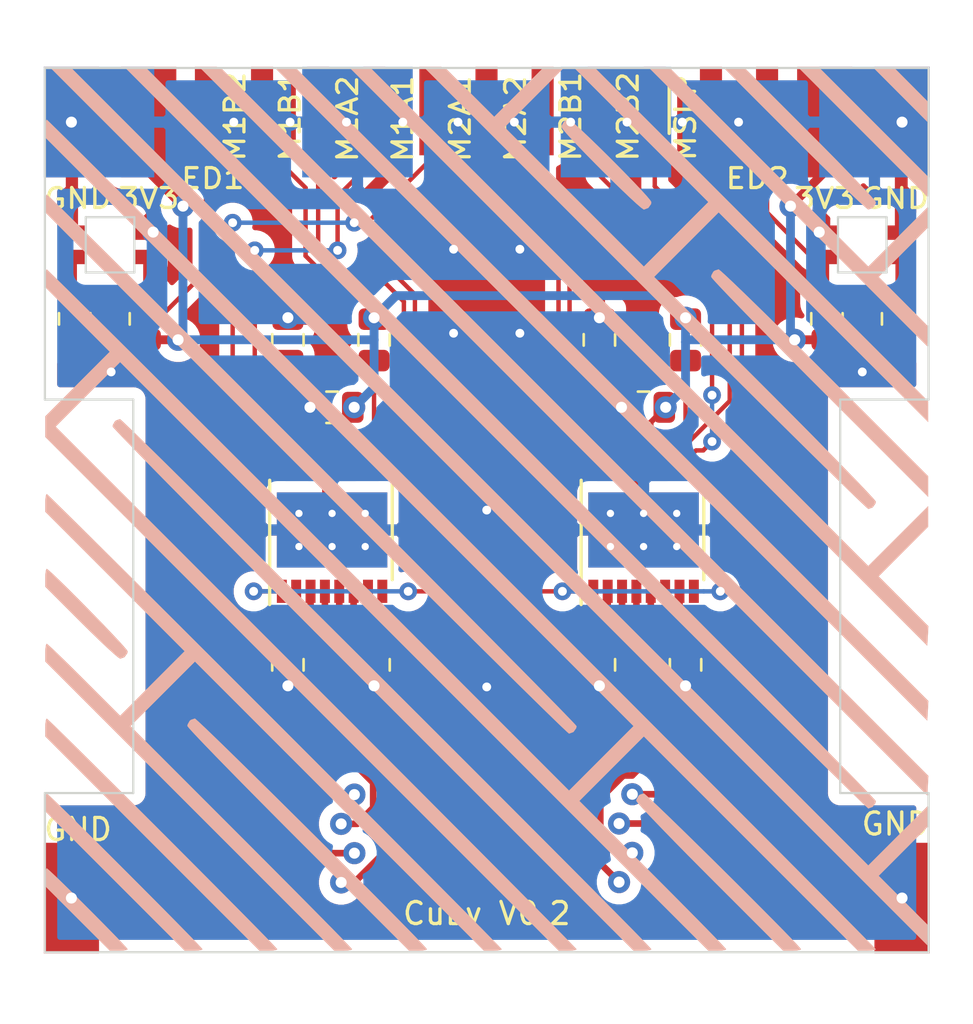
<source format=kicad_pcb>
(kicad_pcb (version 20171130) (host pcbnew "(5.1.4)-1")

  (general
    (thickness 1.6)
    (drawings 22)
    (tracks 291)
    (zones 0)
    (modules 42)
    (nets 32)
  )

  (page A4)
  (title_block
    (title Bottom)
    (date 2019-10-18)
    (rev V0.2)
  )

  (layers
    (0 F.Cu signal)
    (31 B.Cu signal)
    (32 B.Adhes user)
    (33 F.Adhes user)
    (34 B.Paste user)
    (35 F.Paste user)
    (36 B.SilkS user)
    (37 F.SilkS user)
    (38 B.Mask user)
    (39 F.Mask user)
    (40 Dwgs.User user)
    (41 Cmts.User user)
    (42 Eco1.User user)
    (43 Eco2.User user)
    (44 Edge.Cuts user)
    (45 Margin user)
    (46 B.CrtYd user)
    (47 F.CrtYd user)
    (48 B.Fab user)
    (49 F.Fab user)
  )

  (setup
    (last_trace_width 0.2)
    (user_trace_width 0.2)
    (user_trace_width 0.25)
    (user_trace_width 0.3)
    (user_trace_width 0.4)
    (trace_clearance 0.2)
    (zone_clearance 0.508)
    (zone_45_only no)
    (trace_min 0.2)
    (via_size 0.8)
    (via_drill 0.4)
    (via_min_size 0.4)
    (via_min_drill 0.3)
    (uvia_size 0.3)
    (uvia_drill 0.1)
    (uvias_allowed no)
    (uvia_min_size 0.2)
    (uvia_min_drill 0.1)
    (edge_width 0.1)
    (segment_width 0.2)
    (pcb_text_width 0.3)
    (pcb_text_size 1.5 1.5)
    (mod_edge_width 0.15)
    (mod_text_size 1 1)
    (mod_text_width 0.15)
    (pad_size 1.05 0.45)
    (pad_drill 0)
    (pad_to_mask_clearance 0)
    (aux_axis_origin 0 0)
    (grid_origin 173 98)
    (visible_elements 7FFFFFFF)
    (pcbplotparams
      (layerselection 0x010f0_ffffffff)
      (usegerberextensions false)
      (usegerberattributes false)
      (usegerberadvancedattributes false)
      (creategerberjobfile false)
      (excludeedgelayer true)
      (linewidth 0.100000)
      (plotframeref false)
      (viasonmask false)
      (mode 1)
      (useauxorigin true)
      (hpglpennumber 1)
      (hpglpenspeed 20)
      (hpglpendiameter 15.000000)
      (psnegative false)
      (psa4output false)
      (plotreference true)
      (plotvalue true)
      (plotinvisibletext false)
      (padsonsilk false)
      (subtractmaskfromsilk false)
      (outputformat 1)
      (mirror false)
      (drillshape 0)
      (scaleselection 1)
      (outputdirectory "Gerber/"))
  )

  (net 0 "")
  (net 1 +3V3)
  (net 2 "Net-(C8-Pad2)")
  (net 3 GND)
  (net 4 "Net-(C9-Pad1)")
  (net 5 "Net-(C11-Pad2)")
  (net 6 "Net-(C12-Pad1)")
  (net 7 /M1_AIN1)
  (net 8 /M1_AIN2)
  (net 9 /M1_BIN1)
  (net 10 /M1_BIN2)
  (net 11 "Net-(H5-Pad1)")
  (net 12 "Net-(H6-Pad1)")
  (net 13 /M2_AIN1)
  (net 14 /M2_AIN2)
  (net 15 /M2_BIN1)
  (net 16 /M2_BIN2)
  (net 17 /M1_~SLEEP)
  (net 18 "Net-(M1-Pad4)")
  (net 19 "Net-(M1-Pad3)")
  (net 20 "Net-(M1-Pad2)")
  (net 21 "Net-(M1-Pad1)")
  (net 22 "Net-(M2-Pad1)")
  (net 23 "Net-(M2-Pad2)")
  (net 24 "Net-(M2-Pad3)")
  (net 25 "Net-(M2-Pad4)")
  (net 26 "Net-(R2-Pad2)")
  (net 27 "Net-(R4-Pad2)")
  (net 28 "Net-(R11-Pad1)")
  (net 29 "Net-(R12-Pad1)")
  (net 30 "Net-(R13-Pad1)")
  (net 31 "Net-(R14-Pad1)")

  (net_class Default "This is the default net class."
    (clearance 0.2)
    (trace_width 0.2)
    (via_dia 0.8)
    (via_drill 0.4)
    (uvia_dia 0.3)
    (uvia_drill 0.1)
    (add_net /M1_AIN1)
    (add_net /M1_AIN2)
    (add_net /M1_BIN1)
    (add_net /M1_BIN2)
    (add_net /M1_~SLEEP)
    (add_net /M2_AIN1)
    (add_net /M2_AIN2)
    (add_net /M2_BIN1)
    (add_net /M2_BIN2)
    (add_net "Net-(C11-Pad2)")
    (add_net "Net-(C12-Pad1)")
    (add_net "Net-(C8-Pad2)")
    (add_net "Net-(C9-Pad1)")
    (add_net "Net-(H5-Pad1)")
    (add_net "Net-(H6-Pad1)")
    (add_net "Net-(M1-Pad1)")
    (add_net "Net-(M1-Pad2)")
    (add_net "Net-(M1-Pad3)")
    (add_net "Net-(M1-Pad4)")
    (add_net "Net-(M2-Pad1)")
    (add_net "Net-(M2-Pad2)")
    (add_net "Net-(M2-Pad3)")
    (add_net "Net-(M2-Pad4)")
    (add_net "Net-(R11-Pad1)")
    (add_net "Net-(R12-Pad1)")
    (add_net "Net-(R13-Pad1)")
    (add_net "Net-(R14-Pad1)")
    (add_net "Net-(R2-Pad2)")
    (add_net "Net-(R4-Pad2)")
  )

  (net_class Power ""
    (clearance 0.3)
    (trace_width 0.4)
    (via_dia 1)
    (via_drill 0.5)
    (uvia_dia 0.3)
    (uvia_drill 0.1)
    (add_net +3V3)
    (add_net GND)
  )

  (module Custom:Medium_Stepper (layer F.Cu) (tedit 5DA9CDD3) (tstamp 5DE2BF09)
    (at 166.7 112.85 90)
    (path /5D673CFA)
    (fp_text reference M1 (at 0.27 3.11 90) (layer F.Fab)
      (effects (font (size 1 1) (thickness 0.15)))
    )
    (fp_text value Stepper_Motor_bipolar (at 0 3.8 90) (layer F.Fab)
      (effects (font (size 1 1) (thickness 0.15)))
    )
    (fp_line (start 1.9 -10) (end 1.9 -6) (layer F.Fab) (width 0.12))
    (fp_line (start -1.85 -10) (end -1.85 -6) (layer F.Fab) (width 0.12))
    (fp_line (start 2.5 -6) (end 2.5 -5) (layer F.Fab) (width 0.12))
    (fp_line (start -2.5 -6) (end -2.5 -5) (layer F.Fab) (width 0.12))
    (fp_line (start 2 5.8) (end -2 5.8) (layer F.Fab) (width 0.12))
    (fp_line (start 2 5) (end 2 5.8) (layer F.Fab) (width 0.12))
    (fp_line (start -2 5) (end -2 5.8) (layer F.Fab) (width 0.12))
    (fp_line (start -2.51 0.77) (end -2.51 -0.73) (layer F.Fab) (width 0.12))
    (fp_line (start 2.49 0.77) (end -2.51 0.77) (layer F.Fab) (width 0.12))
    (fp_line (start 2.49 -0.73) (end 2.49 0.77) (layer F.Fab) (width 0.12))
    (fp_line (start -2.51 -0.73) (end 2.49 -0.73) (layer F.Fab) (width 0.12))
    (fp_line (start -1.85 -10) (end 1.9 -10) (layer F.Fab) (width 0.12))
    (fp_line (start -2.5 -6) (end 2.5 -6) (layer F.Fab) (width 0.12))
    (fp_line (start -5 5) (end -5 -5) (layer F.Fab) (width 0.12))
    (fp_line (start 5 5) (end -5 5) (layer F.Fab) (width 0.12))
    (fp_line (start 5 -5) (end 5 5) (layer F.Fab) (width 0.12))
    (fp_line (start -5 -5) (end 5 -5) (layer F.Fab) (width 0.12))
    (pad 4 thru_hole circle (at 0.655 -0.29 90) (size 1 1) (drill 0.5) (layers *.Cu *.Mask)
      (net 18 "Net-(M1-Pad4)"))
    (pad 3 thru_hole circle (at -1.995 -0.29 90) (size 1 1) (drill 0.5) (layers *.Cu *.Mask)
      (net 19 "Net-(M1-Pad3)"))
    (pad 2 thru_hole circle (at 1.98 0.31 90) (size 1 1) (drill 0.5) (layers *.Cu *.Mask)
      (net 20 "Net-(M1-Pad2)"))
    (pad 1 thru_hole circle (at -0.67 0.31 90) (size 1 1) (drill 0.5) (layers *.Cu *.Mask)
      (net 21 "Net-(M1-Pad1)"))
    (model C:/Users/Tinus/Documents/Projects_on_GitHub/Kicad_Custom_Libraries/Custom.3dshapes/Medium_Stepper.step
      (at (xyz 0 0 0))
      (scale (xyz 1 1 1))
      (rotate (xyz 0 0 0))
    )
  )

  (module Custom:Medium_Stepper (layer F.Cu) (tedit 5DA9CDD3) (tstamp 5DE2BDE6)
    (at 179.3 112.85 270)
    (path /5D6ABDBE)
    (fp_text reference M2 (at -0.25 3.05 90) (layer F.Fab)
      (effects (font (size 1 1) (thickness 0.15)))
    )
    (fp_text value Stepper_Motor_bipolar (at 0 4.4 90) (layer F.Fab)
      (effects (font (size 1 1) (thickness 0.15)))
    )
    (fp_line (start 1.9 -10) (end 1.9 -6) (layer F.Fab) (width 0.12))
    (fp_line (start -1.85 -10) (end -1.85 -6) (layer F.Fab) (width 0.12))
    (fp_line (start 2.5 -6) (end 2.5 -5) (layer F.Fab) (width 0.12))
    (fp_line (start -2.5 -6) (end -2.5 -5) (layer F.Fab) (width 0.12))
    (fp_line (start 2 5.8) (end -2 5.8) (layer F.Fab) (width 0.12))
    (fp_line (start 2 5) (end 2 5.8) (layer F.Fab) (width 0.12))
    (fp_line (start -2 5) (end -2 5.8) (layer F.Fab) (width 0.12))
    (fp_line (start -2.51 0.77) (end -2.51 -0.73) (layer F.Fab) (width 0.12))
    (fp_line (start 2.49 0.77) (end -2.51 0.77) (layer F.Fab) (width 0.12))
    (fp_line (start 2.49 -0.73) (end 2.49 0.77) (layer F.Fab) (width 0.12))
    (fp_line (start -2.51 -0.73) (end 2.49 -0.73) (layer F.Fab) (width 0.12))
    (fp_line (start -1.85 -10) (end 1.9 -10) (layer F.Fab) (width 0.12))
    (fp_line (start -2.5 -6) (end 2.5 -6) (layer F.Fab) (width 0.12))
    (fp_line (start -5 5) (end -5 -5) (layer F.Fab) (width 0.12))
    (fp_line (start 5 5) (end -5 5) (layer F.Fab) (width 0.12))
    (fp_line (start 5 -5) (end 5 5) (layer F.Fab) (width 0.12))
    (fp_line (start -5 -5) (end 5 -5) (layer F.Fab) (width 0.12))
    (pad 4 thru_hole circle (at 0.655 -0.29 270) (size 1 1) (drill 0.5) (layers *.Cu *.Mask)
      (net 25 "Net-(M2-Pad4)"))
    (pad 3 thru_hole circle (at -1.995 -0.29 270) (size 1 1) (drill 0.5) (layers *.Cu *.Mask)
      (net 24 "Net-(M2-Pad3)"))
    (pad 2 thru_hole circle (at 1.98 0.31 270) (size 1 1) (drill 0.5) (layers *.Cu *.Mask)
      (net 23 "Net-(M2-Pad2)"))
    (pad 1 thru_hole circle (at -0.67 0.31 270) (size 1 1) (drill 0.5) (layers *.Cu *.Mask)
      (net 22 "Net-(M2-Pad1)"))
    (model C:/Users/Tinus/Documents/Projects_on_GitHub/Kicad_Custom_Libraries/Custom.3dshapes/Medium_Stepper.step
      (at (xyz 0 0 0))
      (scale (xyz 1 1 1))
      (rotate (xyz 0 0 0))
    )
  )

  (module Custom:GP2S60_ReverseMount (layer F.Cu) (tedit 5DE2C0B9) (tstamp 5D87CB86)
    (at 155.75 83.85)
    (path /5D73E1DE)
    (fp_text reference U1 (at 3.75 1.4) (layer F.Fab)
      (effects (font (size 0.9 1) (thickness 0.15)))
    )
    (fp_text value GP2S60 (at 0 -0.8) (layer F.Fab)
      (effects (font (size 0.9 1) (thickness 0.15)))
    )
    (fp_line (start -0.9 3.4) (end -0.9 0.9) (layer Eco2.User) (width 0.12))
    (fp_line (start 1.3 0.9) (end 1.3 3.4) (layer Eco2.User) (width 0.12))
    (fp_line (start 1.3 3.4) (end -0.9 3.4) (layer Eco2.User) (width 0.12))
    (fp_line (start 1.3 0.9) (end -0.9 0.9) (layer Eco2.User) (width 0.12))
    (fp_line (start -1.4 3) (end -1.4 1.3) (layer F.Fab) (width 0.12))
    (fp_line (start 1.8 3) (end -1.4 3) (layer F.Fab) (width 0.12))
    (fp_line (start 1.8 1.3) (end 1.8 3) (layer F.Fab) (width 0.12))
    (fp_line (start -1.4 1.3) (end 1.8 1.3) (layer F.Fab) (width 0.12))
    (pad 4 smd rect (at 1.8 2.7) (size 1 0.65) (layers F.Cu F.Paste F.Mask)
      (net 26 "Net-(R2-Pad2)"))
    (pad 3 smd rect (at 1.8 1.6) (size 1 0.65) (layers F.Cu F.Paste F.Mask)
      (net 3 GND))
    (pad 2 smd rect (at -1.4 1.6) (size 1 0.65) (layers F.Cu F.Paste F.Mask)
      (net 3 GND))
    (pad 1 smd rect (at -1.4 2.7) (size 1 0.65) (layers F.Cu F.Paste F.Mask)
      (net 11 "Net-(H5-Pad1)"))
    (model C:/Users/Tinus/Documents/Projects_on_GitHub/Kicad_Custom_Libraries/Custom.3dshapes/GP2S60.step
      (at (xyz 0 0 0))
      (scale (xyz 1 1 1))
      (rotate (xyz 0 0 0))
    )
  )

  (module Custom:GP2S60_ReverseMount (layer F.Cu) (tedit 5DE2C0B9) (tstamp 5D87D00F)
    (at 189.8 83.85)
    (path /5D73E20E)
    (fp_text reference U2 (at -3.3 1.4) (layer F.Fab)
      (effects (font (size 0.9 1) (thickness 0.15)))
    )
    (fp_text value GP2S60 (at 0 -0.8) (layer F.Fab)
      (effects (font (size 0.9 1) (thickness 0.15)))
    )
    (fp_line (start -0.9 3.4) (end -0.9 0.9) (layer Eco2.User) (width 0.12))
    (fp_line (start 1.3 0.9) (end 1.3 3.4) (layer Eco2.User) (width 0.12))
    (fp_line (start 1.3 3.4) (end -0.9 3.4) (layer Eco2.User) (width 0.12))
    (fp_line (start 1.3 0.9) (end -0.9 0.9) (layer Eco2.User) (width 0.12))
    (fp_line (start -1.4 3) (end -1.4 1.3) (layer F.Fab) (width 0.12))
    (fp_line (start 1.8 3) (end -1.4 3) (layer F.Fab) (width 0.12))
    (fp_line (start 1.8 1.3) (end 1.8 3) (layer F.Fab) (width 0.12))
    (fp_line (start -1.4 1.3) (end 1.8 1.3) (layer F.Fab) (width 0.12))
    (pad 4 smd rect (at 1.8 2.7) (size 1 0.65) (layers F.Cu F.Paste F.Mask)
      (net 27 "Net-(R4-Pad2)"))
    (pad 3 smd rect (at 1.8 1.6) (size 1 0.65) (layers F.Cu F.Paste F.Mask)
      (net 3 GND))
    (pad 2 smd rect (at -1.4 1.6) (size 1 0.65) (layers F.Cu F.Paste F.Mask)
      (net 3 GND))
    (pad 1 smd rect (at -1.4 2.7) (size 1 0.65) (layers F.Cu F.Paste F.Mask)
      (net 12 "Net-(H6-Pad1)"))
    (model C:/Users/Tinus/Documents/Projects_on_GitHub/Kicad_Custom_Libraries/Custom.3dshapes/GP2S60.step
      (at (xyz 0 0 0))
      (scale (xyz 1 1 1))
      (rotate (xyz 0 0 0))
    )
  )

  (module Print:d2 (layer B.Cu) (tedit 0) (tstamp 5D9CC19C)
    (at 173 97.95)
    (fp_text reference G*** (at 0 0) (layer B.SilkS) hide
      (effects (font (size 1.524 1.524) (thickness 0.3)) (justify mirror))
    )
    (fp_text value LOGO (at 0.75 0) (layer B.SilkS) hide
      (effects (font (size 1.524 1.524) (thickness 0.3)) (justify mirror))
    )
    (fp_poly (pts (xy -16.423082 19.969176) (xy -16.278503 19.938256) (xy -16.256 19.917095) (xy -16.31358 19.842244)
      (xy -16.474329 19.667075) (xy -16.720257 19.409569) (xy -17.033376 19.087708) (xy -17.395697 18.719472)
      (xy -17.789233 18.322844) (xy -18.195993 17.915804) (xy -18.597991 17.516334) (xy -18.977236 17.142416)
      (xy -19.315741 16.812031) (xy -19.595518 16.54316) (xy -19.798576 16.353784) (xy -19.906929 16.261886)
      (xy -19.918555 16.256) (xy -19.955126 16.331965) (xy -19.977756 16.525258) (xy -19.981333 16.659074)
      (xy -19.981333 17.062148) (xy -18.519951 18.521741) (xy -17.058569 19.981333) (xy -16.657284 19.981333)
      (xy -16.423082 19.969176)) (layer B.SilkS) (width 0.01))
    (fp_poly (pts (xy 14.056597 19.969257) (xy 14.201371 19.938539) (xy 14.224 19.917451) (xy 14.165453 19.840144)
      (xy 13.998445 19.657617) (xy 13.73592 19.382691) (xy 13.390826 19.028187) (xy 12.976107 18.606927)
      (xy 12.50471 18.131732) (xy 11.989581 17.615424) (xy 11.443665 17.070823) (xy 10.87991 16.510752)
      (xy 10.31126 15.948032) (xy 9.750662 15.395483) (xy 9.211062 14.865928) (xy 8.705405 14.372188)
      (xy 8.246638 13.927084) (xy 7.847707 13.543438) (xy 7.521557 13.234071) (xy 7.281135 13.011804)
      (xy 7.139387 12.889459) (xy 7.107388 12.869333) (xy 6.934132 12.925582) (xy 6.874933 12.970933)
      (xy 6.784064 13.134731) (xy 6.773333 13.204169) (xy 6.831668 13.287034) (xy 6.999451 13.477835)
      (xy 7.265852 13.765312) (xy 7.62004 14.138211) (xy 8.051184 14.585272) (xy 8.548454 15.09524)
      (xy 9.101019 15.656857) (xy 9.698048 16.258866) (xy 10.096897 16.658569) (xy 13.42046 19.981333)
      (xy 13.82223 19.981333) (xy 14.056597 19.969257)) (layer B.SilkS) (width 0.01))
    (fp_poly (pts (xy -13.036723 19.969257) (xy -12.891957 19.938538) (xy -12.869333 19.917451) (xy -12.92742 19.846719)
      (xy -13.093109 19.669832) (xy -13.353543 19.399645) (xy -13.695866 19.049014) (xy -14.107221 18.630794)
      (xy -14.574751 18.157839) (xy -15.0856 17.643007) (xy -15.626911 17.099151) (xy -16.185827 16.539127)
      (xy -16.749492 15.975791) (xy -17.305049 15.421997) (xy -17.839641 14.890602) (xy -18.340411 14.394459)
      (xy -18.794504 13.946426) (xy -19.189061 13.559356) (xy -19.511227 13.246105) (xy -19.748145 13.019529)
      (xy -19.886958 12.892483) (xy -19.918212 12.869333) (xy -19.955001 12.945293) (xy -19.977752 13.138548)
      (xy -19.981333 13.271924) (xy -19.981333 13.674514) (xy -16.827082 16.827924) (xy -13.672831 19.981333)
      (xy -13.271082 19.981333) (xy -13.036723 19.969257)) (layer B.SilkS) (width 0.01))
    (fp_poly (pts (xy -2.876824 19.969285) (xy -2.731997 19.938635) (xy -2.709333 19.917575) (xy -2.768001 19.843269)
      (xy -2.936945 19.66088) (xy -3.20558 19.380923) (xy -3.563323 19.013916) (xy -3.999586 18.570375)
      (xy -4.503784 18.060817) (xy -5.065333 17.495758) (xy -5.673646 16.885715) (xy -6.318138 16.241204)
      (xy -6.988225 15.572743) (xy -7.67332 14.890848) (xy -8.362838 14.206036) (xy -9.046194 13.528822)
      (xy -9.712802 12.869724) (xy -10.352077 12.239258) (xy -10.953433 11.647942) (xy -11.506286 11.106291)
      (xy -12.000049 10.624822) (xy -12.424138 10.214052) (xy -12.767966 9.884497) (xy -13.020949 9.646674)
      (xy -13.172501 9.5111) (xy -13.21249 9.482667) (xy -13.385865 9.538922) (xy -13.445067 9.584267)
      (xy -13.535932 9.747977) (xy -13.546667 9.817367) (xy -13.488086 9.895983) (xy -13.318209 10.084955)
      (xy -13.045829 10.375258) (xy -12.679741 10.757867) (xy -12.228741 11.223757) (xy -11.701624 11.763905)
      (xy -11.107184 12.369286) (xy -10.454217 13.030874) (xy -9.751517 13.739647) (xy -9.007879 14.486577)
      (xy -8.529902 14.9651) (xy -3.513138 19.981333) (xy -3.111236 19.981333) (xy -2.876824 19.969285)) (layer B.SilkS) (width 0.01))
    (fp_poly (pts (xy -9.650151 19.969284) (xy -9.505328 19.938634) (xy -9.482667 19.917575) (xy -9.541021 19.848749)
      (xy -9.709061 19.671206) (xy -9.97625 19.395483) (xy -10.332054 19.032114) (xy -10.765935 18.591635)
      (xy -11.26736 18.08458) (xy -11.825792 17.521485) (xy -12.430696 16.912885) (xy -13.071536 16.269314)
      (xy -13.737777 15.601308) (xy -14.418882 14.919402) (xy -15.104318 14.23413) (xy -15.783547 13.556029)
      (xy -16.446034 12.895632) (xy -17.081244 12.263476) (xy -17.678641 11.670094) (xy -18.22769 11.126023)
      (xy -18.717855 10.641797) (xy -19.1386 10.227951) (xy -19.479391 9.895021) (xy -19.72969 9.65354)
      (xy -19.878963 9.514046) (xy -19.91809 9.482667) (xy -19.954956 9.558625) (xy -19.97775 9.751868)
      (xy -19.981333 9.88511) (xy -19.981333 10.287552) (xy -15.133893 15.134443) (xy -10.286453 19.981333)
      (xy -9.88456 19.981333) (xy -9.650151 19.969284)) (layer B.SilkS) (width 0.01))
    (fp_poly (pts (xy -16.39473 6.700135) (xy -16.270583 6.526378) (xy -16.256 6.438162) (xy -16.313392 6.352927)
      (xy -16.47364 6.16735) (xy -16.71885 5.899646) (xy -17.03113 5.568032) (xy -17.392587 5.190726)
      (xy -17.785328 4.785944) (xy -18.19146 4.371902) (xy -18.59309 3.966817) (xy -18.972325 3.588906)
      (xy -19.311272 3.256385) (xy -19.592039 2.987471) (xy -19.796732 2.800382) (xy -19.907459 2.713332)
      (xy -19.918555 2.709333) (xy -19.95513 2.785298) (xy -19.977759 2.978583) (xy -19.981333 3.112314)
      (xy -19.981333 3.515295) (xy -18.350706 5.144314) (xy -17.916313 5.573657) (xy -17.515933 5.960606)
      (xy -17.166387 6.289601) (xy -16.884498 6.545082) (xy -16.687087 6.711488) (xy -16.590976 6.773258)
      (xy -16.589639 6.773333) (xy -16.39473 6.700135)) (layer B.SilkS) (width 0.01))
    (fp_poly (pts (xy -6.26353 19.969385) (xy -6.118679 19.93899) (xy -6.096 19.918098) (xy -6.154487 19.849974)
      (xy -6.324098 19.671161) (xy -6.596059 19.390545) (xy -6.961595 19.01701) (xy -7.411933 18.559443)
      (xy -7.938299 18.02673) (xy -8.531918 17.427755) (xy -9.184016 16.771405) (xy -9.88582 16.066566)
      (xy -10.628554 15.322122) (xy -11.112213 14.838118) (xy -16.128427 9.821373) (xy -14.668162 8.361109)
      (xy -13.207898 6.900845) (xy -6.667246 13.441089) (xy -0.126593 19.981333) (xy 0.27537 19.981333)
      (xy 0.509802 19.96931) (xy 0.654654 19.938726) (xy 0.677333 19.917703) (xy 0.618589 19.851425)
      (xy 0.447342 19.673132) (xy 0.17107 19.390299) (xy -0.202752 19.010405) (xy -0.666646 18.540925)
      (xy -1.213134 17.989338) (xy -1.83474 17.363119) (xy -2.523986 16.669746) (xy -3.273396 15.916697)
      (xy -4.075493 15.111447) (xy -4.922799 14.261474) (xy -5.807837 13.374254) (xy -6.723131 12.457266)
      (xy -7.661202 11.517985) (xy -8.614575 10.563889) (xy -9.575772 9.602455) (xy -10.537316 8.64116)
      (xy -11.491729 7.68748) (xy -12.431536 6.748893) (xy -13.349258 5.832875) (xy -14.237419 4.946904)
      (xy -15.088541 4.098457) (xy -15.895149 3.29501) (xy -16.649763 2.54404) (xy -17.344908 1.853025)
      (xy -17.973106 1.229442) (xy -18.526881 0.680767) (xy -18.998755 0.214478) (xy -19.381251 -0.161949)
      (xy -19.666892 -0.441037) (xy -19.848201 -0.615309) (xy -19.917701 -0.677287) (xy -19.917964 -0.677333)
      (xy -19.954931 -0.601383) (xy -19.977765 -0.408193) (xy -19.981333 -0.275584) (xy -19.981333 0.126165)
      (xy -13.674397 6.434783) (xy -15.134278 7.894665) (xy -16.594159 9.354546) (xy -18.22504 7.725273)
      (xy -18.656106 7.296844) (xy -19.049001 6.910575) (xy -19.387662 6.58192) (xy -19.656028 6.326329)
      (xy -19.838037 6.159255) (xy -19.917628 6.096149) (xy -19.918628 6.096) (xy -19.955183 6.171958)
      (xy -19.977783 6.365198) (xy -19.981333 6.498372) (xy -19.981333 6.900743) (xy -13.44063 13.441038)
      (xy -6.899926 19.981333) (xy -6.497963 19.981333) (xy -6.26353 19.969385)) (layer B.SilkS) (width 0.01))
    (fp_poly (pts (xy 7.283076 19.969316) (xy 7.427963 19.938747) (xy 7.450667 19.917721) (xy 7.391711 19.848217)
      (xy 7.21947 19.666387) (xy 6.940886 19.379152) (xy 6.562898 18.993433) (xy 6.092447 18.516151)
      (xy 5.536473 17.954227) (xy 4.901917 17.314581) (xy 4.195719 16.604134) (xy 3.424819 15.829807)
      (xy 2.596159 14.998522) (xy 1.716678 14.117198) (xy 0.793316 13.192756) (xy -0.166985 12.232119)
      (xy -1.157285 11.242205) (xy -2.170643 10.229936) (xy -3.200121 9.202234) (xy -4.238776 8.166018)
      (xy -5.279668 7.128209) (xy -6.315858 6.095729) (xy -7.340404 5.075498) (xy -8.346366 4.074438)
      (xy -9.326804 3.099468) (xy -10.274778 2.15751) (xy -11.183346 1.255484) (xy -12.045568 0.400312)
      (xy -12.854504 -0.401086) (xy -13.603214 -1.141789) (xy -14.284757 -1.814876) (xy -14.892192 -2.413426)
      (xy -15.41858 -2.930519) (xy -15.856979 -3.359233) (xy -16.20045 -3.692649) (xy -16.442052 -3.923844)
      (xy -16.574843 -4.045898) (xy -16.599012 -4.064) (xy -16.772529 -4.007738) (xy -16.831733 -3.9624)
      (xy -16.922595 -3.798789) (xy -16.933333 -3.729453) (xy -16.874344 -3.657323) (xy -16.701191 -3.471393)
      (xy -16.419596 -3.177448) (xy -16.035282 -2.781273) (xy -15.553971 -2.288655) (xy -14.981385 -1.705379)
      (xy -14.323247 -1.037232) (xy -13.585279 -0.29) (xy -12.773203 0.530532) (xy -11.892742 1.418577)
      (xy -10.949617 2.36835) (xy -9.949552 3.374064) (xy -8.898269 4.429934) (xy -7.801489 5.530174)
      (xy -6.664936 6.668998) (xy -5.494331 7.840619) (xy -5.143387 8.191614) (xy 6.64656 19.981333)
      (xy 7.048613 19.981333) (xy 7.283076 19.969316)) (layer B.SilkS) (width 0.01))
    (fp_poly (pts (xy 19.981333 -1.4811) (xy 15.303786 -6.159216) (xy 14.564359 -6.897088) (xy 13.85761 -7.599155)
      (xy 13.192906 -8.256308) (xy 12.579611 -8.859436) (xy 12.027093 -9.399428) (xy 11.544716 -9.867173)
      (xy 11.141847 -10.25356) (xy 10.827851 -10.549479) (xy 10.612094 -10.745819) (xy 10.503942 -10.83347)
      (xy 10.494719 -10.837333) (xy 10.320812 -10.78105) (xy 10.2616 -10.735733) (xy 10.170734 -10.572018)
      (xy 10.16 -10.502626) (xy 10.218568 -10.42381) (xy 10.388347 -10.234749) (xy 10.660444 -9.94457)
      (xy 11.025971 -9.562402) (xy 11.476037 -9.097372) (xy 12.001751 -8.558607) (xy 12.594224 -7.955234)
      (xy 13.244564 -7.296381) (xy 13.943881 -6.591176) (xy 14.683286 -5.848745) (xy 15.070667 -5.461)
      (xy 19.981333 -0.550881) (xy 19.981333 -1.4811)) (layer B.SilkS) (width 0.01))
    (fp_poly (pts (xy 3.925167 10.08681) (xy 4.049521 9.913113) (xy 4.064 9.825455) (xy 4.00521 9.755754)
      (xy 3.833455 9.573411) (xy 3.555655 9.285364) (xy 3.178732 8.898556) (xy 2.709606 8.419926)
      (xy 2.155197 7.856414) (xy 1.522428 7.214962) (xy 0.818219 6.502508) (xy 0.049491 5.725995)
      (xy -0.776836 4.892361) (xy -1.65384 4.008548) (xy -2.574601 3.081495) (xy -3.532197 2.118144)
      (xy -4.519708 1.125435) (xy -5.530213 0.110307) (xy -6.556791 -0.920298) (xy -7.592521 -1.959441)
      (xy -8.630482 -3.000181) (xy -9.663753 -4.035577) (xy -10.685414 -5.058689) (xy -11.688543 -6.062577)
      (xy -12.66622 -7.040301) (xy -13.611523 -7.984919) (xy -14.517532 -8.889492) (xy -15.377326 -9.74708)
      (xy -16.183984 -10.550741) (xy -16.930586 -11.293536) (xy -17.610209 -11.968524) (xy -18.215933 -12.568765)
      (xy -18.740839 -13.087318) (xy -19.178003 -13.517243) (xy -19.520506 -13.8516) (xy -19.761427 -14.083448)
      (xy -19.893845 -14.205847) (xy -19.917945 -14.224) (xy -19.954902 -14.148044) (xy -19.977747 -13.954813)
      (xy -19.981333 -13.821719) (xy -19.981333 -13.419439) (xy -8.191387 -1.629719) (xy -7.011176 -0.450187)
      (xy -5.862059 0.696982) (xy -4.749822 1.806065) (xy -3.680251 2.871342) (xy -2.659132 3.887089)
      (xy -1.692251 4.847584) (xy -0.785393 5.747105) (xy 0.055656 6.57993) (xy 0.825108 7.340337)
      (xy 1.51718 8.022603) (xy 2.126084 8.621007) (xy 2.646034 9.129826) (xy 3.071246 9.543338)
      (xy 3.395932 9.85582) (xy 3.614307 10.061551) (xy 3.720586 10.154809) (xy 3.72968 10.16)
      (xy 3.925167 10.08681)) (layer B.SilkS) (width 0.01))
    (fp_poly (pts (xy 7.311932 -13.619868) (xy 7.436094 -13.793644) (xy 7.450667 -13.881838) (xy 7.392353 -13.976144)
      (xy 7.229511 -14.169029) (xy 6.98029 -14.442353) (xy 6.662839 -14.777972) (xy 6.295308 -15.157744)
      (xy 5.895845 -15.563528) (xy 5.4826 -15.977182) (xy 5.073723 -16.380562) (xy 4.687361 -16.755528)
      (xy 4.341665 -17.083937) (xy 4.054784 -17.347647) (xy 3.844867 -17.528516) (xy 3.730063 -17.608401)
      (xy 3.720378 -17.610667) (xy 3.547458 -17.554436) (xy 3.488267 -17.509067) (xy 3.397389 -17.345051)
      (xy 3.386667 -17.275495) (xy 3.44498 -17.181189) (xy 3.607822 -16.988304) (xy 3.857043 -16.71498)
      (xy 4.174494 -16.379361) (xy 4.542025 -15.999589) (xy 4.941488 -15.593805) (xy 5.354733 -15.180151)
      (xy 5.76361 -14.776771) (xy 6.149972 -14.401805) (xy 6.495668 -14.073396) (xy 6.782549 -13.809686)
      (xy 6.992466 -13.628817) (xy 7.10727 -13.548932) (xy 7.116955 -13.546667) (xy 7.311932 -13.619868)) (layer B.SilkS) (width 0.01))
    (fp_poly (pts (xy 3.896411 19.969359) (xy 4.041298 19.938897) (xy 4.064 19.917947) (xy 4.005049 19.852655)
      (xy 3.832008 19.673445) (xy 3.550593 19.386063) (xy 3.166521 18.996258) (xy 2.685509 18.509777)
      (xy 2.113274 17.932368) (xy 1.455531 17.269777) (xy 0.717999 16.527754) (xy -0.093607 15.712044)
      (xy -0.973569 14.828397) (xy -1.916171 13.882559) (xy -2.915696 12.880278) (xy -3.966427 11.827302)
      (xy -5.062649 10.729378) (xy -6.198643 9.592253) (xy -7.368693 8.421676) (xy -7.725623 8.06471)
      (xy -19.515246 -3.72514) (xy -18.054854 -5.185533) (xy -16.594461 -6.645926) (xy -3.28063 6.667704)
      (xy 10.033201 19.981333) (xy 10.435267 19.981333) (xy 10.669735 19.969413) (xy 10.814628 19.939088)
      (xy 10.837333 19.91823) (xy 10.779144 19.848274) (xy 10.611771 19.669818) (xy 10.346004 19.393862)
      (xy 9.992634 19.031403) (xy 9.562453 18.59344) (xy 9.066252 18.090971) (xy 8.51482 17.534995)
      (xy 7.91895 16.936511) (xy 7.514521 16.531516) (xy 4.191709 13.207905) (xy 7.112031 10.287583)
      (xy 16.806881 19.981333) (xy 17.208774 19.981333) (xy 17.443182 19.969319) (xy 17.588006 19.938759)
      (xy 17.610667 19.917762) (xy 17.551654 19.853128) (xy 17.378302 19.674422) (xy 17.096144 19.387176)
      (xy 16.71071 18.99692) (xy 16.227532 18.509186) (xy 15.652141 17.929506) (xy 14.99007 17.26341)
      (xy 14.246848 16.516431) (xy 13.428008 15.6941) (xy 12.539081 14.801947) (xy 11.585598 13.845506)
      (xy 10.573092 12.830306) (xy 9.507092 11.761879) (xy 8.393132 10.645758) (xy 7.236741 9.487472)
      (xy 6.043453 8.292554) (xy 4.818797 7.066535) (xy 3.568306 5.814946) (xy 2.29751 4.543319)
      (xy 1.011942 3.257186) (xy -0.282867 1.962077) (xy -1.581386 0.663523) (xy -2.878083 -0.632942)
      (xy -4.167428 -1.921789) (xy -5.443888 -3.197486) (xy -6.701932 -4.454501) (xy -7.936029 -5.687303)
      (xy -9.140647 -6.89036) (xy -10.310254 -8.058142) (xy -11.439321 -9.185117) (xy -12.522314 -10.265752)
      (xy -13.553703 -11.294518) (xy -14.527955 -12.265882) (xy -15.439541 -13.174314) (xy -16.282928 -14.014281)
      (xy -17.052584 -14.780252) (xy -17.742979 -15.466696) (xy -18.348581 -16.068082) (xy -18.863859 -16.578878)
      (xy -19.283281 -16.993552) (xy -19.601315 -17.306574) (xy -19.812431 -17.512412) (xy -19.911096 -17.605534)
      (xy -19.917905 -17.610667) (xy -19.954894 -17.534713) (xy -19.977751 -17.341499) (xy -19.981333 -17.2086)
      (xy -19.981333 -16.806534) (xy -6.667704 -3.492703) (xy 6.645926 9.821128) (xy 5.185533 11.28152)
      (xy 3.72514 12.741913) (xy -8.06471 0.95229) (xy -9.244205 -0.226866) (xy -10.391973 -1.373681)
      (xy -11.502265 -2.482438) (xy -12.569334 -3.547422) (xy -13.587432 -4.562915) (xy -14.550813 -5.5232)
      (xy -15.453728 -6.422562) (xy -16.29043 -7.255282) (xy -17.055171 -8.015645) (xy -17.742203 -8.697933)
      (xy -18.34578 -9.29643) (xy -18.860153 -9.80542) (xy -19.279575 -10.219184) (xy -19.598298 -10.532008)
      (xy -19.810575 -10.738173) (xy -19.910658 -10.831964) (xy -19.917947 -10.837333) (xy -19.954942 -10.761388)
      (xy -19.977779 -10.568233) (xy -19.981333 -10.436049) (xy -19.981333 -10.034765) (xy -18.521741 -8.573382)
      (xy -17.062148 -7.112) (xy -18.521741 -5.650617) (xy -19.981333 -4.189235) (xy -19.981333 -3.259436)
      (xy -8.360718 8.360949) (xy 3.259897 19.981333) (xy 3.661948 19.981333) (xy 3.896411 19.969359)) (layer B.SilkS) (width 0.01))
    (fp_poly (pts (xy 19.965098 -17.962107) (xy 19.991197 -18.401913) (xy 19.20477 -19.191623) (xy 18.418344 -19.981333)
      (xy 17.485857 -19.981333) (xy 18.712428 -18.751817) (xy 19.939 -17.5223) (xy 19.965098 -17.962107)) (layer B.SilkS) (width 0.01))
    (fp_poly (pts (xy 19.965134 -14.57712) (xy 19.991269 -15.017334) (xy 17.510339 -17.499334) (xy 15.02941 -19.981333)
      (xy 14.09792 -19.981333) (xy 17.01846 -17.05912) (xy 19.939 -14.136906) (xy 19.965134 -14.57712)) (layer B.SilkS) (width 0.01))
    (fp_poly (pts (xy 17.471832 -13.619893) (xy 17.59625 -13.793867) (xy 17.610667 -13.881547) (xy 17.552401 -13.965671)
      (xy 17.385231 -14.156984) (xy 17.120592 -14.443546) (xy 16.769924 -14.813419) (xy 16.344664 -15.254665)
      (xy 15.856248 -15.755344) (xy 15.316116 -16.303517) (xy 14.735704 -16.887246) (xy 14.625725 -16.99728)
      (xy 11.640784 -19.981333) (xy 10.711169 -19.981333) (xy 13.927667 -16.764) (xy 14.539404 -16.15449)
      (xy 15.11788 -15.582724) (xy 15.651635 -15.059712) (xy 16.129212 -14.596465) (xy 16.539153 -14.203994)
      (xy 16.869998 -13.893308) (xy 17.11029 -13.67542) (xy 17.248569 -13.561339) (xy 17.275815 -13.546667)
      (xy 17.471832 -13.619893)) (layer B.SilkS) (width 0.01))
    (fp_poly (pts (xy 19.965114 -7.80344) (xy 19.991228 -8.242814) (xy 18.865624 -9.37074) (xy 17.740019 -10.498667)
      (xy 19.981333 -12.744603) (xy 19.981333 -13.671682) (xy 18.626318 -12.318652) (xy 17.271304 -10.965623)
      (xy 8.254412 -19.981333) (xy 7.324093 -19.981333) (xy 13.631546 -13.6727) (xy 19.939 -7.364067)
      (xy 19.965114 -7.80344)) (layer B.SilkS) (width 0.01))
    (fp_poly (pts (xy 17.47168 -0.073098) (xy 17.59615 -0.246555) (xy 17.610667 -0.334169) (xy 17.552093 -0.412709)
      (xy 17.382235 -0.60162) (xy 17.109887 -0.891876) (xy 16.743842 -1.274453) (xy 16.292895 -1.740326)
      (xy 15.765839 -2.280471) (xy 15.171468 -2.885864) (xy 14.518576 -3.54748) (xy 13.815958 -4.256295)
      (xy 13.072406 -5.003284) (xy 12.594453 -5.481882) (xy 7.57824 -10.498627) (xy 9.038465 -11.958851)
      (xy 10.49869 -13.419076) (xy 15.240011 -8.678322) (xy 19.981333 -3.937567) (xy 19.981333 -4.868688)
      (xy 12.424657 -12.425011) (xy 4.86798 -19.981333) (xy 3.937882 -19.981333) (xy 10.032252 -13.885199)
      (xy 8.572044 -12.42499) (xy 7.111835 -10.964782) (xy 0.805468 -17.271149) (xy 3.511682 -19.981333)
      (xy 2.584603 -19.981333) (xy 0.338667 -17.740019) (xy -0.784302 -18.860676) (xy -1.90727 -19.981333)
      (xy -2.836064 -19.981333) (xy 7.154333 -9.990667) (xy 8.239808 -8.905937) (xy 9.293914 -7.854073)
      (xy 10.310349 -6.841293) (xy 11.282815 -5.873816) (xy 12.20501 -4.95786) (xy 13.070636 -4.099643)
      (xy 13.873391 -3.305384) (xy 14.606977 -2.581301) (xy 15.265093 -1.933613) (xy 15.841439 -1.368538)
      (xy 16.329715 -0.892294) (xy 16.723622 -0.5111) (xy 17.016858 -0.231174) (xy 17.203125 -0.058735)
      (xy 17.276099 0) (xy 17.47168 -0.073098)) (layer B.SilkS) (width 0.01))
    (fp_poly (pts (xy 19.991228 5.303852) (xy 18.865624 4.175926) (xy 17.740019 3.048) (xy 18.860676 1.925032)
      (xy 19.981333 0.802063) (xy 19.981333 -0.125015) (xy 18.626229 1.228103) (xy 17.271126 2.581222)
      (xy 5.989611 -8.700056) (xy -5.291904 -19.981333) (xy -6.222795 -19.981333) (xy 6.858103 -6.899477)
      (xy 19.939 6.18238) (xy 19.991228 5.303852)) (layer B.SilkS) (width 0.01))
    (fp_poly (pts (xy 19.965149 9.128754) (xy 19.991299 8.688486) (xy 5.656576 -5.646424) (xy -8.678146 -19.981333)
      (xy -9.609485 -19.981333) (xy 5.164757 -5.206155) (xy 19.939 9.569023) (xy 19.965149 9.128754)) (layer B.SilkS) (width 0.01))
    (fp_poly (pts (xy 19.96515 12.515402) (xy 19.991299 12.075133) (xy -12.064833 -19.981333) (xy -12.99617 -19.981333)
      (xy 19.939 12.955671) (xy 19.96515 12.515402)) (layer B.SilkS) (width 0.01))
    (fp_poly (pts (xy 17.471819 13.473471) (xy 17.596214 13.299734) (xy 17.610667 13.212152) (xy 17.55155 13.141921)
      (xy 17.37742 12.956928) (xy 17.093107 12.662041) (xy 16.703441 12.262129) (xy 16.213252 11.762059)
      (xy 15.627369 11.1667) (xy 14.950622 10.48092) (xy 14.187842 9.709588) (xy 13.343858 8.857571)
      (xy 12.4235 7.929738) (xy 11.431599 6.930957) (xy 10.372984 5.866096) (xy 9.252484 4.740024)
      (xy 8.074931 3.557608) (xy 6.845153 2.323718) (xy 5.567982 1.043221) (xy 4.248246 -0.279015)
      (xy 2.890775 -1.63812) (xy 1.5004 -3.029228) (xy 1.079419 -3.450248) (xy -15.451829 -19.981333)
      (xy -16.38284 -19.981333) (xy 0.381 -3.217333) (xy 1.790628 -1.808154) (xy 3.169731 -0.430403)
      (xy 4.513473 0.911125) (xy 5.817022 2.211632) (xy 7.075544 3.466323) (xy 8.284205 4.670402)
      (xy 9.43817 5.819073) (xy 10.532608 6.907538) (xy 11.562683 7.931003) (xy 12.523562 8.88467)
      (xy 13.410412 9.763744) (xy 14.218399 10.563429) (xy 14.942688 11.278928) (xy 15.578447 11.905445)
      (xy 16.120841 12.438184) (xy 16.565037 12.872348) (xy 16.906202 13.203143) (xy 17.139501 13.42577)
      (xy 17.2601 13.535435) (xy 17.276153 13.546667) (xy 17.471819 13.473471)) (layer B.SilkS) (width 0.01))
    (fp_poly (pts (xy 19.991228 18.850519) (xy 18.865624 17.722593) (xy 17.740019 16.594667) (xy 18.860676 15.471698)
      (xy 19.981333 14.34873) (xy 19.981333 13.421652) (xy 18.626207 14.774792) (xy 17.271081 16.127933)
      (xy -0.7837 -1.9267) (xy -18.838482 -19.981333) (xy -19.769531 -19.981333) (xy 0.084734 -0.126178)
      (xy 19.939 19.728977) (xy 19.991228 18.850519)) (layer B.SilkS) (width 0.01))
  )

  (module Custom:Mounting_Pad_Signal (layer F.Cu) (tedit 5D7A81A8) (tstamp 5D879FBF)
    (at 170.45 79.95 180)
    (path /5D73E4B7)
    (fp_text reference H1 (at 0 3.3) (layer F.Fab)
      (effects (font (size 0.9 1) (thickness 0.15)))
    )
    (fp_text value M1A1 (at 1.25 -0.35 90) (layer F.SilkS)
      (effects (font (size 0.9 1) (thickness 0.15)))
    )
    (pad 1 smd rect (at 0 0 180) (size 1 4) (layers F.Cu F.Paste F.Mask)
      (net 7 /M1_AIN1))
  )

  (module Custom:Mounting_Pad_Signal (layer F.Cu) (tedit 5D7A81A8) (tstamp 5D879F77)
    (at 167.91 79.95 180)
    (path /5D741DC3)
    (fp_text reference H2 (at 0 3.3) (layer F.Fab)
      (effects (font (size 0.9 1) (thickness 0.15)))
    )
    (fp_text value M1A2 (at 1.21 -0.35 90) (layer F.SilkS)
      (effects (font (size 0.9 1) (thickness 0.15)))
    )
    (pad 1 smd rect (at 0 0 180) (size 1 4) (layers F.Cu F.Paste F.Mask)
      (net 8 /M1_AIN2))
  )

  (module Custom:Mounting_Pad_Signal (layer F.Cu) (tedit 5D7A81A8) (tstamp 5D879F6B)
    (at 165.37 79.95 180)
    (path /5D742E42)
    (fp_text reference H3 (at 0 3.3) (layer F.Fab)
      (effects (font (size 0.9 1) (thickness 0.15)))
    )
    (fp_text value M1B1 (at 1.27 -0.25 90) (layer F.SilkS)
      (effects (font (size 0.9 1) (thickness 0.15)))
    )
    (pad 1 smd rect (at 0 0 180) (size 1 4) (layers F.Cu F.Paste F.Mask)
      (net 9 /M1_BIN1))
  )

  (module Custom:Mounting_Pad_Signal (layer F.Cu) (tedit 5D7A81A8) (tstamp 5D879F83)
    (at 162.83 79.95 180)
    (path /5D7435B4)
    (fp_text reference H4 (at 0 3.3) (layer F.Fab)
      (effects (font (size 0.9 1) (thickness 0.15)))
    )
    (fp_text value M1B2 (at 1.23 -0.25 90) (layer F.SilkS)
      (effects (font (size 0.9 1) (thickness 0.15)))
    )
    (pad 1 smd rect (at 0 0 180) (size 1 4) (layers F.Cu F.Paste F.Mask)
      (net 10 /M1_BIN2))
  )

  (module Custom:Mounting_Pad_Signal (layer F.Cu) (tedit 5D7A81A8) (tstamp 5D879FCB)
    (at 160.29 79.95 180)
    (path /5D799A4C)
    (fp_text reference H5 (at 0 3.3) (layer F.Fab)
      (effects (font (size 0.9 1) (thickness 0.15)))
    )
    (fp_text value ED1 (at -0.31 -3.05) (layer F.SilkS)
      (effects (font (size 0.9 1) (thickness 0.15)))
    )
    (pad 1 smd rect (at 0 0 180) (size 1 4) (layers F.Cu F.Paste F.Mask)
      (net 11 "Net-(H5-Pad1)"))
  )

  (module Custom:Mounting_Pad_Signal (layer F.Cu) (tedit 5D7A81A8) (tstamp 5D879F5F)
    (at 185.69 79.95 180)
    (path /5D79A973)
    (fp_text reference H6 (at 0 3.3) (layer F.Fab)
      (effects (font (size 0.9 1) (thickness 0.15)))
    )
    (fp_text value ED2 (at 0.44 -3.05) (layer F.SilkS)
      (effects (font (size 0.9 1) (thickness 0.15)))
    )
    (pad 1 smd rect (at 0 0 180) (size 1 4) (layers F.Cu F.Paste F.Mask)
      (net 12 "Net-(H6-Pad1)"))
  )

  (module Custom:Mounting_Pad_Signal (layer F.Cu) (tedit 5D7A81A8) (tstamp 5D879FB3)
    (at 172.99 79.95 180)
    (path /5D759355)
    (fp_text reference H7 (at 0 3.3) (layer F.Fab)
      (effects (font (size 0.9 1) (thickness 0.15)))
    )
    (fp_text value M2A1 (at 1.19 -0.35 90) (layer F.SilkS)
      (effects (font (size 0.9 1) (thickness 0.15)))
    )
    (pad 1 smd rect (at 0 0 180) (size 1 4) (layers F.Cu F.Paste F.Mask)
      (net 13 /M2_AIN1))
  )

  (module Custom:Mounting_Pad_Signal (layer F.Cu) (tedit 5D7A81A8) (tstamp 5D879FA7)
    (at 175.53 79.95 180)
    (path /5D75935F)
    (fp_text reference H8 (at 0 3.3) (layer F.Fab)
      (effects (font (size 0.9 1) (thickness 0.15)))
    )
    (fp_text value M2A2 (at 1.23 -0.35 90) (layer F.SilkS)
      (effects (font (size 0.9 1) (thickness 0.15)))
    )
    (pad 1 smd rect (at 0 0 180) (size 1 4) (layers F.Cu F.Paste F.Mask)
      (net 14 /M2_AIN2))
  )

  (module Custom:Mounting_Pad_Signal (layer F.Cu) (tedit 5D7A81A8) (tstamp 5D879F53)
    (at 178.07 79.95 180)
    (path /5D759369)
    (fp_text reference H9 (at 0 3.3) (layer F.Fab)
      (effects (font (size 0.9 1) (thickness 0.15)))
    )
    (fp_text value M2B1 (at 1.27 -0.25 90) (layer F.SilkS)
      (effects (font (size 0.9 1) (thickness 0.15)))
    )
    (pad 1 smd rect (at 0 0 180) (size 1 4) (layers F.Cu F.Paste F.Mask)
      (net 15 /M2_BIN1))
  )

  (module Custom:Mounting_Pad_Signal (layer F.Cu) (tedit 5D7A81A8) (tstamp 5D879F9B)
    (at 180.61 79.95 180)
    (path /5D759373)
    (fp_text reference H10 (at 0 3.3) (layer F.Fab)
      (effects (font (size 0.9 1) (thickness 0.15)))
    )
    (fp_text value M2B2 (at 1.21 -0.25 90) (layer F.SilkS)
      (effects (font (size 0.9 1) (thickness 0.15)))
    )
    (pad 1 smd rect (at 0 0 180) (size 1 4) (layers F.Cu F.Paste F.Mask)
      (net 16 /M2_BIN2))
  )

  (module Custom:Mounting_Pad_Signal (layer F.Cu) (tedit 5D7A81A8) (tstamp 5D879F8F)
    (at 183.15 79.95 180)
    (path /5D743E3A)
    (fp_text reference H11 (at 0 3.3) (layer F.Fab)
      (effects (font (size 0.9 1) (thickness 0.15)))
    )
    (fp_text value M~SLP (at 1.15 -0.3 90) (layer F.SilkS)
      (effects (font (size 0.9 1) (thickness 0.15)))
    )
    (pad 1 smd rect (at 0 0 180) (size 1 4) (layers F.Cu F.Paste F.Mask)
      (net 17 /M1_~SLEEP))
  )

  (module Custom:Mounting_Pad_Power (layer F.Cu) (tedit 5D7A81B3) (tstamp 5D7E7307)
    (at 188.3 80.45 180)
    (path /5D7A40EB)
    (fp_text reference H12 (at 0 3.9) (layer F.Fab)
      (effects (font (size 0.9 1) (thickness 0.15)))
    )
    (fp_text value 3V3 (at 0 -3.45) (layer F.SilkS)
      (effects (font (size 0.9 1) (thickness 0.15)))
    )
    (pad 1 smd rect (at 0 0 180) (size 2.5 5) (layers F.Cu F.Paste F.Mask)
      (net 1 +3V3))
  )

  (module Custom:Mounting_Pad_Power (layer F.Cu) (tedit 5D7A81B3) (tstamp 5D87C9BD)
    (at 154.2 80.45 180)
    (path /5D7A4437)
    (fp_text reference H13 (at 0 3.9) (layer F.Fab)
      (effects (font (size 0.9 1) (thickness 0.15)))
    )
    (fp_text value GND (at -0.3 -3.45) (layer F.SilkS)
      (effects (font (size 0.9 1) (thickness 0.15)))
    )
    (pad 1 smd rect (at 0 0 180) (size 2.5 5) (layers F.Cu F.Paste F.Mask)
      (net 3 GND))
  )

  (module Custom:Mounting_Pad_Power (layer F.Cu) (tedit 5D7A81B3) (tstamp 5D87D053)
    (at 191.8 80.45 180)
    (path /5D7A458D)
    (fp_text reference H14 (at 0 3.9) (layer F.Fab)
      (effects (font (size 0.9 1) (thickness 0.15)))
    )
    (fp_text value GND (at 0.3 -3.45) (layer F.SilkS)
      (effects (font (size 0.9 1) (thickness 0.15)))
    )
    (pad 1 smd rect (at 0 0 180) (size 2.5 5) (layers F.Cu F.Paste F.Mask)
      (net 3 GND))
  )

  (module Custom:Mounting_Pad_Power (layer F.Cu) (tedit 5D7A81B3) (tstamp 5D7E7316)
    (at 157.7 80.45 180)
    (path /5D7A4597)
    (fp_text reference H15 (at 0 3.9) (layer F.Fab)
      (effects (font (size 0.9 1) (thickness 0.15)))
    )
    (fp_text value 3V3 (at 0 -3.45) (layer F.SilkS)
      (effects (font (size 0.9 1) (thickness 0.15)))
    )
    (pad 1 smd rect (at 0 0 180) (size 2.5 5) (layers F.Cu F.Paste F.Mask)
      (net 1 +3V3))
  )

  (module Package_SO:HTSSOP-16-1EP_4.4x5mm_P0.65mm_EP3.4x5mm_Mask2.46x2.31mm_ThermalVias (layer F.Cu) (tedit 5D87C922) (tstamp 5D8BAB1B)
    (at 166 98.9 90)
    (descr "16-Lead Plastic HTSSOP (4.4x5x1.2mm); Thermal pad with vias; (http://www.ti.com/lit/ds/symlink/drv8833.pdf)")
    (tags "SSOP 0.65")
    (path /5D6819C7)
    (attr smd)
    (fp_text reference U7 (at 0 -3.55 90) (layer F.Fab)
      (effects (font (size 0.9 1) (thickness 0.15)))
    )
    (fp_text value DRV8833PWP (at -0.1 3.75 90) (layer F.Fab)
      (effects (font (size 0.9 1) (thickness 0.15)))
    )
    (fp_line (start -3.375 -2.825) (end 2.25 -2.825) (layer F.SilkS) (width 0.15))
    (fp_line (start -2.25 2.725) (end 2.25 2.725) (layer F.SilkS) (width 0.15))
    (fp_line (start -3.5 2.8) (end 3.5 2.8) (layer F.CrtYd) (width 0.05))
    (fp_line (start -3.5 -2.9) (end 3.5 -2.9) (layer F.CrtYd) (width 0.05))
    (fp_line (start 3.5 -2.9) (end 3.5 2.8) (layer F.CrtYd) (width 0.05))
    (fp_line (start -3.5 -2.9) (end -3.5 2.8) (layer F.CrtYd) (width 0.05))
    (fp_line (start -2.2 -1.5) (end -1.2 -2.5) (layer F.Fab) (width 0.15))
    (fp_line (start -2.2 2.5) (end -2.2 -1.5) (layer F.Fab) (width 0.15))
    (fp_line (start 2.2 2.5) (end -2.2 2.5) (layer F.Fab) (width 0.15))
    (fp_line (start 2.2 -2.5) (end 2.2 2.5) (layer F.Fab) (width 0.15))
    (fp_line (start -1.2 -2.5) (end 2.2 -2.5) (layer F.Fab) (width 0.15))
    (fp_text user %R (at 0 0 90) (layer F.Fab)
      (effects (font (size 0.9 1) (thickness 0.15)))
    )
    (pad "" smd rect (at 0 0.66 90) (size 2.3 0.8) (layers F.Paste))
    (pad "" smd rect (at 0 -0.66 90) (size 2.3 0.8) (layers F.Paste))
    (pad "" smd rect (at 0 0 90) (size 2.46 2.31) (layers F.Mask))
    (pad 17 thru_hole circle (at 0.75 1.5 90) (size 0.75 0.75) (drill 0.33) (layers *.Cu)
      (net 3 GND))
    (pad 17 thru_hole circle (at -0.75 1.5 90) (size 0.75 0.75) (drill 0.33) (layers *.Cu)
      (net 3 GND))
    (pad 17 thru_hole circle (at 0.75 0 90) (size 0.75 0.75) (drill 0.33) (layers *.Cu)
      (net 3 GND))
    (pad 17 thru_hole circle (at -0.75 0 90) (size 0.75 0.75) (drill 0.33) (layers *.Cu)
      (net 3 GND))
    (pad 17 thru_hole circle (at 0.75 -1.5 90) (size 0.75 0.75) (drill 0.33) (layers *.Cu)
      (net 3 GND))
    (pad 17 thru_hole circle (at -0.75 -1.5 90) (size 0.75 0.75) (drill 0.33) (layers *.Cu)
      (net 3 GND))
    (pad 17 smd rect (at 0 0 90) (size 3.4 5) (layers F.Cu)
      (net 3 GND))
    (pad 16 smd rect (at 2.775 -2.275 90) (size 1.05 0.45) (layers F.Cu F.Paste F.Mask)
      (net 7 /M1_AIN1))
    (pad 15 smd rect (at 2.775 -1.625 90) (size 1.05 0.45) (layers F.Cu F.Paste F.Mask)
      (net 8 /M1_AIN2))
    (pad 14 smd rect (at 2.775 -0.975 90) (size 1.05 0.45) (layers F.Cu F.Paste F.Mask)
      (net 4 "Net-(C9-Pad1)"))
    (pad 13 smd rect (at 2.775 -0.325 90) (size 1.05 0.45) (layers F.Cu F.Paste F.Mask)
      (net 3 GND) (clearance 0.2))
    (pad 12 smd rect (at 2.775 0.325 90) (size 1.05 0.45) (layers F.Cu F.Paste F.Mask)
      (net 1 +3V3) (clearance 0.2))
    (pad 11 smd rect (at 2.775 0.975 90) (size 1.05 0.45) (layers F.Cu F.Paste F.Mask)
      (net 2 "Net-(C8-Pad2)"))
    (pad 10 smd rect (at 2.775 1.625 90) (size 1.05 0.45) (layers F.Cu F.Paste F.Mask)
      (net 10 /M1_BIN2))
    (pad 9 smd rect (at 2.775 2.275 90) (size 1.05 0.45) (layers F.Cu F.Paste F.Mask)
      (net 9 /M1_BIN1))
    (pad 8 smd rect (at -2.775 2.275 90) (size 1.05 0.45) (layers F.Cu F.Paste F.Mask))
    (pad 7 smd rect (at -2.775 1.625 90) (size 1.05 0.45) (layers F.Cu F.Paste F.Mask)
      (net 19 "Net-(M1-Pad3)"))
    (pad 6 smd rect (at -2.775 0.975 90) (size 1.05 0.45) (layers F.Cu F.Paste F.Mask)
      (net 29 "Net-(R12-Pad1)"))
    (pad 5 smd rect (at -2.775 0.325 90) (size 1.05 0.45) (layers F.Cu F.Paste F.Mask)
      (net 18 "Net-(M1-Pad4)"))
    (pad 4 smd rect (at -2.775 -0.325 90) (size 1.05 0.45) (layers F.Cu F.Paste F.Mask)
      (net 20 "Net-(M1-Pad2)"))
    (pad 3 smd rect (at -2.775 -0.975 90) (size 1.05 0.45) (layers F.Cu F.Paste F.Mask)
      (net 28 "Net-(R11-Pad1)"))
    (pad 2 smd rect (at -2.775 -1.625 90) (size 1.05 0.45) (layers F.Cu F.Paste F.Mask)
      (net 21 "Net-(M1-Pad1)"))
    (pad 1 smd rect (at -2.775 -2.275 90) (size 1.05 0.45) (layers F.Cu F.Paste F.Mask)
      (net 17 /M1_~SLEEP))
    (pad 17 smd rect (at 0 0 90) (size 3.4 5) (layers B.Cu)
      (net 3 GND) (solder_paste_margin_ratio -0.2))
    (model ${KISYS3DMOD}/Package_SO.3dshapes/TSSOP-16-1EP_4.4x5mm_Pitch0.65mm_EP3.4x5mm.wrl
      (at (xyz 0 0 0))
      (scale (xyz 1 1 1))
      (rotate (xyz 0 0 0))
    )
  )

  (module Package_SO:HTSSOP-16-1EP_4.4x5mm_P0.65mm_EP3.4x5mm_Mask2.46x2.31mm_ThermalVias (layer F.Cu) (tedit 5D87C930) (tstamp 5D87A45D)
    (at 180.1 98.9 90)
    (descr "16-Lead Plastic HTSSOP (4.4x5x1.2mm); Thermal pad with vias; (http://www.ti.com/lit/ds/symlink/drv8833.pdf)")
    (tags "SSOP 0.65")
    (path /5D6ABDA4)
    (attr smd)
    (fp_text reference U8 (at 0 3.65 90) (layer F.Fab)
      (effects (font (size 0.9 1) (thickness 0.15)))
    )
    (fp_text value DRV8833PWP (at -0.1 -3.85 90) (layer F.Fab)
      (effects (font (size 0.9 1) (thickness 0.15)))
    )
    (fp_line (start -3.375 -2.825) (end 2.25 -2.825) (layer F.SilkS) (width 0.15))
    (fp_line (start -2.25 2.725) (end 2.25 2.725) (layer F.SilkS) (width 0.15))
    (fp_line (start -3.5 2.8) (end 3.5 2.8) (layer F.CrtYd) (width 0.05))
    (fp_line (start -3.5 -2.9) (end 3.5 -2.9) (layer F.CrtYd) (width 0.05))
    (fp_line (start 3.5 -2.9) (end 3.5 2.8) (layer F.CrtYd) (width 0.05))
    (fp_line (start -3.5 -2.9) (end -3.5 2.8) (layer F.CrtYd) (width 0.05))
    (fp_line (start -2.2 -1.5) (end -1.2 -2.5) (layer F.Fab) (width 0.15))
    (fp_line (start -2.2 2.5) (end -2.2 -1.5) (layer F.Fab) (width 0.15))
    (fp_line (start 2.2 2.5) (end -2.2 2.5) (layer F.Fab) (width 0.15))
    (fp_line (start 2.2 -2.5) (end 2.2 2.5) (layer F.Fab) (width 0.15))
    (fp_line (start -1.2 -2.5) (end 2.2 -2.5) (layer F.Fab) (width 0.15))
    (fp_text user %R (at 0 0 90) (layer F.Fab)
      (effects (font (size 0.9 1) (thickness 0.15)))
    )
    (pad "" smd rect (at 0 0.66 90) (size 2.3 0.8) (layers F.Paste))
    (pad "" smd rect (at 0 -0.66 90) (size 2.3 0.8) (layers F.Paste))
    (pad "" smd rect (at 0 0 90) (size 2.46 2.31) (layers F.Mask))
    (pad 17 thru_hole circle (at 0.75 1.5 90) (size 0.75 0.75) (drill 0.33) (layers *.Cu)
      (net 3 GND))
    (pad 17 thru_hole circle (at -0.75 1.5 90) (size 0.75 0.75) (drill 0.33) (layers *.Cu)
      (net 3 GND))
    (pad 17 thru_hole circle (at 0.75 0 90) (size 0.75 0.75) (drill 0.33) (layers *.Cu)
      (net 3 GND))
    (pad 17 thru_hole circle (at -0.75 0 90) (size 0.75 0.75) (drill 0.33) (layers *.Cu)
      (net 3 GND))
    (pad 17 thru_hole circle (at 0.75 -1.5 90) (size 0.75 0.75) (drill 0.33) (layers *.Cu)
      (net 3 GND))
    (pad 17 thru_hole circle (at -0.75 -1.5 90) (size 0.75 0.75) (drill 0.33) (layers *.Cu)
      (net 3 GND))
    (pad 17 smd rect (at 0 0 90) (size 3.4 5) (layers F.Cu)
      (net 3 GND))
    (pad 16 smd rect (at 2.775 -2.275 90) (size 1.05 0.45) (layers F.Cu F.Paste F.Mask)
      (net 13 /M2_AIN1))
    (pad 15 smd rect (at 2.775 -1.625 90) (size 1.05 0.45) (layers F.Cu F.Paste F.Mask)
      (net 14 /M2_AIN2))
    (pad 14 smd rect (at 2.775 -0.975 90) (size 1.05 0.45) (layers F.Cu F.Paste F.Mask)
      (net 6 "Net-(C12-Pad1)"))
    (pad 13 smd rect (at 2.775 -0.325 90) (size 1.05 0.45) (layers F.Cu F.Paste F.Mask)
      (net 3 GND) (clearance 0.2))
    (pad 12 smd rect (at 2.775 0.325 90) (size 1.05 0.45) (layers F.Cu F.Paste F.Mask)
      (net 1 +3V3) (clearance 0.2))
    (pad 11 smd rect (at 2.775 0.975 90) (size 1.05 0.45) (layers F.Cu F.Paste F.Mask)
      (net 5 "Net-(C11-Pad2)"))
    (pad 10 smd rect (at 2.775 1.625 90) (size 1.05 0.45) (layers F.Cu F.Paste F.Mask)
      (net 16 /M2_BIN2))
    (pad 9 smd rect (at 2.775 2.275 90) (size 1.05 0.45) (layers F.Cu F.Paste F.Mask)
      (net 15 /M2_BIN1))
    (pad 8 smd rect (at -2.775 2.275 90) (size 1.05 0.45) (layers F.Cu F.Paste F.Mask))
    (pad 7 smd rect (at -2.775 1.625 90) (size 1.05 0.45) (layers F.Cu F.Paste F.Mask)
      (net 24 "Net-(M2-Pad3)"))
    (pad 6 smd rect (at -2.775 0.975 90) (size 1.05 0.45) (layers F.Cu F.Paste F.Mask)
      (net 31 "Net-(R14-Pad1)"))
    (pad 5 smd rect (at -2.775 0.325 90) (size 1.05 0.45) (layers F.Cu F.Paste F.Mask)
      (net 25 "Net-(M2-Pad4)"))
    (pad 4 smd rect (at -2.775 -0.325 90) (size 1.05 0.45) (layers F.Cu F.Paste F.Mask)
      (net 23 "Net-(M2-Pad2)"))
    (pad 3 smd rect (at -2.775 -0.975 90) (size 1.05 0.45) (layers F.Cu F.Paste F.Mask)
      (net 30 "Net-(R13-Pad1)"))
    (pad 2 smd rect (at -2.775 -1.625 90) (size 1.05 0.45) (layers F.Cu F.Paste F.Mask)
      (net 22 "Net-(M2-Pad1)"))
    (pad 1 smd rect (at -2.775 -2.275 90) (size 1.05 0.45) (layers F.Cu F.Paste F.Mask)
      (net 17 /M1_~SLEEP))
    (pad 17 smd rect (at 0 0 90) (size 3.4 5) (layers B.Cu)
      (net 3 GND) (solder_paste_margin_ratio -0.2))
    (model ${KISYS3DMOD}/Package_SO.3dshapes/TSSOP-16-1EP_4.4x5mm_Pitch0.65mm_EP3.4x5mm.wrl
      (at (xyz 0 0 0))
      (scale (xyz 1 1 1))
      (rotate (xyz 0 0 0))
    )
  )

  (module Custom:Mounting_Pad_Ground (layer B.Cu) (tedit 5D8279C2) (tstamp 5D8BB4CE)
    (at 167.15 80.45)
    (path /5D91B695)
    (fp_text reference H16 (at 0 -3.6) (layer B.Fab)
      (effects (font (size 1 1) (thickness 0.15)) (justify mirror))
    )
    (fp_text value GND_TOUCH (at 0 3.8) (layer B.Fab)
      (effects (font (size 1 1) (thickness 0.15)) (justify mirror))
    )
    (pad 1 smd rect (at 0 0) (size 5 5) (layers B.Cu B.Paste B.Mask)
      (net 3 GND))
  )

  (module Custom:Mounting_Pad_Ground (layer B.Cu) (tedit 5D8279C2) (tstamp 5D82749B)
    (at 178.85 80.45)
    (path /5D91B15C)
    (fp_text reference H17 (at 0 -3.6) (layer B.Fab)
      (effects (font (size 1 1) (thickness 0.15)) (justify mirror))
    )
    (fp_text value GND_TOUCH (at 0 3.8) (layer B.Fab)
      (effects (font (size 1 1) (thickness 0.15)) (justify mirror))
    )
    (pad 1 smd rect (at 0 0) (size 5 5) (layers B.Cu B.Paste B.Mask)
      (net 3 GND))
  )

  (module Custom:Mounting_Pad_Ground (layer B.Cu) (tedit 5D8279C2) (tstamp 5D82752F)
    (at 155.45 80.45)
    (path /5D86E5CD)
    (fp_text reference H18 (at 0 -3.6) (layer B.Fab)
      (effects (font (size 1 1) (thickness 0.15)) (justify mirror))
    )
    (fp_text value GND_TOUCH (at 0 3.8) (layer B.Fab)
      (effects (font (size 1 1) (thickness 0.15)) (justify mirror))
    )
    (pad 1 smd rect (at 0 0) (size 5 5) (layers B.Cu B.Paste B.Mask)
      (net 3 GND))
  )

  (module Custom:Mounting_Pad_Ground (layer B.Cu) (tedit 5D8279C2) (tstamp 5D827546)
    (at 190.55 80.45)
    (path /5D86E5C3)
    (fp_text reference H19 (at 0 -3.6) (layer B.Fab)
      (effects (font (size 1 1) (thickness 0.15)) (justify mirror))
    )
    (fp_text value GND_TOUCH (at 0 3.8) (layer B.Fab)
      (effects (font (size 1 1) (thickness 0.15)) (justify mirror))
    )
    (pad 1 smd rect (at 0 0) (size 5 5) (layers B.Cu B.Paste B.Mask)
      (net 3 GND))
  )

  (module Capacitor_SMD:C_0805_2012Metric (layer F.Cu) (tedit 5B36C52B) (tstamp 5D9507BD)
    (at 167.9 90.3 270)
    (descr "Capacitor SMD 0805 (2012 Metric), square (rectangular) end terminal, IPC_7351 nominal, (Body size source: https://docs.google.com/spreadsheets/d/1BsfQQcO9C6DZCsRaXUlFlo91Tg2WpOkGARC1WS5S8t0/edit?usp=sharing), generated with kicad-footprint-generator")
    (tags capacitor)
    (path /5D6907BC)
    (attr smd)
    (fp_text reference C8 (at 0 -1.65 90) (layer F.Fab)
      (effects (font (size 1 1) (thickness 0.15)))
    )
    (fp_text value 0.01µ (at 0 1.65 90) (layer F.Fab)
      (effects (font (size 1 1) (thickness 0.15)))
    )
    (fp_line (start -1 0.6) (end -1 -0.6) (layer F.Fab) (width 0.1))
    (fp_line (start -1 -0.6) (end 1 -0.6) (layer F.Fab) (width 0.1))
    (fp_line (start 1 -0.6) (end 1 0.6) (layer F.Fab) (width 0.1))
    (fp_line (start 1 0.6) (end -1 0.6) (layer F.Fab) (width 0.1))
    (fp_line (start -0.258578 -0.71) (end 0.258578 -0.71) (layer F.SilkS) (width 0.12))
    (fp_line (start -0.258578 0.71) (end 0.258578 0.71) (layer F.SilkS) (width 0.12))
    (fp_line (start -1.68 0.95) (end -1.68 -0.95) (layer F.CrtYd) (width 0.05))
    (fp_line (start -1.68 -0.95) (end 1.68 -0.95) (layer F.CrtYd) (width 0.05))
    (fp_line (start 1.68 -0.95) (end 1.68 0.95) (layer F.CrtYd) (width 0.05))
    (fp_line (start 1.68 0.95) (end -1.68 0.95) (layer F.CrtYd) (width 0.05))
    (fp_text user %R (at 0 0 90) (layer F.Fab)
      (effects (font (size 0.5 0.5) (thickness 0.08)))
    )
    (pad 1 smd roundrect (at -0.9375 0 270) (size 0.975 1.4) (layers F.Cu F.Paste F.Mask) (roundrect_rratio 0.25)
      (net 1 +3V3))
    (pad 2 smd roundrect (at 0.9375 0 270) (size 0.975 1.4) (layers F.Cu F.Paste F.Mask) (roundrect_rratio 0.25)
      (net 2 "Net-(C8-Pad2)"))
    (model ${KISYS3DMOD}/Capacitor_SMD.3dshapes/C_0805_2012Metric.wrl
      (at (xyz 0 0 0))
      (scale (xyz 1 1 1))
      (rotate (xyz 0 0 0))
    )
  )

  (module Capacitor_SMD:C_0805_2012Metric (layer F.Cu) (tedit 5B36C52B) (tstamp 5D9507CD)
    (at 164 90.3 90)
    (descr "Capacitor SMD 0805 (2012 Metric), square (rectangular) end terminal, IPC_7351 nominal, (Body size source: https://docs.google.com/spreadsheets/d/1BsfQQcO9C6DZCsRaXUlFlo91Tg2WpOkGARC1WS5S8t0/edit?usp=sharing), generated with kicad-footprint-generator")
    (tags capacitor)
    (path /5D684384)
    (attr smd)
    (fp_text reference C9 (at 0 -1.65 90) (layer F.Fab)
      (effects (font (size 1 1) (thickness 0.15)))
    )
    (fp_text value 2.2µ (at 0 1.65 90) (layer F.Fab)
      (effects (font (size 1 1) (thickness 0.15)))
    )
    (fp_text user %R (at 0 0 90) (layer F.Fab)
      (effects (font (size 0.5 0.5) (thickness 0.08)))
    )
    (fp_line (start 1.68 0.95) (end -1.68 0.95) (layer F.CrtYd) (width 0.05))
    (fp_line (start 1.68 -0.95) (end 1.68 0.95) (layer F.CrtYd) (width 0.05))
    (fp_line (start -1.68 -0.95) (end 1.68 -0.95) (layer F.CrtYd) (width 0.05))
    (fp_line (start -1.68 0.95) (end -1.68 -0.95) (layer F.CrtYd) (width 0.05))
    (fp_line (start -0.258578 0.71) (end 0.258578 0.71) (layer F.SilkS) (width 0.12))
    (fp_line (start -0.258578 -0.71) (end 0.258578 -0.71) (layer F.SilkS) (width 0.12))
    (fp_line (start 1 0.6) (end -1 0.6) (layer F.Fab) (width 0.1))
    (fp_line (start 1 -0.6) (end 1 0.6) (layer F.Fab) (width 0.1))
    (fp_line (start -1 -0.6) (end 1 -0.6) (layer F.Fab) (width 0.1))
    (fp_line (start -1 0.6) (end -1 -0.6) (layer F.Fab) (width 0.1))
    (pad 2 smd roundrect (at 0.9375 0 90) (size 0.975 1.4) (layers F.Cu F.Paste F.Mask) (roundrect_rratio 0.25)
      (net 3 GND))
    (pad 1 smd roundrect (at -0.9375 0 90) (size 0.975 1.4) (layers F.Cu F.Paste F.Mask) (roundrect_rratio 0.25)
      (net 4 "Net-(C9-Pad1)"))
    (model ${KISYS3DMOD}/Capacitor_SMD.3dshapes/C_0805_2012Metric.wrl
      (at (xyz 0 0 0))
      (scale (xyz 1 1 1))
      (rotate (xyz 0 0 0))
    )
  )

  (module Capacitor_SMD:C_0805_2012Metric (layer F.Cu) (tedit 5B36C52B) (tstamp 5D9507DD)
    (at 166 93.35 180)
    (descr "Capacitor SMD 0805 (2012 Metric), square (rectangular) end terminal, IPC_7351 nominal, (Body size source: https://docs.google.com/spreadsheets/d/1BsfQQcO9C6DZCsRaXUlFlo91Tg2WpOkGARC1WS5S8t0/edit?usp=sharing), generated with kicad-footprint-generator")
    (tags capacitor)
    (path /5D694F60)
    (attr smd)
    (fp_text reference C10 (at 0 -1.65) (layer F.Fab)
      (effects (font (size 1 1) (thickness 0.15)))
    )
    (fp_text value 22µ (at 0 1.65) (layer F.Fab)
      (effects (font (size 1 1) (thickness 0.15)))
    )
    (fp_text user %R (at 0 0) (layer F.Fab)
      (effects (font (size 0.5 0.5) (thickness 0.08)))
    )
    (fp_line (start 1.68 0.95) (end -1.68 0.95) (layer F.CrtYd) (width 0.05))
    (fp_line (start 1.68 -0.95) (end 1.68 0.95) (layer F.CrtYd) (width 0.05))
    (fp_line (start -1.68 -0.95) (end 1.68 -0.95) (layer F.CrtYd) (width 0.05))
    (fp_line (start -1.68 0.95) (end -1.68 -0.95) (layer F.CrtYd) (width 0.05))
    (fp_line (start -0.258578 0.71) (end 0.258578 0.71) (layer F.SilkS) (width 0.12))
    (fp_line (start -0.258578 -0.71) (end 0.258578 -0.71) (layer F.SilkS) (width 0.12))
    (fp_line (start 1 0.6) (end -1 0.6) (layer F.Fab) (width 0.1))
    (fp_line (start 1 -0.6) (end 1 0.6) (layer F.Fab) (width 0.1))
    (fp_line (start -1 -0.6) (end 1 -0.6) (layer F.Fab) (width 0.1))
    (fp_line (start -1 0.6) (end -1 -0.6) (layer F.Fab) (width 0.1))
    (pad 2 smd roundrect (at 0.9375 0 180) (size 0.975 1.4) (layers F.Cu F.Paste F.Mask) (roundrect_rratio 0.25)
      (net 3 GND))
    (pad 1 smd roundrect (at -0.9375 0 180) (size 0.975 1.4) (layers F.Cu F.Paste F.Mask) (roundrect_rratio 0.25)
      (net 1 +3V3))
    (model ${KISYS3DMOD}/Capacitor_SMD.3dshapes/C_0805_2012Metric.wrl
      (at (xyz 0 0 0))
      (scale (xyz 1 1 1))
      (rotate (xyz 0 0 0))
    )
  )

  (module Capacitor_SMD:C_0805_2012Metric (layer F.Cu) (tedit 5B36C52B) (tstamp 5D9507ED)
    (at 182 90.3 270)
    (descr "Capacitor SMD 0805 (2012 Metric), square (rectangular) end terminal, IPC_7351 nominal, (Body size source: https://docs.google.com/spreadsheets/d/1BsfQQcO9C6DZCsRaXUlFlo91Tg2WpOkGARC1WS5S8t0/edit?usp=sharing), generated with kicad-footprint-generator")
    (tags capacitor)
    (path /5D6ABDEE)
    (attr smd)
    (fp_text reference C11 (at 0 -1.65 90) (layer F.Fab)
      (effects (font (size 1 1) (thickness 0.15)))
    )
    (fp_text value 0.01µ (at 0 1.65 90) (layer F.Fab)
      (effects (font (size 1 1) (thickness 0.15)))
    )
    (fp_text user %R (at 0 0 90) (layer F.Fab)
      (effects (font (size 0.5 0.5) (thickness 0.08)))
    )
    (fp_line (start 1.68 0.95) (end -1.68 0.95) (layer F.CrtYd) (width 0.05))
    (fp_line (start 1.68 -0.95) (end 1.68 0.95) (layer F.CrtYd) (width 0.05))
    (fp_line (start -1.68 -0.95) (end 1.68 -0.95) (layer F.CrtYd) (width 0.05))
    (fp_line (start -1.68 0.95) (end -1.68 -0.95) (layer F.CrtYd) (width 0.05))
    (fp_line (start -0.258578 0.71) (end 0.258578 0.71) (layer F.SilkS) (width 0.12))
    (fp_line (start -0.258578 -0.71) (end 0.258578 -0.71) (layer F.SilkS) (width 0.12))
    (fp_line (start 1 0.6) (end -1 0.6) (layer F.Fab) (width 0.1))
    (fp_line (start 1 -0.6) (end 1 0.6) (layer F.Fab) (width 0.1))
    (fp_line (start -1 -0.6) (end 1 -0.6) (layer F.Fab) (width 0.1))
    (fp_line (start -1 0.6) (end -1 -0.6) (layer F.Fab) (width 0.1))
    (pad 2 smd roundrect (at 0.9375 0 270) (size 0.975 1.4) (layers F.Cu F.Paste F.Mask) (roundrect_rratio 0.25)
      (net 5 "Net-(C11-Pad2)"))
    (pad 1 smd roundrect (at -0.9375 0 270) (size 0.975 1.4) (layers F.Cu F.Paste F.Mask) (roundrect_rratio 0.25)
      (net 1 +3V3))
    (model ${KISYS3DMOD}/Capacitor_SMD.3dshapes/C_0805_2012Metric.wrl
      (at (xyz 0 0 0))
      (scale (xyz 1 1 1))
      (rotate (xyz 0 0 0))
    )
  )

  (module Capacitor_SMD:C_0805_2012Metric (layer F.Cu) (tedit 5B36C52B) (tstamp 5D9507FD)
    (at 178.1 90.3 90)
    (descr "Capacitor SMD 0805 (2012 Metric), square (rectangular) end terminal, IPC_7351 nominal, (Body size source: https://docs.google.com/spreadsheets/d/1BsfQQcO9C6DZCsRaXUlFlo91Tg2WpOkGARC1WS5S8t0/edit?usp=sharing), generated with kicad-footprint-generator")
    (tags capacitor)
    (path /5D6ABDD6)
    (attr smd)
    (fp_text reference C12 (at 0 -1.65 90) (layer F.Fab)
      (effects (font (size 1 1) (thickness 0.15)))
    )
    (fp_text value 2.2µ (at 0 1.65 90) (layer F.Fab)
      (effects (font (size 1 1) (thickness 0.15)))
    )
    (fp_line (start -1 0.6) (end -1 -0.6) (layer F.Fab) (width 0.1))
    (fp_line (start -1 -0.6) (end 1 -0.6) (layer F.Fab) (width 0.1))
    (fp_line (start 1 -0.6) (end 1 0.6) (layer F.Fab) (width 0.1))
    (fp_line (start 1 0.6) (end -1 0.6) (layer F.Fab) (width 0.1))
    (fp_line (start -0.258578 -0.71) (end 0.258578 -0.71) (layer F.SilkS) (width 0.12))
    (fp_line (start -0.258578 0.71) (end 0.258578 0.71) (layer F.SilkS) (width 0.12))
    (fp_line (start -1.68 0.95) (end -1.68 -0.95) (layer F.CrtYd) (width 0.05))
    (fp_line (start -1.68 -0.95) (end 1.68 -0.95) (layer F.CrtYd) (width 0.05))
    (fp_line (start 1.68 -0.95) (end 1.68 0.95) (layer F.CrtYd) (width 0.05))
    (fp_line (start 1.68 0.95) (end -1.68 0.95) (layer F.CrtYd) (width 0.05))
    (fp_text user %R (at 0 0 90) (layer F.Fab)
      (effects (font (size 0.5 0.5) (thickness 0.08)))
    )
    (pad 1 smd roundrect (at -0.9375 0 90) (size 0.975 1.4) (layers F.Cu F.Paste F.Mask) (roundrect_rratio 0.25)
      (net 6 "Net-(C12-Pad1)"))
    (pad 2 smd roundrect (at 0.9375 0 90) (size 0.975 1.4) (layers F.Cu F.Paste F.Mask) (roundrect_rratio 0.25)
      (net 3 GND))
    (model ${KISYS3DMOD}/Capacitor_SMD.3dshapes/C_0805_2012Metric.wrl
      (at (xyz 0 0 0))
      (scale (xyz 1 1 1))
      (rotate (xyz 0 0 0))
    )
  )

  (module Capacitor_SMD:C_0805_2012Metric (layer F.Cu) (tedit 5B36C52B) (tstamp 5D95080D)
    (at 180.1 93.35 180)
    (descr "Capacitor SMD 0805 (2012 Metric), square (rectangular) end terminal, IPC_7351 nominal, (Body size source: https://docs.google.com/spreadsheets/d/1BsfQQcO9C6DZCsRaXUlFlo91Tg2WpOkGARC1WS5S8t0/edit?usp=sharing), generated with kicad-footprint-generator")
    (tags capacitor)
    (path /5D6ABDFC)
    (attr smd)
    (fp_text reference C13 (at 0 -1.65) (layer F.Fab)
      (effects (font (size 1 1) (thickness 0.15)))
    )
    (fp_text value 22µ (at 0 1.65) (layer F.Fab)
      (effects (font (size 1 1) (thickness 0.15)))
    )
    (fp_line (start -1 0.6) (end -1 -0.6) (layer F.Fab) (width 0.1))
    (fp_line (start -1 -0.6) (end 1 -0.6) (layer F.Fab) (width 0.1))
    (fp_line (start 1 -0.6) (end 1 0.6) (layer F.Fab) (width 0.1))
    (fp_line (start 1 0.6) (end -1 0.6) (layer F.Fab) (width 0.1))
    (fp_line (start -0.258578 -0.71) (end 0.258578 -0.71) (layer F.SilkS) (width 0.12))
    (fp_line (start -0.258578 0.71) (end 0.258578 0.71) (layer F.SilkS) (width 0.12))
    (fp_line (start -1.68 0.95) (end -1.68 -0.95) (layer F.CrtYd) (width 0.05))
    (fp_line (start -1.68 -0.95) (end 1.68 -0.95) (layer F.CrtYd) (width 0.05))
    (fp_line (start 1.68 -0.95) (end 1.68 0.95) (layer F.CrtYd) (width 0.05))
    (fp_line (start 1.68 0.95) (end -1.68 0.95) (layer F.CrtYd) (width 0.05))
    (fp_text user %R (at 0 0) (layer F.Fab)
      (effects (font (size 0.5 0.5) (thickness 0.08)))
    )
    (pad 1 smd roundrect (at -0.9375 0 180) (size 0.975 1.4) (layers F.Cu F.Paste F.Mask) (roundrect_rratio 0.25)
      (net 1 +3V3))
    (pad 2 smd roundrect (at 0.9375 0 180) (size 0.975 1.4) (layers F.Cu F.Paste F.Mask) (roundrect_rratio 0.25)
      (net 3 GND))
    (model ${KISYS3DMOD}/Capacitor_SMD.3dshapes/C_0805_2012Metric.wrl
      (at (xyz 0 0 0))
      (scale (xyz 1 1 1))
      (rotate (xyz 0 0 0))
    )
  )

  (module Resistor_SMD:R_0805_2012Metric (layer F.Cu) (tedit 5B36C52B) (tstamp 5D95081D)
    (at 154.35 89.35 90)
    (descr "Resistor SMD 0805 (2012 Metric), square (rectangular) end terminal, IPC_7351 nominal, (Body size source: https://docs.google.com/spreadsheets/d/1BsfQQcO9C6DZCsRaXUlFlo91Tg2WpOkGARC1WS5S8t0/edit?usp=sharing), generated with kicad-footprint-generator")
    (tags resistor)
    (path /5D73E1F7)
    (attr smd)
    (fp_text reference R1 (at 0 -1.65 90) (layer F.Fab)
      (effects (font (size 1 1) (thickness 0.15)))
    )
    (fp_text value 10k (at 0 1.65 90) (layer F.Fab)
      (effects (font (size 1 1) (thickness 0.15)))
    )
    (fp_line (start -1 0.6) (end -1 -0.6) (layer F.Fab) (width 0.1))
    (fp_line (start -1 -0.6) (end 1 -0.6) (layer F.Fab) (width 0.1))
    (fp_line (start 1 -0.6) (end 1 0.6) (layer F.Fab) (width 0.1))
    (fp_line (start 1 0.6) (end -1 0.6) (layer F.Fab) (width 0.1))
    (fp_line (start -0.258578 -0.71) (end 0.258578 -0.71) (layer F.SilkS) (width 0.12))
    (fp_line (start -0.258578 0.71) (end 0.258578 0.71) (layer F.SilkS) (width 0.12))
    (fp_line (start -1.68 0.95) (end -1.68 -0.95) (layer F.CrtYd) (width 0.05))
    (fp_line (start -1.68 -0.95) (end 1.68 -0.95) (layer F.CrtYd) (width 0.05))
    (fp_line (start 1.68 -0.95) (end 1.68 0.95) (layer F.CrtYd) (width 0.05))
    (fp_line (start 1.68 0.95) (end -1.68 0.95) (layer F.CrtYd) (width 0.05))
    (fp_text user %R (at 0 0 90) (layer F.Fab)
      (effects (font (size 0.5 0.5) (thickness 0.08)))
    )
    (pad 1 smd roundrect (at -0.9375 0 90) (size 0.975 1.4) (layers F.Cu F.Paste F.Mask) (roundrect_rratio 0.25)
      (net 1 +3V3))
    (pad 2 smd roundrect (at 0.9375 0 90) (size 0.975 1.4) (layers F.Cu F.Paste F.Mask) (roundrect_rratio 0.25)
      (net 11 "Net-(H5-Pad1)"))
    (model ${KISYS3DMOD}/Resistor_SMD.3dshapes/R_0805_2012Metric.wrl
      (at (xyz 0 0 0))
      (scale (xyz 1 1 1))
      (rotate (xyz 0 0 0))
    )
  )

  (module Resistor_SMD:R_0805_2012Metric (layer F.Cu) (tedit 5B36C52B) (tstamp 5D95082D)
    (at 157.55 89.35 90)
    (descr "Resistor SMD 0805 (2012 Metric), square (rectangular) end terminal, IPC_7351 nominal, (Body size source: https://docs.google.com/spreadsheets/d/1BsfQQcO9C6DZCsRaXUlFlo91Tg2WpOkGARC1WS5S8t0/edit?usp=sharing), generated with kicad-footprint-generator")
    (tags resistor)
    (path /5D73E1F1)
    (attr smd)
    (fp_text reference R2 (at 0 -1.65 90) (layer F.Fab)
      (effects (font (size 1 1) (thickness 0.15)))
    )
    (fp_text value 120 (at 0 1.65 90) (layer F.Fab)
      (effects (font (size 1 1) (thickness 0.15)))
    )
    (fp_text user %R (at 0 0 90) (layer F.Fab)
      (effects (font (size 0.5 0.5) (thickness 0.08)))
    )
    (fp_line (start 1.68 0.95) (end -1.68 0.95) (layer F.CrtYd) (width 0.05))
    (fp_line (start 1.68 -0.95) (end 1.68 0.95) (layer F.CrtYd) (width 0.05))
    (fp_line (start -1.68 -0.95) (end 1.68 -0.95) (layer F.CrtYd) (width 0.05))
    (fp_line (start -1.68 0.95) (end -1.68 -0.95) (layer F.CrtYd) (width 0.05))
    (fp_line (start -0.258578 0.71) (end 0.258578 0.71) (layer F.SilkS) (width 0.12))
    (fp_line (start -0.258578 -0.71) (end 0.258578 -0.71) (layer F.SilkS) (width 0.12))
    (fp_line (start 1 0.6) (end -1 0.6) (layer F.Fab) (width 0.1))
    (fp_line (start 1 -0.6) (end 1 0.6) (layer F.Fab) (width 0.1))
    (fp_line (start -1 -0.6) (end 1 -0.6) (layer F.Fab) (width 0.1))
    (fp_line (start -1 0.6) (end -1 -0.6) (layer F.Fab) (width 0.1))
    (pad 2 smd roundrect (at 0.9375 0 90) (size 0.975 1.4) (layers F.Cu F.Paste F.Mask) (roundrect_rratio 0.25)
      (net 26 "Net-(R2-Pad2)"))
    (pad 1 smd roundrect (at -0.9375 0 90) (size 0.975 1.4) (layers F.Cu F.Paste F.Mask) (roundrect_rratio 0.25)
      (net 1 +3V3))
    (model ${KISYS3DMOD}/Resistor_SMD.3dshapes/R_0805_2012Metric.wrl
      (at (xyz 0 0 0))
      (scale (xyz 1 1 1))
      (rotate (xyz 0 0 0))
    )
  )

  (module Resistor_SMD:R_0805_2012Metric (layer F.Cu) (tedit 5B36C52B) (tstamp 5D95083D)
    (at 188.4 89.35 90)
    (descr "Resistor SMD 0805 (2012 Metric), square (rectangular) end terminal, IPC_7351 nominal, (Body size source: https://docs.google.com/spreadsheets/d/1BsfQQcO9C6DZCsRaXUlFlo91Tg2WpOkGARC1WS5S8t0/edit?usp=sharing), generated with kicad-footprint-generator")
    (tags resistor)
    (path /5D73E227)
    (attr smd)
    (fp_text reference R3 (at 0 -1.65 90) (layer F.Fab)
      (effects (font (size 1 1) (thickness 0.15)))
    )
    (fp_text value 10k (at 0 1.65 90) (layer F.Fab)
      (effects (font (size 1 1) (thickness 0.15)))
    )
    (fp_line (start -1 0.6) (end -1 -0.6) (layer F.Fab) (width 0.1))
    (fp_line (start -1 -0.6) (end 1 -0.6) (layer F.Fab) (width 0.1))
    (fp_line (start 1 -0.6) (end 1 0.6) (layer F.Fab) (width 0.1))
    (fp_line (start 1 0.6) (end -1 0.6) (layer F.Fab) (width 0.1))
    (fp_line (start -0.258578 -0.71) (end 0.258578 -0.71) (layer F.SilkS) (width 0.12))
    (fp_line (start -0.258578 0.71) (end 0.258578 0.71) (layer F.SilkS) (width 0.12))
    (fp_line (start -1.68 0.95) (end -1.68 -0.95) (layer F.CrtYd) (width 0.05))
    (fp_line (start -1.68 -0.95) (end 1.68 -0.95) (layer F.CrtYd) (width 0.05))
    (fp_line (start 1.68 -0.95) (end 1.68 0.95) (layer F.CrtYd) (width 0.05))
    (fp_line (start 1.68 0.95) (end -1.68 0.95) (layer F.CrtYd) (width 0.05))
    (fp_text user %R (at 0 0 90) (layer F.Fab)
      (effects (font (size 0.5 0.5) (thickness 0.08)))
    )
    (pad 1 smd roundrect (at -0.9375 0 90) (size 0.975 1.4) (layers F.Cu F.Paste F.Mask) (roundrect_rratio 0.25)
      (net 1 +3V3))
    (pad 2 smd roundrect (at 0.9375 0 90) (size 0.975 1.4) (layers F.Cu F.Paste F.Mask) (roundrect_rratio 0.25)
      (net 12 "Net-(H6-Pad1)"))
    (model ${KISYS3DMOD}/Resistor_SMD.3dshapes/R_0805_2012Metric.wrl
      (at (xyz 0 0 0))
      (scale (xyz 1 1 1))
      (rotate (xyz 0 0 0))
    )
  )

  (module Resistor_SMD:R_0805_2012Metric (layer F.Cu) (tedit 5B36C52B) (tstamp 5D95084D)
    (at 191.6 89.35 90)
    (descr "Resistor SMD 0805 (2012 Metric), square (rectangular) end terminal, IPC_7351 nominal, (Body size source: https://docs.google.com/spreadsheets/d/1BsfQQcO9C6DZCsRaXUlFlo91Tg2WpOkGARC1WS5S8t0/edit?usp=sharing), generated with kicad-footprint-generator")
    (tags resistor)
    (path /5D73E221)
    (attr smd)
    (fp_text reference R4 (at 0 -1.65 90) (layer F.Fab)
      (effects (font (size 1 1) (thickness 0.15)))
    )
    (fp_text value 120 (at 0 1.65 90) (layer F.Fab)
      (effects (font (size 1 1) (thickness 0.15)))
    )
    (fp_text user %R (at 0 0 90) (layer F.Fab)
      (effects (font (size 0.5 0.5) (thickness 0.08)))
    )
    (fp_line (start 1.68 0.95) (end -1.68 0.95) (layer F.CrtYd) (width 0.05))
    (fp_line (start 1.68 -0.95) (end 1.68 0.95) (layer F.CrtYd) (width 0.05))
    (fp_line (start -1.68 -0.95) (end 1.68 -0.95) (layer F.CrtYd) (width 0.05))
    (fp_line (start -1.68 0.95) (end -1.68 -0.95) (layer F.CrtYd) (width 0.05))
    (fp_line (start -0.258578 0.71) (end 0.258578 0.71) (layer F.SilkS) (width 0.12))
    (fp_line (start -0.258578 -0.71) (end 0.258578 -0.71) (layer F.SilkS) (width 0.12))
    (fp_line (start 1 0.6) (end -1 0.6) (layer F.Fab) (width 0.1))
    (fp_line (start 1 -0.6) (end 1 0.6) (layer F.Fab) (width 0.1))
    (fp_line (start -1 -0.6) (end 1 -0.6) (layer F.Fab) (width 0.1))
    (fp_line (start -1 0.6) (end -1 -0.6) (layer F.Fab) (width 0.1))
    (pad 2 smd roundrect (at 0.9375 0 90) (size 0.975 1.4) (layers F.Cu F.Paste F.Mask) (roundrect_rratio 0.25)
      (net 27 "Net-(R4-Pad2)"))
    (pad 1 smd roundrect (at -0.9375 0 90) (size 0.975 1.4) (layers F.Cu F.Paste F.Mask) (roundrect_rratio 0.25)
      (net 1 +3V3))
    (model ${KISYS3DMOD}/Resistor_SMD.3dshapes/R_0805_2012Metric.wrl
      (at (xyz 0 0 0))
      (scale (xyz 1 1 1))
      (rotate (xyz 0 0 0))
    )
  )

  (module Resistor_SMD:R_0805_2012Metric (layer F.Cu) (tedit 5B36C52B) (tstamp 5D95085D)
    (at 164 105 270)
    (descr "Resistor SMD 0805 (2012 Metric), square (rectangular) end terminal, IPC_7351 nominal, (Body size source: https://docs.google.com/spreadsheets/d/1BsfQQcO9C6DZCsRaXUlFlo91Tg2WpOkGARC1WS5S8t0/edit?usp=sharing), generated with kicad-footprint-generator")
    (tags resistor)
    (path /5D699455)
    (attr smd)
    (fp_text reference R11 (at 0 -1.65 90) (layer F.Fab)
      (effects (font (size 1 1) (thickness 0.15)))
    )
    (fp_text value 1 (at 0 1.65 90) (layer F.Fab)
      (effects (font (size 1 1) (thickness 0.15)))
    )
    (fp_line (start -1 0.6) (end -1 -0.6) (layer F.Fab) (width 0.1))
    (fp_line (start -1 -0.6) (end 1 -0.6) (layer F.Fab) (width 0.1))
    (fp_line (start 1 -0.6) (end 1 0.6) (layer F.Fab) (width 0.1))
    (fp_line (start 1 0.6) (end -1 0.6) (layer F.Fab) (width 0.1))
    (fp_line (start -0.258578 -0.71) (end 0.258578 -0.71) (layer F.SilkS) (width 0.12))
    (fp_line (start -0.258578 0.71) (end 0.258578 0.71) (layer F.SilkS) (width 0.12))
    (fp_line (start -1.68 0.95) (end -1.68 -0.95) (layer F.CrtYd) (width 0.05))
    (fp_line (start -1.68 -0.95) (end 1.68 -0.95) (layer F.CrtYd) (width 0.05))
    (fp_line (start 1.68 -0.95) (end 1.68 0.95) (layer F.CrtYd) (width 0.05))
    (fp_line (start 1.68 0.95) (end -1.68 0.95) (layer F.CrtYd) (width 0.05))
    (fp_text user %R (at 0 0 90) (layer F.Fab)
      (effects (font (size 0.5 0.5) (thickness 0.08)))
    )
    (pad 1 smd roundrect (at -0.9375 0 270) (size 0.975 1.4) (layers F.Cu F.Paste F.Mask) (roundrect_rratio 0.25)
      (net 28 "Net-(R11-Pad1)"))
    (pad 2 smd roundrect (at 0.9375 0 270) (size 0.975 1.4) (layers F.Cu F.Paste F.Mask) (roundrect_rratio 0.25)
      (net 3 GND))
    (model ${KISYS3DMOD}/Resistor_SMD.3dshapes/R_0805_2012Metric.wrl
      (at (xyz 0 0 0))
      (scale (xyz 1 1 1))
      (rotate (xyz 0 0 0))
    )
  )

  (module Resistor_SMD:R_0805_2012Metric (layer F.Cu) (tedit 5B36C52B) (tstamp 5D95086D)
    (at 167.9 105 270)
    (descr "Resistor SMD 0805 (2012 Metric), square (rectangular) end terminal, IPC_7351 nominal, (Body size source: https://docs.google.com/spreadsheets/d/1BsfQQcO9C6DZCsRaXUlFlo91Tg2WpOkGARC1WS5S8t0/edit?usp=sharing), generated with kicad-footprint-generator")
    (tags resistor)
    (path /5D699C1A)
    (attr smd)
    (fp_text reference R12 (at 0 -1.65 90) (layer F.Fab)
      (effects (font (size 1 1) (thickness 0.15)))
    )
    (fp_text value 1 (at 0 1.65 90) (layer F.Fab)
      (effects (font (size 1 1) (thickness 0.15)))
    )
    (fp_text user %R (at 0 0 90) (layer F.Fab)
      (effects (font (size 0.5 0.5) (thickness 0.08)))
    )
    (fp_line (start 1.68 0.95) (end -1.68 0.95) (layer F.CrtYd) (width 0.05))
    (fp_line (start 1.68 -0.95) (end 1.68 0.95) (layer F.CrtYd) (width 0.05))
    (fp_line (start -1.68 -0.95) (end 1.68 -0.95) (layer F.CrtYd) (width 0.05))
    (fp_line (start -1.68 0.95) (end -1.68 -0.95) (layer F.CrtYd) (width 0.05))
    (fp_line (start -0.258578 0.71) (end 0.258578 0.71) (layer F.SilkS) (width 0.12))
    (fp_line (start -0.258578 -0.71) (end 0.258578 -0.71) (layer F.SilkS) (width 0.12))
    (fp_line (start 1 0.6) (end -1 0.6) (layer F.Fab) (width 0.1))
    (fp_line (start 1 -0.6) (end 1 0.6) (layer F.Fab) (width 0.1))
    (fp_line (start -1 -0.6) (end 1 -0.6) (layer F.Fab) (width 0.1))
    (fp_line (start -1 0.6) (end -1 -0.6) (layer F.Fab) (width 0.1))
    (pad 2 smd roundrect (at 0.9375 0 270) (size 0.975 1.4) (layers F.Cu F.Paste F.Mask) (roundrect_rratio 0.25)
      (net 3 GND))
    (pad 1 smd roundrect (at -0.9375 0 270) (size 0.975 1.4) (layers F.Cu F.Paste F.Mask) (roundrect_rratio 0.25)
      (net 29 "Net-(R12-Pad1)"))
    (model ${KISYS3DMOD}/Resistor_SMD.3dshapes/R_0805_2012Metric.wrl
      (at (xyz 0 0 0))
      (scale (xyz 1 1 1))
      (rotate (xyz 0 0 0))
    )
  )

  (module Resistor_SMD:R_0805_2012Metric (layer F.Cu) (tedit 5B36C52B) (tstamp 5D95087D)
    (at 178.1 105 270)
    (descr "Resistor SMD 0805 (2012 Metric), square (rectangular) end terminal, IPC_7351 nominal, (Body size source: https://docs.google.com/spreadsheets/d/1BsfQQcO9C6DZCsRaXUlFlo91Tg2WpOkGARC1WS5S8t0/edit?usp=sharing), generated with kicad-footprint-generator")
    (tags resistor)
    (path /5D6ABE21)
    (attr smd)
    (fp_text reference R13 (at 0 -1.65 90) (layer F.Fab)
      (effects (font (size 1 1) (thickness 0.15)))
    )
    (fp_text value 1 (at 0 1.65 90) (layer F.Fab)
      (effects (font (size 1 1) (thickness 0.15)))
    )
    (fp_text user %R (at 0 0 90) (layer F.Fab)
      (effects (font (size 0.5 0.5) (thickness 0.08)))
    )
    (fp_line (start 1.68 0.95) (end -1.68 0.95) (layer F.CrtYd) (width 0.05))
    (fp_line (start 1.68 -0.95) (end 1.68 0.95) (layer F.CrtYd) (width 0.05))
    (fp_line (start -1.68 -0.95) (end 1.68 -0.95) (layer F.CrtYd) (width 0.05))
    (fp_line (start -1.68 0.95) (end -1.68 -0.95) (layer F.CrtYd) (width 0.05))
    (fp_line (start -0.258578 0.71) (end 0.258578 0.71) (layer F.SilkS) (width 0.12))
    (fp_line (start -0.258578 -0.71) (end 0.258578 -0.71) (layer F.SilkS) (width 0.12))
    (fp_line (start 1 0.6) (end -1 0.6) (layer F.Fab) (width 0.1))
    (fp_line (start 1 -0.6) (end 1 0.6) (layer F.Fab) (width 0.1))
    (fp_line (start -1 -0.6) (end 1 -0.6) (layer F.Fab) (width 0.1))
    (fp_line (start -1 0.6) (end -1 -0.6) (layer F.Fab) (width 0.1))
    (pad 2 smd roundrect (at 0.9375 0 270) (size 0.975 1.4) (layers F.Cu F.Paste F.Mask) (roundrect_rratio 0.25)
      (net 3 GND))
    (pad 1 smd roundrect (at -0.9375 0 270) (size 0.975 1.4) (layers F.Cu F.Paste F.Mask) (roundrect_rratio 0.25)
      (net 30 "Net-(R13-Pad1)"))
    (model ${KISYS3DMOD}/Resistor_SMD.3dshapes/R_0805_2012Metric.wrl
      (at (xyz 0 0 0))
      (scale (xyz 1 1 1))
      (rotate (xyz 0 0 0))
    )
  )

  (module Resistor_SMD:R_0805_2012Metric (layer F.Cu) (tedit 5B36C52B) (tstamp 5D95088D)
    (at 182 105 270)
    (descr "Resistor SMD 0805 (2012 Metric), square (rectangular) end terminal, IPC_7351 nominal, (Body size source: https://docs.google.com/spreadsheets/d/1BsfQQcO9C6DZCsRaXUlFlo91Tg2WpOkGARC1WS5S8t0/edit?usp=sharing), generated with kicad-footprint-generator")
    (tags resistor)
    (path /5D6ABE2B)
    (attr smd)
    (fp_text reference R14 (at 0 -1.65 90) (layer F.Fab)
      (effects (font (size 1 1) (thickness 0.15)))
    )
    (fp_text value 1 (at 0 1.65 90) (layer F.Fab)
      (effects (font (size 1 1) (thickness 0.15)))
    )
    (fp_line (start -1 0.6) (end -1 -0.6) (layer F.Fab) (width 0.1))
    (fp_line (start -1 -0.6) (end 1 -0.6) (layer F.Fab) (width 0.1))
    (fp_line (start 1 -0.6) (end 1 0.6) (layer F.Fab) (width 0.1))
    (fp_line (start 1 0.6) (end -1 0.6) (layer F.Fab) (width 0.1))
    (fp_line (start -0.258578 -0.71) (end 0.258578 -0.71) (layer F.SilkS) (width 0.12))
    (fp_line (start -0.258578 0.71) (end 0.258578 0.71) (layer F.SilkS) (width 0.12))
    (fp_line (start -1.68 0.95) (end -1.68 -0.95) (layer F.CrtYd) (width 0.05))
    (fp_line (start -1.68 -0.95) (end 1.68 -0.95) (layer F.CrtYd) (width 0.05))
    (fp_line (start 1.68 -0.95) (end 1.68 0.95) (layer F.CrtYd) (width 0.05))
    (fp_line (start 1.68 0.95) (end -1.68 0.95) (layer F.CrtYd) (width 0.05))
    (fp_text user %R (at 0 0 90) (layer F.Fab)
      (effects (font (size 0.5 0.5) (thickness 0.08)))
    )
    (pad 1 smd roundrect (at -0.9375 0 270) (size 0.975 1.4) (layers F.Cu F.Paste F.Mask) (roundrect_rratio 0.25)
      (net 31 "Net-(R14-Pad1)"))
    (pad 2 smd roundrect (at 0.9375 0 270) (size 0.975 1.4) (layers F.Cu F.Paste F.Mask) (roundrect_rratio 0.25)
      (net 3 GND))
    (model ${KISYS3DMOD}/Resistor_SMD.3dshapes/R_0805_2012Metric.wrl
      (at (xyz 0 0 0))
      (scale (xyz 1 1 1))
      (rotate (xyz 0 0 0))
    )
  )

  (module Custom:Mounting_Pad_Power (layer F.Cu) (tedit 5D7A81B3) (tstamp 5D96134C)
    (at 154.2 115.55)
    (path /5D98F825)
    (fp_text reference H20 (at 0 3.9) (layer F.Fab)
      (effects (font (size 1 1) (thickness 0.15)))
    )
    (fp_text value GND (at 0.3 -3.1) (layer F.SilkS)
      (effects (font (size 1 1) (thickness 0.15)))
    )
    (pad 1 smd rect (at 0 0) (size 2.5 5) (layers F.Cu F.Paste F.Mask)
      (net 3 GND))
  )

  (module Custom:Mounting_Pad_Power (layer F.Cu) (tedit 5D7A81B3) (tstamp 5D951284)
    (at 191.8 115.55)
    (path /5D9A8D04)
    (fp_text reference H21 (at 0 3.9) (layer F.Fab)
      (effects (font (size 1 1) (thickness 0.15)))
    )
    (fp_text value GND (at -0.3 -3.35) (layer F.SilkS)
      (effects (font (size 1 1) (thickness 0.15)))
    )
    (pad 1 smd rect (at 0 0) (size 2.5 5) (layers F.Cu F.Paste F.Mask)
      (net 3 GND))
  )

  (gr_line (start 188.9 84.75) (end 188.9 87.25) (layer Edge.Cuts) (width 0.1) (tstamp 5DE2C567))
  (gr_line (start 191.1 84.75) (end 191.1 87.25) (layer Edge.Cuts) (width 0.1) (tstamp 5DE2C566))
  (gr_line (start 191.1 87.25) (end 188.9 87.25) (layer Edge.Cuts) (width 0.1))
  (gr_line (start 191.1 84.75) (end 188.9 84.75) (layer Edge.Cuts) (width 0.1))
  (gr_line (start 154.85 84.75) (end 154.85 87.25) (layer Edge.Cuts) (width 0.1) (tstamp 5DE2C551))
  (gr_line (start 157.05 84.75) (end 157.05 87.25) (layer Edge.Cuts) (width 0.1) (tstamp 5DE2C550))
  (gr_line (start 154.85 84.75) (end 157.05 84.75) (layer Edge.Cuts) (width 0.1))
  (gr_line (start 157.05 87.25) (end 154.85 87.25) (layer Edge.Cuts) (width 0.1))
  (gr_line (start 153 93) (end 157 93) (layer Edge.Cuts) (width 0.1) (tstamp 5DE2C529))
  (gr_line (start 153 110.8) (end 157 110.8) (layer Edge.Cuts) (width 0.1) (tstamp 5DE2C528))
  (gr_line (start 157 110.8) (end 157 93) (layer Edge.Cuts) (width 0.1))
  (gr_line (start 189 93) (end 193 93) (layer Edge.Cuts) (width 0.1) (tstamp 5DE2C51E))
  (gr_line (start 189 110.8) (end 193 110.8) (layer Edge.Cuts) (width 0.1) (tstamp 5DE2C51D))
  (gr_line (start 189 110.8) (end 189 93) (layer Edge.Cuts) (width 0.1))
  (gr_text "Cuby V0.2" (at 173 116.25) (layer F.SilkS)
    (effects (font (size 1 1) (thickness 0.15)))
  )
  (gr_line (start 153 118) (end 153 110.8) (layer Edge.Cuts) (width 0.1) (tstamp 5D950AC4))
  (gr_line (start 193 118) (end 193 110.8) (layer Edge.Cuts) (width 0.1) (tstamp 5D950A3F))
  (gr_line (start 153 93) (end 153 78) (layer Edge.Cuts) (width 0.1) (tstamp 5D87D31F))
  (gr_line (start 193 78) (end 193 93) (layer Edge.Cuts) (width 0.1) (tstamp 5D87D31C))
  (gr_line (start 193 118) (end 153 118) (layer Edge.Cuts) (width 0.1) (tstamp 5D879EE2))
  (gr_line (start 153 78) (end 193 78) (layer Edge.Cuts) (width 0.1) (tstamp 5D879ED6))
  (gr_line (start 173 75) (end 173 121) (layer F.Fab) (width 0.15))

  (segment (start 154.35 90.3) (end 157.55 90.3) (width 0.4) (layer F.Cu) (net 1) (tstamp 5D87CC08) (status 30))
  (segment (start 191.6 90.3) (end 188.4 90.3) (width 0.4) (layer F.Cu) (net 1) (status 30))
  (segment (start 157.7 80.45) (end 157.7 81.7) (width 0.4) (layer F.Cu) (net 1) (status 30))
  (via (at 159.028844 90.296996) (size 1) (drill 0.5) (layers F.Cu B.Cu) (net 1) (tstamp 5D87CC17))
  (segment (start 159.25 90.038243) (end 159.028844 90.259399) (width 0.4) (layer B.Cu) (net 1) (tstamp 5D87CC1D))
  (segment (start 159.028844 90.259399) (end 159.028844 90.296996) (width 0.4) (layer B.Cu) (net 1) (tstamp 5D87CC1A))
  (segment (start 157.553004 90.296996) (end 157.55 90.3) (width 0.4) (layer F.Cu) (net 1) (tstamp 5D87CC20) (status 30))
  (segment (start 159.028844 90.296996) (end 157.553004 90.296996) (width 0.4) (layer F.Cu) (net 1) (tstamp 5D87CC23) (status 20))
  (via (at 186.940471 90.296996) (size 1) (drill 0.5) (layers F.Cu B.Cu) (net 1))
  (segment (start 188.396996 90.296996) (end 188.4 90.3) (width 0.4) (layer F.Cu) (net 1) (status 30))
  (segment (start 186.940471 90.296996) (end 188.396996 90.296996) (width 0.4) (layer F.Cu) (net 1) (status 20))
  (segment (start 159.25 84.25) (end 159.25 90.038243) (width 0.4) (layer B.Cu) (net 1))
  (segment (start 186.75 90.106525) (end 186.940471 90.296996) (width 0.4) (layer B.Cu) (net 1))
  (segment (start 186.75 84.25) (end 186.75 90.106525) (width 0.4) (layer B.Cu) (net 1))
  (segment (start 188.3 80.45) (end 188.3 81.95) (width 0.4) (layer F.Cu) (net 1) (status 30))
  (via (at 182 89.3) (size 1) (drill 0.5) (layers F.Cu B.Cu) (net 1) (status 30))
  (via (at 167.9 89.3) (size 1) (drill 0.5) (layers F.Cu B.Cu) (net 1) (status 30))
  (segment (start 166.325 94.025) (end 167 93.35) (width 0.25) (layer F.Cu) (net 1) (status 20))
  (segment (start 166.325 96.125) (end 166.325 94.025) (width 0.25) (layer F.Cu) (net 1) (status 10))
  (segment (start 180.425 94.025) (end 181.1 93.35) (width 0.25) (layer F.Cu) (net 1) (status 20))
  (segment (start 180.425 96.125) (end 180.425 94.025) (width 0.25) (layer F.Cu) (net 1) (status 10))
  (via (at 167 93.35) (size 1) (drill 0.5) (layers F.Cu B.Cu) (net 1) (status 30))
  (via (at 181.1 93.35) (size 1) (drill 0.5) (layers F.Cu B.Cu) (net 1) (status 30))
  (segment (start 167.9 92.45) (end 167 93.35) (width 0.4) (layer B.Cu) (net 1))
  (segment (start 182 92.45) (end 181.1 93.35) (width 0.4) (layer B.Cu) (net 1))
  (via (at 186.75 84.25) (size 1) (drill 0.5) (layers F.Cu B.Cu) (net 1))
  (via (at 159.25 84.25) (size 1) (drill 0.5) (layers F.Cu B.Cu) (net 1))
  (segment (start 167.896996 90.296996) (end 167.9 90.3) (width 0.4) (layer B.Cu) (net 1))
  (segment (start 159.028844 90.296996) (end 167.896996 90.296996) (width 0.4) (layer B.Cu) (net 1))
  (segment (start 167.9 90.3) (end 167.9 92.45) (width 0.4) (layer B.Cu) (net 1))
  (segment (start 167.9 89.3) (end 167.9 90.3) (width 0.4) (layer B.Cu) (net 1))
  (segment (start 182.103004 90.296996) (end 182 90.4) (width 0.4) (layer B.Cu) (net 1))
  (segment (start 186.940471 90.296996) (end 182.103004 90.296996) (width 0.4) (layer B.Cu) (net 1))
  (segment (start 182 89.3) (end 182 90.4) (width 0.4) (layer B.Cu) (net 1))
  (segment (start 182 90.4) (end 182 92.45) (width 0.4) (layer B.Cu) (net 1))
  (segment (start 188.3 82.7) (end 186.75 84.25) (width 0.4) (layer F.Cu) (net 1) (status 10))
  (segment (start 188.3 80.45) (end 188.3 82.7) (width 0.4) (layer F.Cu) (net 1) (status 30))
  (segment (start 157.7 82.7) (end 159.25 84.25) (width 0.4) (layer F.Cu) (net 1) (status 10))
  (segment (start 157.7 80.45) (end 157.7 82.7) (width 0.4) (layer F.Cu) (net 1) (status 30))
  (segment (start 181.500001 88.800001) (end 182 89.3) (width 0.4) (layer B.Cu) (net 1))
  (segment (start 180.999999 88.299999) (end 181.500001 88.800001) (width 0.4) (layer B.Cu) (net 1))
  (segment (start 168.900001 88.299999) (end 180.999999 88.299999) (width 0.4) (layer B.Cu) (net 1))
  (segment (start 167.9 89.3) (end 168.900001 88.299999) (width 0.4) (layer B.Cu) (net 1))
  (segment (start 166.975 95.4) (end 166.975 96.125) (width 0.2) (layer F.Cu) (net 2) (status 20))
  (segment (start 166.975 95.220002) (end 166.975 95.4) (width 0.2) (layer F.Cu) (net 2))
  (segment (start 167.9 94.295002) (end 166.975 95.220002) (width 0.2) (layer F.Cu) (net 2))
  (segment (start 167.9 91.3) (end 167.9 94.295002) (width 0.2) (layer F.Cu) (net 2) (status 10))
  (via (at 171.5 90) (size 0.8) (drill 0.4) (layers F.Cu B.Cu) (net 3))
  (via (at 174.5 90) (size 0.8) (drill 0.4) (layers F.Cu B.Cu) (net 3))
  (via (at 171.5 86.2) (size 0.8) (drill 0.4) (layers F.Cu B.Cu) (net 3))
  (segment (start 171.5 90) (end 171.5 86.2) (width 0.4) (layer F.Cu) (net 3))
  (via (at 174.5 86.2) (size 0.8) (drill 0.4) (layers F.Cu B.Cu) (net 3))
  (segment (start 174.5 90) (end 174.5 86.2) (width 0.4) (layer F.Cu) (net 3))
  (via (at 181.85 80.45) (size 0.8) (drill 0.4) (layers F.Cu B.Cu) (net 3))
  (via (at 179.35 80.45) (size 0.8) (drill 0.4) (layers F.Cu B.Cu) (net 3) (status 30))
  (via (at 166.65 80.45) (size 0.8) (drill 0.4) (layers F.Cu B.Cu) (net 3) (status 30))
  (via (at 178.1 89.3) (size 1) (drill 0.5) (layers F.Cu B.Cu) (net 3) (status 30))
  (via (at 165 93.35) (size 1) (drill 0.5) (layers F.Cu B.Cu) (net 3) (status 30))
  (via (at 179.1 93.35) (size 1) (drill 0.5) (layers F.Cu B.Cu) (net 3) (status 30))
  (segment (start 165.675 94.025) (end 165 93.35) (width 0.25) (layer F.Cu) (net 3) (status 20))
  (segment (start 165.675 96.125) (end 165.675 94.025) (width 0.25) (layer F.Cu) (net 3) (status 10))
  (segment (start 179.775 94.025) (end 179.1 93.35) (width 0.25) (layer F.Cu) (net 3) (status 20))
  (segment (start 179.775 96.125) (end 179.775 94.025) (width 0.25) (layer F.Cu) (net 3) (status 10))
  (segment (start 165.675 97.825) (end 166 98.15) (width 0.25) (layer F.Cu) (net 3) (status 30))
  (segment (start 165.675 96.125) (end 165.675 97.825) (width 0.25) (layer F.Cu) (net 3) (status 30))
  (segment (start 179.775 97.825) (end 180.1 98.15) (width 0.25) (layer F.Cu) (net 3) (status 30))
  (segment (start 179.775 96.125) (end 179.775 97.825) (width 0.25) (layer F.Cu) (net 3) (status 30))
  (segment (start 154.2 85.3) (end 154.35 85.45) (width 0.3) (layer F.Cu) (net 3) (tstamp 5D87CB5A) (status 30))
  (segment (start 157.55 85.45) (end 158.05 85.45) (width 0.3) (layer F.Cu) (net 3) (tstamp 5D87CB57) (status 30))
  (segment (start 158.05 85.45) (end 158.25 85.25) (width 0.3) (layer F.Cu) (net 3) (tstamp 5D87CB54) (status 10))
  (via (at 161.55 80.45) (size 0.8) (drill 0.4) (layers F.Cu B.Cu) (net 3))
  (via (at 171.7 80.45) (size 0.8) (drill 0.4) (layers F.Cu B.Cu) (net 3))
  (via (at 174.25 80.45) (size 0.8) (drill 0.4) (layers F.Cu B.Cu) (net 3))
  (via (at 176.8 80.45) (size 0.8) (drill 0.4) (layers F.Cu B.Cu) (net 3) (status 30))
  (via (at 184.4 80.45) (size 0.8) (drill 0.4) (layers F.Cu B.Cu) (net 3))
  (via (at 188.05 85.424998) (size 1) (drill 0.5) (layers F.Cu B.Cu) (net 3) (status 30))
  (segment (start 188.4 85.45) (end 188.075002 85.45) (width 0.3) (layer F.Cu) (net 3) (status 30))
  (segment (start 188.075002 85.45) (end 188.05 85.424998) (width 0.3) (layer F.Cu) (net 3) (status 30))
  (via (at 157.9 85.424998) (size 1) (drill 0.5) (layers F.Cu B.Cu) (net 3) (tstamp 5D87CC05) (status 30))
  (segment (start 157.55 85.45) (end 157.874998 85.45) (width 0.3) (layer F.Cu) (net 3) (tstamp 5D87CB51) (status 30))
  (segment (start 157.874998 85.45) (end 157.9 85.424998) (width 0.3) (layer F.Cu) (net 3) (tstamp 5D87CB4E) (status 30))
  (via (at 169.2 80.45) (size 0.8) (drill 0.4) (layers F.Cu B.Cu) (net 3) (tstamp 5D87C472) (status 30))
  (segment (start 191.6 80.65) (end 191.8 80.45) (width 0.25) (layer F.Cu) (net 3) (status 30))
  (segment (start 191.6 85.45) (end 191.6 80.65) (width 0.25) (layer F.Cu) (net 3) (status 30))
  (segment (start 154.35 80.6) (end 154.2 80.45) (width 0.3) (layer F.Cu) (net 3) (status 30))
  (segment (start 154.35 85.45) (end 154.35 80.6) (width 0.3) (layer F.Cu) (net 3) (status 30))
  (via (at 164.1 80.45) (size 0.8) (drill 0.4) (layers F.Cu B.Cu) (net 3) (tstamp 5D87D27F))
  (via (at 164 105.95) (size 1) (drill 0.5) (layers F.Cu B.Cu) (net 3) (status 30))
  (via (at 167.9 105.95) (size 1) (drill 0.5) (layers F.Cu B.Cu) (net 3) (status 30))
  (via (at 178.1 105.95) (size 1) (drill 0.5) (layers F.Cu B.Cu) (net 3) (status 30))
  (via (at 182 105.95) (size 1) (drill 0.5) (layers F.Cu B.Cu) (net 3) (status 30))
  (via (at 173 98) (size 0.8) (drill 0.4) (layers F.Cu B.Cu) (net 3))
  (via (at 156 91.75) (size 0.8) (drill 0.4) (layers F.Cu B.Cu) (net 3))
  (via (at 190 91.75) (size 0.8) (drill 0.4) (layers F.Cu B.Cu) (net 3))
  (via (at 173 106) (size 0.8) (drill 0.4) (layers F.Cu B.Cu) (net 3))
  (via (at 164 89.296986) (size 1) (drill 0.5) (layers F.Cu B.Cu) (net 3) (status 30))
  (segment (start 188.4 84.825) (end 188.075 84.5) (width 0.3) (layer F.Cu) (net 3))
  (segment (start 188.4 85.45) (end 188.4 84.825) (width 0.3) (layer F.Cu) (net 3) (status 10))
  (segment (start 157.55 84.825) (end 157.875 84.5) (width 0.3) (layer F.Cu) (net 3))
  (segment (start 157.55 85.45) (end 157.55 84.825) (width 0.3) (layer F.Cu) (net 3) (status 10))
  (via (at 154.2 80.45) (size 1) (drill 0.5) (layers F.Cu B.Cu) (net 3) (status 30))
  (via (at 191.8 80.45) (size 1) (drill 0.5) (layers F.Cu B.Cu) (net 3) (status 30))
  (via (at 154.2 115.55) (size 1) (drill 0.5) (layers F.Cu B.Cu) (net 3) (status 30))
  (via (at 191.8 115.55) (size 1) (drill 0.5) (layers F.Cu B.Cu) (net 3) (status 30))
  (segment (start 165.025 95.4) (end 165.025 96.125) (width 0.2) (layer F.Cu) (net 4) (status 20))
  (segment (start 165.025 95.220002) (end 165.025 95.4) (width 0.2) (layer F.Cu) (net 4))
  (segment (start 164 94.195002) (end 165.025 95.220002) (width 0.2) (layer F.Cu) (net 4))
  (segment (start 164 91.3) (end 164 94.195002) (width 0.2) (layer F.Cu) (net 4) (status 10))
  (segment (start 181.075 95.4) (end 181.075 96.125) (width 0.2) (layer F.Cu) (net 5) (status 20))
  (segment (start 181.075 95.220002) (end 181.075 95.4) (width 0.2) (layer F.Cu) (net 5))
  (segment (start 182 94.295002) (end 181.075 95.220002) (width 0.2) (layer F.Cu) (net 5))
  (segment (start 182 91.3) (end 182 94.295002) (width 0.2) (layer F.Cu) (net 5) (status 10))
  (segment (start 179.125 95.4) (end 179.125 96.125) (width 0.2) (layer F.Cu) (net 6) (status 20))
  (segment (start 179.125 95.220002) (end 179.125 95.4) (width 0.2) (layer F.Cu) (net 6))
  (segment (start 178.1 94.195002) (end 179.125 95.220002) (width 0.2) (layer F.Cu) (net 6))
  (segment (start 178.1 91.3) (end 178.1 94.195002) (width 0.2) (layer F.Cu) (net 6) (status 10))
  (segment (start 170.45 82.15) (end 167.6 85) (width 0.2) (layer F.Cu) (net 7))
  (segment (start 170.45 79.95) (end 170.45 82.15) (width 0.2) (layer F.Cu) (net 7) (status 10))
  (via (at 167 85) (size 0.8) (drill 0.4) (layers F.Cu B.Cu) (net 7))
  (segment (start 167.6 85) (end 167 85) (width 0.2) (layer F.Cu) (net 7))
  (via (at 161.5 85) (size 0.8) (drill 0.4) (layers F.Cu B.Cu) (net 7))
  (segment (start 162.5 85) (end 161.5 85) (width 0.2) (layer B.Cu) (net 7))
  (segment (start 167 85) (end 162.5 85) (width 0.2) (layer B.Cu) (net 7))
  (segment (start 161.5 86) (end 161.5 85) (width 0.2) (layer F.Cu) (net 7))
  (segment (start 161.5 93.175) (end 161.5 86) (width 0.2) (layer F.Cu) (net 7))
  (segment (start 163.725 96.125) (end 163.725 95.4) (width 0.2) (layer F.Cu) (net 7) (status 10))
  (segment (start 163.725 95.4) (end 161.5 93.175) (width 0.2) (layer F.Cu) (net 7))
  (segment (start 167.91 82.15) (end 166.25 83.81) (width 0.2) (layer F.Cu) (net 8))
  (segment (start 167.91 79.95) (end 167.91 82.15) (width 0.2) (layer F.Cu) (net 8) (status 10))
  (via (at 166.25 86.25) (size 0.8) (drill 0.4) (layers F.Cu B.Cu) (net 8))
  (segment (start 166.25 83.81) (end 166.25 86.25) (width 0.2) (layer F.Cu) (net 8))
  (via (at 162.5 86.25) (size 0.8) (drill 0.4) (layers F.Cu B.Cu) (net 8))
  (segment (start 162.5 87.5) (end 162.5 86.25) (width 0.2) (layer F.Cu) (net 8))
  (segment (start 162.5 93.525) (end 162.5 87.5) (width 0.2) (layer F.Cu) (net 8))
  (segment (start 164.375 96.125) (end 164.375 95.4) (width 0.2) (layer F.Cu) (net 8) (status 10))
  (segment (start 164.375 95.4) (end 162.5 93.525) (width 0.2) (layer F.Cu) (net 8))
  (segment (start 165.684315 86.25) (end 162.5 86.25) (width 0.2) (layer B.Cu) (net 8))
  (segment (start 166.25 86.25) (end 165.684315 86.25) (width 0.2) (layer B.Cu) (net 8))
  (segment (start 165.37 79.95) (end 165.37 81.45) (width 0.2) (layer F.Cu) (net 9) (status 30))
  (segment (start 165.37 79.95) (end 165.37 86.5043) (width 0.2) (layer F.Cu) (net 9) (status 10))
  (segment (start 169.75 93.925) (end 168.275 95.4) (width 0.2) (layer F.Cu) (net 9))
  (segment (start 168.275 95.4) (end 168.275 96.125) (width 0.2) (layer F.Cu) (net 9) (status 20))
  (segment (start 168.75 87.25) (end 169.75 88.25) (width 0.2) (layer F.Cu) (net 9))
  (segment (start 169.75 88.25) (end 169.75 93.925) (width 0.2) (layer F.Cu) (net 9))
  (segment (start 166.1157 87.25) (end 168.75 87.25) (width 0.2) (layer F.Cu) (net 9))
  (segment (start 165.37 86.5043) (end 166.1157 87.25) (width 0.2) (layer F.Cu) (net 9))
  (segment (start 167.625 95.4) (end 167.625 96.125) (width 0.2) (layer F.Cu) (net 10) (status 20))
  (segment (start 168.43 87.75) (end 169.25 88.57) (width 0.2) (layer F.Cu) (net 10))
  (segment (start 169.25 88.57) (end 169.25 93.775) (width 0.2) (layer F.Cu) (net 10))
  (segment (start 169.25 93.775) (end 167.625 95.4) (width 0.2) (layer F.Cu) (net 10))
  (segment (start 162.83 81.45) (end 164.8 83.42) (width 0.2) (layer F.Cu) (net 10) (status 10))
  (segment (start 162.83 79.95) (end 162.83 81.45) (width 0.2) (layer F.Cu) (net 10) (status 30))
  (segment (start 164.8 83.42) (end 164.8 86.5) (width 0.2) (layer F.Cu) (net 10))
  (segment (start 166.05 87.75) (end 168.43 87.75) (width 0.2) (layer F.Cu) (net 10))
  (segment (start 164.8 86.5) (end 166.05 87.75) (width 0.2) (layer F.Cu) (net 10))
  (segment (start 154.35 86.55) (end 154.2 86.55) (width 0.2) (layer F.Cu) (net 11) (tstamp 5D87CC11) (status 30))
  (segment (start 154.35 86.55) (end 154.35 88.4) (width 0.2) (layer F.Cu) (net 11) (tstamp 5D87CC0E) (status 30))
  (segment (start 160.29 82.15) (end 160.29 79.95) (width 0.2) (layer F.Cu) (net 11) (status 20))
  (segment (start 160.29 87.200002) (end 160.29 82.15) (width 0.2) (layer F.Cu) (net 11))
  (segment (start 158.240002 89.25) (end 160.29 87.200002) (width 0.2) (layer F.Cu) (net 11))
  (segment (start 155.5 89.25) (end 158.240002 89.25) (width 0.2) (layer F.Cu) (net 11))
  (segment (start 154.35 88.4) (end 154.65 88.4) (width 0.2) (layer F.Cu) (net 11) (status 30))
  (segment (start 154.65 88.4) (end 155.5 89.25) (width 0.2) (layer F.Cu) (net 11) (status 10))
  (segment (start 188.4 86.55) (end 188.4 88.4) (width 0.2) (layer F.Cu) (net 12) (status 30))
  (segment (start 187.7 86.55) (end 188.4 86.55) (width 0.2) (layer F.Cu) (net 12) (status 20))
  (segment (start 185.69 79.95) (end 185.69 84.54) (width 0.2) (layer F.Cu) (net 12) (status 10))
  (segment (start 185.69 84.54) (end 187.7 86.55) (width 0.2) (layer F.Cu) (net 12))
  (segment (start 177.825 95.825) (end 177.825 96.125) (width 0.2) (layer F.Cu) (net 13) (status 30))
  (segment (start 177.825 95.4) (end 177.825 96.125) (width 0.2) (layer F.Cu) (net 13) (status 20))
  (segment (start 176.25 93.825) (end 177.825 95.4) (width 0.2) (layer F.Cu) (net 13))
  (segment (start 176.25 85.5) (end 176.25 93.825) (width 0.2) (layer F.Cu) (net 13))
  (segment (start 172.99 82.24) (end 176.25 85.5) (width 0.2) (layer F.Cu) (net 13))
  (segment (start 172.99 79.95) (end 172.99 82.24) (width 0.2) (layer F.Cu) (net 13) (status 10))
  (segment (start 178.475 95.484998) (end 178.475 96.125) (width 0.2) (layer F.Cu) (net 14) (status 20))
  (segment (start 178.475 95.4) (end 178.475 96.125) (width 0.2) (layer F.Cu) (net 14) (status 20))
  (segment (start 176.75 93.675) (end 178.475 95.4) (width 0.2) (layer F.Cu) (net 14))
  (segment (start 175.53 84.03) (end 176.75 85.25) (width 0.2) (layer F.Cu) (net 14))
  (segment (start 175.53 79.95) (end 175.53 84.03) (width 0.2) (layer F.Cu) (net 14) (status 10))
  (segment (start 176.75 85.25) (end 176.75 93.675) (width 0.2) (layer F.Cu) (net 14))
  (segment (start 182.375 96.125) (end 182.375 95.825) (width 0.2) (layer F.Cu) (net 15) (status 30))
  (segment (start 178.07 79.95) (end 178.07 82.82) (width 0.2) (layer F.Cu) (net 15) (status 10))
  (via (at 183.2 92.8) (size 0.8) (drill 0.4) (layers F.Cu B.Cu) (net 15))
  (segment (start 183.225 92.825) (end 183.2 92.8) (width 0.2) (layer B.Cu) (net 15))
  (segment (start 183.2 87.95) (end 182.775 87.525) (width 0.2) (layer F.Cu) (net 15))
  (segment (start 183.2 92.8) (end 183.2 87.95) (width 0.2) (layer F.Cu) (net 15))
  (segment (start 182.775 87.525) (end 178.07 82.82) (width 0.2) (layer F.Cu) (net 15))
  (via (at 183.2 94.9) (size 0.8) (drill 0.4) (layers F.Cu B.Cu) (net 15))
  (segment (start 183.2 92.8) (end 183.2 94.9) (width 0.2) (layer B.Cu) (net 15))
  (segment (start 182.375 95.4) (end 182.375 96.125) (width 0.2) (layer F.Cu) (net 15) (status 20))
  (segment (start 182.475001 95.299999) (end 182.375 95.4) (width 0.2) (layer F.Cu) (net 15))
  (segment (start 182.800001 95.299999) (end 182.475001 95.299999) (width 0.2) (layer F.Cu) (net 15))
  (segment (start 183.2 94.9) (end 182.800001 95.299999) (width 0.2) (layer F.Cu) (net 15))
  (segment (start 181.725 95.4) (end 181.725 96.125) (width 0.2) (layer F.Cu) (net 16) (status 20))
  (segment (start 180.61 79.95) (end 180.61 82.15) (width 0.2) (layer F.Cu) (net 16) (status 10))
  (segment (start 184 93.063998) (end 181.725 95.338998) (width 0.2) (layer F.Cu) (net 16))
  (segment (start 181.725 95.338998) (end 181.725 95.4) (width 0.2) (layer F.Cu) (net 16))
  (segment (start 184 86.75) (end 184 93.063998) (width 0.2) (layer F.Cu) (net 16))
  (segment (start 180.606462 83.356462) (end 184 86.75) (width 0.2) (layer F.Cu) (net 16))
  (segment (start 180.606462 82.153538) (end 180.606462 83.356462) (width 0.2) (layer F.Cu) (net 16))
  (segment (start 180.61 82.15) (end 180.606462 82.153538) (width 0.2) (layer F.Cu) (net 16))
  (via (at 162.448884 101.674625) (size 0.8) (drill 0.4) (layers F.Cu B.Cu) (net 17))
  (segment (start 163.725 101.675) (end 162.449259 101.675) (width 0.2) (layer F.Cu) (net 17) (status 10))
  (segment (start 162.449259 101.675) (end 162.448884 101.674625) (width 0.2) (layer F.Cu) (net 17))
  (via (at 169.444652 101.675751) (size 0.8) (drill 0.4) (layers F.Cu B.Cu) (net 17))
  (segment (start 162.448884 101.674625) (end 169.443526 101.674625) (width 0.2) (layer B.Cu) (net 17))
  (segment (start 169.443526 101.674625) (end 169.444652 101.675751) (width 0.2) (layer B.Cu) (net 17))
  (segment (start 169.444652 101.675751) (end 176.369734 101.675751) (width 0.2) (layer F.Cu) (net 17))
  (segment (start 176.369734 101.675751) (end 176.371248 101.674237) (width 0.2) (layer F.Cu) (net 17))
  (segment (start 176.372011 101.675) (end 176.371248 101.674237) (width 0.2) (layer F.Cu) (net 17))
  (segment (start 176.936933 101.674237) (end 176.939368 101.676672) (width 0.2) (layer B.Cu) (net 17))
  (segment (start 176.371248 101.674237) (end 176.936933 101.674237) (width 0.2) (layer B.Cu) (net 17))
  (segment (start 176.939368 101.676672) (end 182.823328 101.676672) (width 0.2) (layer B.Cu) (net 17))
  (via (at 183.572047 101.675236) (size 0.8) (drill 0.4) (layers F.Cu B.Cu) (net 17))
  (segment (start 182.823328 101.676672) (end 183.570611 101.676672) (width 0.2) (layer B.Cu) (net 17))
  (segment (start 183.570611 101.676672) (end 183.572047 101.675236) (width 0.2) (layer B.Cu) (net 17))
  (via (at 176.425 101.675) (size 0.8) (drill 0.4) (layers F.Cu B.Cu) (net 17))
  (segment (start 176.825 101.675) (end 176.425 101.675) (width 0.2) (layer F.Cu) (net 17))
  (segment (start 176.425 101.675) (end 176.372011 101.675) (width 0.2) (layer F.Cu) (net 17))
  (segment (start 177.825 101.675) (end 176.825 101.675) (width 0.2) (layer F.Cu) (net 17) (status 10))
  (segment (start 183.15 84.65) (end 184.55 86.05) (width 0.2) (layer F.Cu) (net 17))
  (segment (start 183.15 79.95) (end 183.15 84.65) (width 0.2) (layer F.Cu) (net 17) (status 10))
  (segment (start 184.55 86.05) (end 184.55 95.1) (width 0.2) (layer F.Cu) (net 17))
  (segment (start 183.572047 96.077953) (end 183.572047 101.675236) (width 0.2) (layer F.Cu) (net 17))
  (segment (start 184.55 95.1) (end 183.572047 96.077953) (width 0.2) (layer F.Cu) (net 17))
  (segment (start 167.13 112.195) (end 166.41 112.195) (width 0.3) (layer F.Cu) (net 18))
  (segment (start 167.860001 111.464999) (end 167.13 112.195) (width 0.3) (layer F.Cu) (net 18))
  (segment (start 167.860001 110.335001) (end 167.860001 111.464999) (width 0.3) (layer F.Cu) (net 18))
  (segment (start 166.325 101.675) (end 166.325 108.8) (width 0.3) (layer F.Cu) (net 18))
  (segment (start 166.325 108.8) (end 167.860001 110.335001) (width 0.3) (layer F.Cu) (net 18))
  (segment (start 167.625 102.5) (end 168.125 103) (width 0.3) (layer F.Cu) (net 19))
  (segment (start 167.625 101.675) (end 167.625 102.5) (width 0.3) (layer F.Cu) (net 19) (status 10))
  (segment (start 168.125 103) (end 169 103) (width 0.3) (layer F.Cu) (net 19))
  (segment (start 169 103) (end 169.5 103.5) (width 0.3) (layer F.Cu) (net 19))
  (segment (start 169.5 103.5) (end 169.5 112.35) (width 0.3) (layer F.Cu) (net 19))
  (segment (start 169.5 112.35) (end 167.005 114.845) (width 0.3) (layer F.Cu) (net 19))
  (segment (start 167.005 114.845) (end 166.41 114.845) (width 0.3) (layer F.Cu) (net 19))
  (segment (start 165.675 101.675) (end 165.675 110.535) (width 0.3) (layer F.Cu) (net 20))
  (segment (start 166.01 110.87) (end 167.01 110.87) (width 0.3) (layer F.Cu) (net 20))
  (segment (start 165.675 110.535) (end 166.01 110.87) (width 0.3) (layer F.Cu) (net 20))
  (segment (start 164.375 102.5) (end 164.375 101.675) (width 0.3) (layer F.Cu) (net 21) (status 20))
  (segment (start 163.56 113.52) (end 162.25 112.21) (width 0.3) (layer F.Cu) (net 21))
  (segment (start 162.25 112.21) (end 162.25 103.45) (width 0.3) (layer F.Cu) (net 21))
  (segment (start 162.25 103.45) (end 162.7 103) (width 0.3) (layer F.Cu) (net 21))
  (segment (start 162.7 103) (end 163.875 103) (width 0.3) (layer F.Cu) (net 21))
  (segment (start 163.875 103) (end 164.375 102.5) (width 0.3) (layer F.Cu) (net 21))
  (segment (start 163.56 113.52) (end 166.01 113.52) (width 0.3) (layer F.Cu) (net 21))
  (segment (start 166.01 113.52) (end 167.01 113.52) (width 0.3) (layer F.Cu) (net 21))
  (segment (start 180.59 112.18) (end 179.99 112.18) (width 0.3) (layer F.Cu) (net 22))
  (segment (start 181.440001 115.459999) (end 181.440001 113.030001) (width 0.3) (layer F.Cu) (net 22))
  (segment (start 180.65 116.25) (end 181.440001 115.459999) (width 0.3) (layer F.Cu) (net 22))
  (segment (start 177.5 116.25) (end 180.65 116.25) (width 0.3) (layer F.Cu) (net 22))
  (segment (start 178.475 101.675) (end 178.475 102.5) (width 0.3) (layer F.Cu) (net 22))
  (segment (start 177.975 103) (end 177 103) (width 0.3) (layer F.Cu) (net 22))
  (segment (start 177 103) (end 176.625 103.375) (width 0.3) (layer F.Cu) (net 22))
  (segment (start 178.475 102.5) (end 177.975 103) (width 0.3) (layer F.Cu) (net 22))
  (segment (start 176.625 103.375) (end 176.625 115.375) (width 0.3) (layer F.Cu) (net 22))
  (segment (start 181.440001 113.030001) (end 180.59 112.18) (width 0.3) (layer F.Cu) (net 22))
  (segment (start 176.625 115.375) (end 177.5 116.25) (width 0.3) (layer F.Cu) (net 22))
  (segment (start 179.99 112.18) (end 178.99 112.18) (width 0.3) (layer F.Cu) (net 22))
  (segment (start 178.99 114.83) (end 177.639988 113.479988) (width 0.3) (layer F.Cu) (net 23))
  (segment (start 177.639988 113.479988) (end 177.639988 110.839888) (width 0.3) (layer F.Cu) (net 23))
  (segment (start 179.775 108.704876) (end 179.139938 109.339938) (width 0.3) (layer F.Cu) (net 23))
  (segment (start 179.775 108.575) (end 179.775 108.704876) (width 0.3) (layer F.Cu) (net 23))
  (segment (start 179.139938 109.339938) (end 179.375 109.104876) (width 0.3) (layer F.Cu) (net 23))
  (segment (start 177.639988 110.839888) (end 179.139938 109.339938) (width 0.3) (layer F.Cu) (net 23))
  (segment (start 179.775 108.575) (end 179.775 101.675) (width 0.3) (layer F.Cu) (net 23))
  (segment (start 181.725 102.5) (end 182.225 103) (width 0.3) (layer F.Cu) (net 24))
  (segment (start 181.725 101.675) (end 181.725 102.5) (width 0.3) (layer F.Cu) (net 24))
  (segment (start 182.225 103) (end 183 103) (width 0.3) (layer F.Cu) (net 24))
  (segment (start 183 103) (end 183.75 103.75) (width 0.3) (layer F.Cu) (net 24))
  (segment (start 181.945 110.855) (end 180.59 110.855) (width 0.3) (layer F.Cu) (net 24))
  (segment (start 183.75 103.75) (end 183.75 109.05) (width 0.3) (layer F.Cu) (net 24))
  (segment (start 183.75 109.05) (end 181.945 110.855) (width 0.3) (layer F.Cu) (net 24))
  (segment (start 180.59 110.855) (end 179.59 110.855) (width 0.3) (layer F.Cu) (net 24))
  (segment (start 179.59 113.505) (end 178.882894 113.505) (width 0.3) (layer F.Cu) (net 25))
  (segment (start 180.425 109.161998) (end 180.425 101.675) (width 0.3) (layer F.Cu) (net 25))
  (segment (start 178.882894 113.505) (end 178.139999 112.762105) (width 0.3) (layer F.Cu) (net 25))
  (segment (start 178.139999 112.762105) (end 178.139999 111.046999) (width 0.3) (layer F.Cu) (net 25))
  (segment (start 178.139999 111.046999) (end 179.181999 110.004999) (width 0.3) (layer F.Cu) (net 25))
  (segment (start 179.181999 110.004999) (end 179.581999 110.004999) (width 0.3) (layer F.Cu) (net 25))
  (segment (start 179.581999 110.004999) (end 180.425 109.161998) (width 0.3) (layer F.Cu) (net 25))
  (segment (start 157.55 86.55) (end 157.55 88.4) (width 0.2) (layer F.Cu) (net 26) (tstamp 5D87CC0B) (status 30))
  (segment (start 191.6 86.55) (end 191.6 88.4) (width 0.2) (layer F.Cu) (net 27) (status 30))
  (segment (start 165.025 103.025) (end 165.025 101.675) (width 0.3) (layer F.Cu) (net 28) (status 20))
  (segment (start 164 104.05) (end 165.025 103.025) (width 0.3) (layer F.Cu) (net 28) (status 10))
  (segment (start 166.975 103.125) (end 167.9 104.05) (width 0.3) (layer F.Cu) (net 29) (status 20))
  (segment (start 166.975 101.675) (end 166.975 103.125) (width 0.3) (layer F.Cu) (net 29) (status 10))
  (segment (start 179.125 103.025) (end 178.1 104.05) (width 0.3) (layer F.Cu) (net 30) (status 20))
  (segment (start 179.125 101.675) (end 179.125 103.025) (width 0.3) (layer F.Cu) (net 30) (status 10))
  (segment (start 181.075 103.125) (end 182 104.05) (width 0.3) (layer F.Cu) (net 31) (status 20))
  (segment (start 181.075 101.675) (end 181.075 103.125) (width 0.3) (layer F.Cu) (net 31) (status 10))

  (zone (net 3) (net_name GND) (layer F.Cu) (tstamp 5DA2CE7A) (hatch edge 0.508)
    (connect_pads (clearance 0.508))
    (min_thickness 0.254)
    (fill yes (arc_segments 32) (thermal_gap 0.508) (thermal_bridge_width 0.508))
    (polygon
      (pts
        (xy 152.5 77.5) (xy 193.5 77.5) (xy 193.5 118.5) (xy 152.5 118.5)
      )
    )
    (filled_polygon
      (pts
        (xy 184.551928 81.95) (xy 184.564188 82.074482) (xy 184.600498 82.19418) (xy 184.659463 82.304494) (xy 184.738815 82.401185)
        (xy 184.835506 82.480537) (xy 184.94582 82.539502) (xy 184.955001 82.542287) (xy 184.955001 84.503885) (xy 184.951444 84.54)
        (xy 184.965635 84.684085) (xy 184.99126 84.768556) (xy 185.007664 84.822633) (xy 185.075914 84.95032) (xy 185.167763 85.062238)
        (xy 185.195808 85.085254) (xy 187.154746 87.044193) (xy 187.177762 87.072238) (xy 187.28968 87.164087) (xy 187.35243 87.197627)
        (xy 187.369463 87.229494) (xy 187.448815 87.326185) (xy 187.53149 87.394035) (xy 187.453836 87.435542) (xy 187.320208 87.545208)
        (xy 187.210542 87.678836) (xy 187.129053 87.831291) (xy 187.078872 87.996715) (xy 187.061928 88.16875) (xy 187.061928 88.65625)
        (xy 187.078872 88.828285) (xy 187.129053 88.993709) (xy 187.210542 89.146164) (xy 187.256949 89.202711) (xy 187.052259 89.161996)
        (xy 186.828683 89.161996) (xy 186.609404 89.205613) (xy 186.402847 89.291172) (xy 186.216951 89.415384) (xy 186.058859 89.573476)
        (xy 185.934647 89.759372) (xy 185.849088 89.965929) (xy 185.805471 90.185208) (xy 185.805471 90.408784) (xy 185.849088 90.628063)
        (xy 185.934647 90.83462) (xy 186.058859 91.020516) (xy 186.216951 91.178608) (xy 186.402847 91.30282) (xy 186.609404 91.388379)
        (xy 186.828683 91.431996) (xy 187.052259 91.431996) (xy 187.271538 91.388379) (xy 187.478095 91.30282) (xy 187.49921 91.288711)
        (xy 187.606291 91.345947) (xy 187.771715 91.396128) (xy 187.94375 91.413072) (xy 188.85625 91.413072) (xy 189.028285 91.396128)
        (xy 189.193709 91.345947) (xy 189.346164 91.264458) (xy 189.479792 91.154792) (xy 189.496035 91.135) (xy 190.503965 91.135)
        (xy 190.520208 91.154792) (xy 190.653836 91.264458) (xy 190.806291 91.345947) (xy 190.971715 91.396128) (xy 191.14375 91.413072)
        (xy 192.05625 91.413072) (xy 192.228285 91.396128) (xy 192.315001 91.369823) (xy 192.315001 92.315) (xy 189.033647 92.315)
        (xy 189 92.311686) (xy 188.966353 92.315) (xy 188.865717 92.324912) (xy 188.736594 92.364081) (xy 188.617593 92.427688)
        (xy 188.513289 92.513289) (xy 188.427688 92.617593) (xy 188.364081 92.736594) (xy 188.324912 92.865717) (xy 188.311686 93)
        (xy 188.315001 93.033657) (xy 188.315 110.766353) (xy 188.311686 110.8) (xy 188.324912 110.934283) (xy 188.364081 111.063406)
        (xy 188.427688 111.182407) (xy 188.513289 111.286711) (xy 188.589015 111.348858) (xy 188.617593 111.372312) (xy 188.736594 111.435919)
        (xy 188.865717 111.475088) (xy 189 111.488314) (xy 189.033647 111.485) (xy 192.315001 111.485) (xy 192.315001 112.41427)
        (xy 192.08575 112.415) (xy 191.927 112.57375) (xy 191.927 115.423) (xy 191.947 115.423) (xy 191.947 115.677)
        (xy 191.927 115.677) (xy 191.927 115.697) (xy 191.673 115.697) (xy 191.673 115.677) (xy 190.07375 115.677)
        (xy 189.915 115.83575) (xy 189.912948 117.315) (xy 156.087052 117.315) (xy 156.085 115.83575) (xy 155.92625 115.677)
        (xy 154.327 115.677) (xy 154.327 115.697) (xy 154.073 115.697) (xy 154.073 115.677) (xy 154.053 115.677)
        (xy 154.053 115.423) (xy 154.073 115.423) (xy 154.073 112.57375) (xy 154.327 112.57375) (xy 154.327 115.423)
        (xy 155.92625 115.423) (xy 156.085 115.26425) (xy 156.088072 113.05) (xy 156.075812 112.925518) (xy 156.039502 112.80582)
        (xy 155.980537 112.695506) (xy 155.901185 112.598815) (xy 155.804494 112.519463) (xy 155.69418 112.460498) (xy 155.574482 112.424188)
        (xy 155.45 112.411928) (xy 154.48575 112.415) (xy 154.327 112.57375) (xy 154.073 112.57375) (xy 153.91425 112.415)
        (xy 153.685 112.41427) (xy 153.685 111.485) (xy 156.966353 111.485) (xy 157 111.488314) (xy 157.033647 111.485)
        (xy 157.134283 111.475088) (xy 157.263406 111.435919) (xy 157.382407 111.372312) (xy 157.486711 111.286711) (xy 157.572312 111.182407)
        (xy 157.635919 111.063406) (xy 157.675088 110.934283) (xy 157.688314 110.8) (xy 157.685 110.766353) (xy 157.685 93.033646)
        (xy 157.688314 93) (xy 157.675088 92.865717) (xy 157.635919 92.736594) (xy 157.572312 92.617593) (xy 157.486711 92.513289)
        (xy 157.382407 92.427688) (xy 157.263406 92.364081) (xy 157.134283 92.324912) (xy 157.033647 92.315) (xy 157 92.311686)
        (xy 156.966353 92.315) (xy 153.685 92.315) (xy 153.685 91.384991) (xy 153.721715 91.396128) (xy 153.89375 91.413072)
        (xy 154.80625 91.413072) (xy 154.978285 91.396128) (xy 155.143709 91.345947) (xy 155.296164 91.264458) (xy 155.429792 91.154792)
        (xy 155.446035 91.135) (xy 156.453965 91.135) (xy 156.470208 91.154792) (xy 156.603836 91.264458) (xy 156.756291 91.345947)
        (xy 156.921715 91.396128) (xy 157.09375 91.413072) (xy 158.00625 91.413072) (xy 158.178285 91.396128) (xy 158.343709 91.345947)
        (xy 158.46152 91.282975) (xy 158.49122 91.30282) (xy 158.697777 91.388379) (xy 158.917056 91.431996) (xy 159.140632 91.431996)
        (xy 159.359911 91.388379) (xy 159.566468 91.30282) (xy 159.752364 91.178608) (xy 159.910456 91.020516) (xy 160.034668 90.83462)
        (xy 160.120227 90.628063) (xy 160.163844 90.408784) (xy 160.163844 90.185208) (xy 160.120227 89.965929) (xy 160.034668 89.759372)
        (xy 159.910456 89.573476) (xy 159.752364 89.415384) (xy 159.566468 89.291172) (xy 159.359911 89.205613) (xy 159.329821 89.199628)
        (xy 160.765001 87.764448) (xy 160.765 93.138895) (xy 160.761444 93.175) (xy 160.775635 93.319085) (xy 160.788384 93.361113)
        (xy 160.817663 93.457632) (xy 160.885913 93.585319) (xy 160.977762 93.697237) (xy 161.005808 93.720254) (xy 162.864046 95.578493)
        (xy 162.861928 95.6) (xy 162.861928 96.65) (xy 162.874188 96.774482) (xy 162.910498 96.89418) (xy 162.926972 96.925)
        (xy 162.910498 96.95582) (xy 162.874188 97.075518) (xy 162.861928 97.2) (xy 162.865 98.61425) (xy 163.02375 98.773)
        (xy 164.009692 98.773) (xy 164.004565 98.82504) (xy 163.99112 98.838485) (xy 163.99718 98.9) (xy 163.99112 98.961515)
        (xy 164.004565 98.97496) (xy 164.009692 99.027) (xy 163.02375 99.027) (xy 162.865 99.18575) (xy 162.861928 100.6)
        (xy 162.874188 100.724482) (xy 162.876281 100.731383) (xy 162.750782 100.679399) (xy 162.550823 100.639625) (xy 162.346945 100.639625)
        (xy 162.146986 100.679399) (xy 161.958628 100.75742) (xy 161.78911 100.870688) (xy 161.644947 101.014851) (xy 161.531679 101.184369)
        (xy 161.453658 101.372727) (xy 161.413884 101.572686) (xy 161.413884 101.776564) (xy 161.453658 101.976523) (xy 161.531679 102.164881)
        (xy 161.644947 102.334399) (xy 161.78911 102.478562) (xy 161.958628 102.59183) (xy 161.986477 102.603366) (xy 161.722185 102.867658)
        (xy 161.692237 102.892236) (xy 161.667659 102.922184) (xy 161.667655 102.922188) (xy 161.651202 102.942236) (xy 161.594139 103.011767)
        (xy 161.566455 103.063561) (xy 161.521246 103.148141) (xy 161.476359 103.296114) (xy 161.461203 103.45) (xy 161.465001 103.488563)
        (xy 161.465 112.171447) (xy 161.461203 112.21) (xy 161.465 112.248553) (xy 161.465 112.24856) (xy 161.476359 112.363886)
        (xy 161.521246 112.511859) (xy 161.594138 112.648232) (xy 161.692236 112.767764) (xy 161.72219 112.792347) (xy 162.977653 114.04781)
        (xy 163.002236 114.077764) (xy 163.121767 114.175862) (xy 163.230077 114.233754) (xy 163.25814 114.248754) (xy 163.406113 114.293642)
        (xy 163.481026 114.30102) (xy 163.521439 114.305) (xy 163.521444 114.305) (xy 163.56 114.308797) (xy 163.598556 114.305)
        (xy 165.405764 114.305) (xy 165.404176 114.307376) (xy 165.318617 114.513933) (xy 165.275 114.733212) (xy 165.275 114.956788)
        (xy 165.318617 115.176067) (xy 165.404176 115.382624) (xy 165.528388 115.56852) (xy 165.68648 115.726612) (xy 165.872376 115.850824)
        (xy 166.078933 115.936383) (xy 166.298212 115.98) (xy 166.521788 115.98) (xy 166.741067 115.936383) (xy 166.947624 115.850824)
        (xy 167.13352 115.726612) (xy 167.277459 115.582673) (xy 167.30686 115.573754) (xy 167.443233 115.500862) (xy 167.562764 115.402764)
        (xy 167.587347 115.37281) (xy 170.02781 112.932347) (xy 170.057764 112.907764) (xy 170.155862 112.788233) (xy 170.228754 112.65186)
        (xy 170.232841 112.638388) (xy 170.273642 112.503887) (xy 170.282698 112.411928) (xy 170.285 112.388561) (xy 170.285 112.388556)
        (xy 170.288797 112.35) (xy 170.285 112.311444) (xy 170.285 103.538556) (xy 170.288797 103.5) (xy 170.285 103.46144)
        (xy 170.285 103.461439) (xy 170.280075 103.411439) (xy 170.273642 103.346113) (xy 170.228754 103.19814) (xy 170.205101 103.153888)
        (xy 170.155862 103.061767) (xy 170.057764 102.942236) (xy 170.027806 102.91765) (xy 169.771004 102.660848) (xy 169.934908 102.592956)
        (xy 170.104426 102.479688) (xy 170.173363 102.410751) (xy 175.69704 102.410751) (xy 175.765226 102.478937) (xy 175.934744 102.592205)
        (xy 176.123102 102.670226) (xy 176.203604 102.686239) (xy 176.09719 102.792653) (xy 176.067236 102.817236) (xy 175.969138 102.936768)
        (xy 175.896246 103.073141) (xy 175.851359 103.221114) (xy 175.84 103.33644) (xy 175.84 103.336447) (xy 175.836203 103.375)
        (xy 175.84 103.413553) (xy 175.840001 115.336437) (xy 175.836203 115.375) (xy 175.851359 115.528886) (xy 175.896246 115.676859)
        (xy 175.914822 115.711612) (xy 175.969139 115.813233) (xy 175.99999 115.850824) (xy 176.042655 115.902812) (xy 176.042659 115.902816)
        (xy 176.067237 115.932764) (xy 176.097185 115.957342) (xy 176.917653 116.77781) (xy 176.942236 116.807764) (xy 177.061767 116.905862)
        (xy 177.19814 116.978754) (xy 177.346113 117.023642) (xy 177.421026 117.03102) (xy 177.461439 117.035) (xy 177.461444 117.035)
        (xy 177.5 117.038797) (xy 177.538556 117.035) (xy 180.611447 117.035) (xy 180.65 117.038797) (xy 180.688553 117.035)
        (xy 180.688561 117.035) (xy 180.803887 117.023641) (xy 180.95186 116.978754) (xy 181.088233 116.905862) (xy 181.207764 116.807764)
        (xy 181.232347 116.777811) (xy 181.967818 116.04234) (xy 181.997765 116.017763) (xy 182.095863 115.898232) (xy 182.168755 115.761859)
        (xy 182.194539 115.67686) (xy 182.213642 115.613887) (xy 182.219072 115.558753) (xy 182.225001 115.49856) (xy 182.225001 115.498553)
        (xy 182.228798 115.46) (xy 182.225001 115.421447) (xy 182.225001 113.068556) (xy 182.226828 113.05) (xy 189.911928 113.05)
        (xy 189.915 115.26425) (xy 190.07375 115.423) (xy 191.673 115.423) (xy 191.673 112.57375) (xy 191.51425 112.415)
        (xy 190.55 112.411928) (xy 190.425518 112.424188) (xy 190.30582 112.460498) (xy 190.195506 112.519463) (xy 190.098815 112.598815)
        (xy 190.019463 112.695506) (xy 189.960498 112.80582) (xy 189.924188 112.925518) (xy 189.911928 113.05) (xy 182.226828 113.05)
        (xy 182.228798 113.030001) (xy 182.225001 112.991445) (xy 182.225001 112.99144) (xy 182.218508 112.925518) (xy 182.213643 112.876114)
        (xy 182.168755 112.728141) (xy 182.127982 112.65186) (xy 182.095863 112.591768) (xy 182.032184 112.514176) (xy 182.022346 112.502188)
        (xy 182.022343 112.502185) (xy 181.997765 112.472237) (xy 181.967816 112.447658) (xy 181.172347 111.65219) (xy 181.162343 111.64)
        (xy 181.906447 111.64) (xy 181.945 111.643797) (xy 181.983553 111.64) (xy 181.983561 111.64) (xy 182.098887 111.628641)
        (xy 182.24686 111.583754) (xy 182.383233 111.510862) (xy 182.502764 111.412764) (xy 182.527347 111.38281) (xy 184.277816 109.632342)
        (xy 184.307764 109.607764) (xy 184.335769 109.573641) (xy 184.346761 109.560247) (xy 184.405862 109.488233) (xy 184.478754 109.35186)
        (xy 184.515458 109.230862) (xy 184.523641 109.203888) (xy 184.530646 109.132764) (xy 184.535 109.088561) (xy 184.535 109.088554)
        (xy 184.538797 109.050001) (xy 184.535 109.011448) (xy 184.535 103.788552) (xy 184.538797 103.749999) (xy 184.535 103.711446)
        (xy 184.535 103.711439) (xy 184.523641 103.596113) (xy 184.478754 103.44814) (xy 184.405862 103.311767) (xy 184.307764 103.192236)
        (xy 184.277816 103.167659) (xy 183.796103 102.685946) (xy 183.873945 102.670462) (xy 184.062303 102.592441) (xy 184.231821 102.479173)
        (xy 184.375984 102.33501) (xy 184.489252 102.165492) (xy 184.567273 101.977134) (xy 184.607047 101.777175) (xy 184.607047 101.573297)
        (xy 184.567273 101.373338) (xy 184.489252 101.18498) (xy 184.375984 101.015462) (xy 184.307047 100.946525) (xy 184.307047 96.382399)
        (xy 185.044193 95.645254) (xy 185.072238 95.622238) (xy 185.164087 95.51032) (xy 185.232337 95.382633) (xy 185.274365 95.244085)
        (xy 185.285 95.136105) (xy 185.285 95.136096) (xy 185.288555 95.100001) (xy 185.285 95.063906) (xy 185.285 86.086105)
        (xy 185.288556 86.05) (xy 185.274365 85.905914) (xy 185.250012 85.825635) (xy 185.232337 85.767367) (xy 185.164087 85.63968)
        (xy 185.112646 85.577) (xy 185.095253 85.555806) (xy 185.09525 85.555803) (xy 185.072237 85.527762) (xy 185.044197 85.50475)
        (xy 183.885 84.345554) (xy 183.885 82.542287) (xy 183.89418 82.539502) (xy 184.004494 82.480537) (xy 184.101185 82.401185)
        (xy 184.180537 82.304494) (xy 184.239502 82.19418) (xy 184.275812 82.074482) (xy 184.288072 81.95) (xy 184.288072 78.685)
        (xy 184.551928 78.685)
      )
    )
    (filled_polygon
      (pts
        (xy 168.027 105.8105) (xy 168.047 105.8105) (xy 168.047 106.0645) (xy 168.027 106.0645) (xy 168.027 106.90125)
        (xy 168.18575 107.06) (xy 168.6 107.063072) (xy 168.715 107.051746) (xy 168.715001 112.024842) (xy 167.912341 112.827502)
        (xy 167.891612 112.79648) (xy 167.765145 112.670013) (xy 168.387816 112.047342) (xy 168.417765 112.022763) (xy 168.444654 111.99)
        (xy 168.480449 111.946383) (xy 168.515863 111.903232) (xy 168.588755 111.766859) (xy 168.626133 111.643641) (xy 168.633642 111.618887)
        (xy 168.640019 111.554139) (xy 168.645001 111.50356) (xy 168.645001 111.503553) (xy 168.648798 111.465) (xy 168.645001 111.426447)
        (xy 168.645001 110.373553) (xy 168.648798 110.335) (xy 168.645001 110.296447) (xy 168.645001 110.29644) (xy 168.633642 110.181114)
        (xy 168.588755 110.033141) (xy 168.515863 109.896768) (xy 168.466451 109.83656) (xy 168.442346 109.807188) (xy 168.442343 109.807185)
        (xy 168.417765 109.777237) (xy 168.387818 109.75266) (xy 167.11 108.474843) (xy 167.11 107.054208) (xy 167.2 107.063072)
        (xy 167.61425 107.06) (xy 167.773 106.90125) (xy 167.773 106.0645) (xy 167.753 106.0645) (xy 167.753 105.8105)
        (xy 167.773 105.8105) (xy 167.773 105.7905) (xy 168.027 105.7905)
      )
    )
    (filled_polygon
      (pts
        (xy 164.127 105.8105) (xy 164.147 105.8105) (xy 164.147 106.0645) (xy 164.127 106.0645) (xy 164.127 106.90125)
        (xy 164.28575 107.06) (xy 164.7 107.063072) (xy 164.824482 107.050812) (xy 164.890001 107.030937) (xy 164.890001 110.496437)
        (xy 164.886203 110.535) (xy 164.901359 110.688886) (xy 164.946246 110.836859) (xy 164.946247 110.83686) (xy 165.019139 110.973233)
        (xy 165.048399 111.008886) (xy 165.092655 111.062812) (xy 165.092659 111.062816) (xy 165.117237 111.092764) (xy 165.147186 111.117343)
        (xy 165.427649 111.397805) (xy 165.452236 111.427764) (xy 165.520283 111.48361) (xy 165.404176 111.657376) (xy 165.318617 111.863933)
        (xy 165.275 112.083212) (xy 165.275 112.306788) (xy 165.318617 112.526067) (xy 165.404176 112.732624) (xy 165.405764 112.735)
        (xy 163.885157 112.735) (xy 163.035 111.884843) (xy 163.035 107.003373) (xy 163.05582 107.014502) (xy 163.175518 107.050812)
        (xy 163.3 107.063072) (xy 163.71425 107.06) (xy 163.873 106.90125) (xy 163.873 106.0645) (xy 163.853 106.0645)
        (xy 163.853 105.8105) (xy 163.873 105.8105) (xy 163.873 105.7905) (xy 164.127 105.7905)
      )
    )
    (filled_polygon
      (pts
        (xy 182.127 105.8105) (xy 182.147 105.8105) (xy 182.147 106.0645) (xy 182.127 106.0645) (xy 182.127 106.90125)
        (xy 182.28575 107.06) (xy 182.7 107.063072) (xy 182.824482 107.050812) (xy 182.94418 107.014502) (xy 182.965001 107.003373)
        (xy 182.965001 108.724841) (xy 181.619843 110.07) (xy 180.627156 110.07) (xy 180.952817 109.744339) (xy 180.982764 109.719762)
        (xy 181.080862 109.600231) (xy 181.153754 109.463858) (xy 181.198641 109.315885) (xy 181.21 109.200559) (xy 181.21 109.200552)
        (xy 181.213797 109.161999) (xy 181.21 109.123446) (xy 181.21 107.054208) (xy 181.3 107.063072) (xy 181.71425 107.06)
        (xy 181.873 106.90125) (xy 181.873 106.0645) (xy 181.853 106.0645) (xy 181.853 105.8105) (xy 181.873 105.8105)
        (xy 181.873 105.7905) (xy 182.127 105.7905)
      )
    )
    (filled_polygon
      (pts
        (xy 178.227 105.8105) (xy 178.247 105.8105) (xy 178.247 106.0645) (xy 178.227 106.0645) (xy 178.227 106.90125)
        (xy 178.38575 107.06) (xy 178.8 107.063072) (xy 178.924482 107.050812) (xy 178.99 107.030937) (xy 178.99 108.379718)
        (xy 178.685642 108.684077) (xy 177.41 109.959719) (xy 177.41 107.062998) (xy 177.81425 107.06) (xy 177.973 106.90125)
        (xy 177.973 106.0645) (xy 177.953 106.0645) (xy 177.953 105.8105) (xy 177.973 105.8105) (xy 177.973 105.7905)
        (xy 178.227 105.7905)
      )
    )
    (filled_polygon
      (pts
        (xy 171.851928 81.95) (xy 171.864188 82.074482) (xy 171.900498 82.19418) (xy 171.959463 82.304494) (xy 172.038815 82.401185)
        (xy 172.135506 82.480537) (xy 172.24582 82.539502) (xy 172.330394 82.565157) (xy 172.375914 82.65032) (xy 172.467763 82.762238)
        (xy 172.495808 82.785254) (xy 175.515 85.804447) (xy 175.515001 93.788885) (xy 175.511444 93.825) (xy 175.525635 93.969085)
        (xy 175.555971 94.069086) (xy 175.567664 94.107633) (xy 175.635914 94.23532) (xy 175.727763 94.347238) (xy 175.755808 94.370254)
        (xy 176.964046 95.578493) (xy 176.961928 95.6) (xy 176.961928 96.65) (xy 176.974188 96.774482) (xy 177.010498 96.89418)
        (xy 177.026972 96.925) (xy 177.010498 96.95582) (xy 176.974188 97.075518) (xy 176.961928 97.2) (xy 176.965 98.61425)
        (xy 177.12375 98.773) (xy 178.109692 98.773) (xy 178.104565 98.82504) (xy 178.09112 98.838485) (xy 178.09718 98.9)
        (xy 178.09112 98.961515) (xy 178.104565 98.97496) (xy 178.109692 99.027) (xy 177.12375 99.027) (xy 176.965 99.18575)
        (xy 176.961928 100.6) (xy 176.974188 100.724482) (xy 177.001844 100.815651) (xy 176.915256 100.757795) (xy 176.726898 100.679774)
        (xy 176.526939 100.64) (xy 176.323061 100.64) (xy 176.123102 100.679774) (xy 175.934744 100.757795) (xy 175.765226 100.871063)
        (xy 175.695538 100.940751) (xy 170.173363 100.940751) (xy 170.104426 100.871814) (xy 169.934908 100.758546) (xy 169.74655 100.680525)
        (xy 169.546591 100.640751) (xy 169.342713 100.640751) (xy 169.142754 100.680525) (xy 169.129605 100.685972) (xy 169.138072 100.6)
        (xy 169.135 99.18575) (xy 168.97625 99.027) (xy 167.990308 99.027) (xy 167.995435 98.97496) (xy 168.00888 98.961515)
        (xy 168.00282 98.9) (xy 168.00888 98.838485) (xy 167.995435 98.82504) (xy 167.990308 98.773) (xy 168.97625 98.773)
        (xy 169.135 98.61425) (xy 169.138072 97.2) (xy 169.125812 97.075518) (xy 169.089502 96.95582) (xy 169.073028 96.925)
        (xy 169.089502 96.89418) (xy 169.125812 96.774482) (xy 169.138072 96.65) (xy 169.138072 95.6) (xy 169.135954 95.578492)
        (xy 170.244193 94.470254) (xy 170.272238 94.447238) (xy 170.364087 94.33532) (xy 170.432337 94.207633) (xy 170.46944 94.08532)
        (xy 170.474365 94.069086) (xy 170.488556 93.925001) (xy 170.485 93.888896) (xy 170.485 88.286105) (xy 170.488556 88.25)
        (xy 170.474365 88.105915) (xy 170.432337 87.967366) (xy 170.364087 87.83968) (xy 170.295253 87.755806) (xy 170.29525 87.755803)
        (xy 170.272237 87.727762) (xy 170.244197 87.70475) (xy 169.295258 86.755812) (xy 169.272238 86.727762) (xy 169.16032 86.635913)
        (xy 169.032633 86.567663) (xy 168.894085 86.525635) (xy 168.786105 86.515) (xy 168.75 86.511444) (xy 168.713895 86.515)
        (xy 167.252565 86.515) (xy 167.285 86.351939) (xy 167.285 86.148061) (xy 167.2564 86.004276) (xy 167.301898 85.995226)
        (xy 167.490256 85.917205) (xy 167.659774 85.803937) (xy 167.738828 85.724883) (xy 167.744085 85.724365) (xy 167.882633 85.682337)
        (xy 168.01032 85.614087) (xy 168.122238 85.522238) (xy 168.145259 85.494187) (xy 170.944193 82.695254) (xy 170.972238 82.672238)
        (xy 171.049341 82.578288) (xy 171.074482 82.575812) (xy 171.19418 82.539502) (xy 171.304494 82.480537) (xy 171.401185 82.401185)
        (xy 171.480537 82.304494) (xy 171.539502 82.19418) (xy 171.575812 82.074482) (xy 171.588072 81.95) (xy 171.588072 78.685)
        (xy 171.851928 78.685)
      )
    )
    (filled_polygon
      (pts
        (xy 165.1895 93.223) (xy 165.2095 93.223) (xy 165.2095 93.477) (xy 165.1895 93.477) (xy 165.1895 93.497)
        (xy 164.9355 93.497) (xy 164.9355 93.477) (xy 164.9155 93.477) (xy 164.9155 93.223) (xy 164.9355 93.223)
        (xy 164.9355 93.203) (xy 165.1895 93.203)
      )
    )
    (filled_polygon
      (pts
        (xy 179.2895 93.223) (xy 179.3095 93.223) (xy 179.3095 93.477) (xy 179.2895 93.477) (xy 179.2895 93.497)
        (xy 179.0355 93.497) (xy 179.0355 93.477) (xy 179.0155 93.477) (xy 179.0155 93.223) (xy 179.0355 93.223)
        (xy 179.0355 93.203) (xy 179.2895 93.203)
      )
    )
    (filled_polygon
      (pts
        (xy 161.691928 81.95) (xy 161.704188 82.074482) (xy 161.740498 82.19418) (xy 161.799463 82.304494) (xy 161.878815 82.401185)
        (xy 161.975506 82.480537) (xy 162.08582 82.539502) (xy 162.205518 82.575812) (xy 162.33 82.588072) (xy 162.928626 82.588072)
        (xy 164.065 83.724447) (xy 164.065001 86.463885) (xy 164.061444 86.5) (xy 164.075635 86.644085) (xy 164.109526 86.755806)
        (xy 164.117664 86.782633) (xy 164.185914 86.91032) (xy 164.277763 87.022238) (xy 164.305808 87.045254) (xy 165.504746 88.244193)
        (xy 165.527762 88.272238) (xy 165.63968 88.364087) (xy 165.767367 88.432337) (xy 165.898903 88.472238) (xy 165.905915 88.474365)
        (xy 166.05 88.488556) (xy 166.086105 88.485) (xy 166.832646 88.485) (xy 166.820208 88.495208) (xy 166.710542 88.628836)
        (xy 166.629053 88.781291) (xy 166.578872 88.946715) (xy 166.561928 89.11875) (xy 166.561928 89.60625) (xy 166.578872 89.778285)
        (xy 166.629053 89.943709) (xy 166.710542 90.096164) (xy 166.820208 90.229792) (xy 166.905756 90.3) (xy 166.820208 90.370208)
        (xy 166.710542 90.503836) (xy 166.629053 90.656291) (xy 166.578872 90.821715) (xy 166.561928 90.99375) (xy 166.561928 91.48125)
        (xy 166.578872 91.653285) (xy 166.629053 91.818709) (xy 166.710542 91.971164) (xy 166.743996 92.011928) (xy 166.69375 92.011928)
        (xy 166.521715 92.028872) (xy 166.356291 92.079053) (xy 166.203836 92.160542) (xy 166.070208 92.270208) (xy 166.064992 92.276564)
        (xy 166.001185 92.198815) (xy 165.904494 92.119463) (xy 165.79418 92.060498) (xy 165.674482 92.024188) (xy 165.55 92.011928)
        (xy 165.34825 92.015) (xy 165.189502 92.173748) (xy 165.189502 92.015) (xy 165.153483 92.015) (xy 165.189458 91.971164)
        (xy 165.270947 91.818709) (xy 165.321128 91.653285) (xy 165.338072 91.48125) (xy 165.338072 90.99375) (xy 165.321128 90.821715)
        (xy 165.270947 90.656291) (xy 165.189458 90.503836) (xy 165.079792 90.370208) (xy 165.073436 90.364992) (xy 165.151185 90.301185)
        (xy 165.230537 90.204494) (xy 165.289502 90.09418) (xy 165.325812 89.974482) (xy 165.338072 89.85) (xy 165.335 89.64825)
        (xy 165.17625 89.4895) (xy 164.127 89.4895) (xy 164.127 89.5095) (xy 163.873 89.5095) (xy 163.873 89.4895)
        (xy 163.853 89.4895) (xy 163.853 89.2355) (xy 163.873 89.2355) (xy 163.873 88.39875) (xy 164.127 88.39875)
        (xy 164.127 89.2355) (xy 165.17625 89.2355) (xy 165.335 89.07675) (xy 165.338072 88.875) (xy 165.325812 88.750518)
        (xy 165.289502 88.63082) (xy 165.230537 88.520506) (xy 165.151185 88.423815) (xy 165.054494 88.344463) (xy 164.94418 88.285498)
        (xy 164.824482 88.249188) (xy 164.7 88.236928) (xy 164.28575 88.24) (xy 164.127 88.39875) (xy 163.873 88.39875)
        (xy 163.71425 88.24) (xy 163.3 88.236928) (xy 163.235 88.24333) (xy 163.235 86.978711) (xy 163.303937 86.909774)
        (xy 163.417205 86.740256) (xy 163.495226 86.551898) (xy 163.535 86.351939) (xy 163.535 86.148061) (xy 163.495226 85.948102)
        (xy 163.417205 85.759744) (xy 163.303937 85.590226) (xy 163.159774 85.446063) (xy 162.990256 85.332795) (xy 162.801898 85.254774)
        (xy 162.601939 85.215) (xy 162.512511 85.215) (xy 162.535 85.101939) (xy 162.535 84.898061) (xy 162.495226 84.698102)
        (xy 162.417205 84.509744) (xy 162.303937 84.340226) (xy 162.159774 84.196063) (xy 161.990256 84.082795) (xy 161.801898 84.004774)
        (xy 161.601939 83.965) (xy 161.398061 83.965) (xy 161.198102 84.004774) (xy 161.025 84.076476) (xy 161.025 82.542287)
        (xy 161.03418 82.539502) (xy 161.144494 82.480537) (xy 161.241185 82.401185) (xy 161.320537 82.304494) (xy 161.379502 82.19418)
        (xy 161.415812 82.074482) (xy 161.428072 81.95) (xy 161.428072 78.685) (xy 161.691928 78.685)
      )
    )
    (filled_polygon
      (pts
        (xy 176.931928 81.95) (xy 176.944188 82.074482) (xy 176.980498 82.19418) (xy 177.039463 82.304494) (xy 177.118815 82.401185)
        (xy 177.215506 82.480537) (xy 177.32582 82.539502) (xy 177.335001 82.542287) (xy 177.335001 82.783885) (xy 177.331444 82.82)
        (xy 177.345635 82.964085) (xy 177.382508 83.085635) (xy 177.387664 83.102633) (xy 177.455914 83.23032) (xy 177.547763 83.342238)
        (xy 177.575808 83.365254) (xy 182.280806 88.070253) (xy 182.280812 88.070258) (xy 182.447482 88.236928) (xy 182.399416 88.236928)
        (xy 182.331067 88.208617) (xy 182.111788 88.165) (xy 181.888212 88.165) (xy 181.668933 88.208617) (xy 181.600584 88.236928)
        (xy 181.54375 88.236928) (xy 181.371715 88.253872) (xy 181.206291 88.304053) (xy 181.053836 88.385542) (xy 180.920208 88.495208)
        (xy 180.810542 88.628836) (xy 180.729053 88.781291) (xy 180.678872 88.946715) (xy 180.661928 89.11875) (xy 180.661928 89.60625)
        (xy 180.678872 89.778285) (xy 180.729053 89.943709) (xy 180.810542 90.096164) (xy 180.920208 90.229792) (xy 181.005756 90.3)
        (xy 180.920208 90.370208) (xy 180.810542 90.503836) (xy 180.729053 90.656291) (xy 180.678872 90.821715) (xy 180.661928 90.99375)
        (xy 180.661928 91.48125) (xy 180.678872 91.653285) (xy 180.729053 91.818709) (xy 180.810542 91.971164) (xy 180.843996 92.011928)
        (xy 180.79375 92.011928) (xy 180.621715 92.028872) (xy 180.456291 92.079053) (xy 180.303836 92.160542) (xy 180.170208 92.270208)
        (xy 180.164992 92.276564) (xy 180.101185 92.198815) (xy 180.004494 92.119463) (xy 179.89418 92.060498) (xy 179.774482 92.024188)
        (xy 179.65 92.011928) (xy 179.44825 92.015) (xy 179.289502 92.173748) (xy 179.289502 92.015) (xy 179.253483 92.015)
        (xy 179.289458 91.971164) (xy 179.370947 91.818709) (xy 179.421128 91.653285) (xy 179.438072 91.48125) (xy 179.438072 90.99375)
        (xy 179.421128 90.821715) (xy 179.370947 90.656291) (xy 179.289458 90.503836) (xy 179.179792 90.370208) (xy 179.173436 90.364992)
        (xy 179.251185 90.301185) (xy 179.330537 90.204494) (xy 179.389502 90.09418) (xy 179.425812 89.974482) (xy 179.438072 89.85)
        (xy 179.435 89.64825) (xy 179.27625 89.4895) (xy 178.227 89.4895) (xy 178.227 89.5095) (xy 177.973 89.5095)
        (xy 177.973 89.4895) (xy 177.953 89.4895) (xy 177.953 89.2355) (xy 177.973 89.2355) (xy 177.973 88.39875)
        (xy 178.227 88.39875) (xy 178.227 89.2355) (xy 179.27625 89.2355) (xy 179.435 89.07675) (xy 179.438072 88.875)
        (xy 179.425812 88.750518) (xy 179.389502 88.63082) (xy 179.330537 88.520506) (xy 179.251185 88.423815) (xy 179.154494 88.344463)
        (xy 179.04418 88.285498) (xy 178.924482 88.249188) (xy 178.8 88.236928) (xy 178.38575 88.24) (xy 178.227 88.39875)
        (xy 177.973 88.39875) (xy 177.81425 88.24) (xy 177.485 88.237558) (xy 177.485 85.286105) (xy 177.488556 85.25)
        (xy 177.474365 85.105915) (xy 177.432337 84.967366) (xy 177.364087 84.83968) (xy 177.295253 84.755806) (xy 177.29525 84.755803)
        (xy 177.272237 84.727762) (xy 177.244197 84.70475) (xy 176.265 83.725554) (xy 176.265 82.542287) (xy 176.27418 82.539502)
        (xy 176.384494 82.480537) (xy 176.481185 82.401185) (xy 176.560537 82.304494) (xy 176.619502 82.19418) (xy 176.655812 82.074482)
        (xy 176.668072 81.95) (xy 176.668072 78.685) (xy 176.931928 78.685)
      )
    )
    (filled_polygon
      (pts
        (xy 158.712376 85.255824) (xy 158.918933 85.341383) (xy 159.138212 85.385) (xy 159.361788 85.385) (xy 159.555 85.346568)
        (xy 159.555 86.895555) (xy 158.750696 87.69986) (xy 158.739458 87.678836) (xy 158.629792 87.545208) (xy 158.496164 87.435542)
        (xy 158.41851 87.394035) (xy 158.501185 87.326185) (xy 158.580537 87.229494) (xy 158.639502 87.11918) (xy 158.675812 86.999482)
        (xy 158.688072 86.875) (xy 158.688072 86.225) (xy 158.675812 86.100518) (xy 158.64532 86) (xy 158.675812 85.899482)
        (xy 158.688072 85.775) (xy 158.685 85.73575) (xy 158.52625 85.577) (xy 157.735 85.577) (xy 157.735 85.323)
        (xy 158.52625 85.323) (xy 158.641071 85.208179)
      )
    )
    (filled_polygon
      (pts
        (xy 154.327 80.323) (xy 154.347 80.323) (xy 154.347 80.577) (xy 154.327 80.577) (xy 154.327 83.42625)
        (xy 154.48575 83.585) (xy 155.45 83.588072) (xy 155.574482 83.575812) (xy 155.69418 83.539502) (xy 155.804494 83.480537)
        (xy 155.901185 83.401185) (xy 155.95 83.341704) (xy 155.998815 83.401185) (xy 156.095506 83.480537) (xy 156.20582 83.539502)
        (xy 156.325518 83.575812) (xy 156.45 83.588072) (xy 157.407205 83.588072) (xy 158.115 84.295868) (xy 158.115 84.361788)
        (xy 158.141688 84.495958) (xy 158.05 84.486928) (xy 157.83575 84.49) (xy 157.721584 84.604166) (xy 157.685919 84.486594)
        (xy 157.622312 84.367593) (xy 157.536711 84.263289) (xy 157.432407 84.177688) (xy 157.313406 84.114081) (xy 157.184283 84.074912)
        (xy 157.083647 84.065) (xy 157.05 84.061686) (xy 157.016353 84.065) (xy 154.883647 84.065) (xy 154.85 84.061686)
        (xy 154.816353 84.065) (xy 154.715717 84.074912) (xy 154.586594 84.114081) (xy 154.467593 84.177688) (xy 154.363289 84.263289)
        (xy 154.277688 84.367593) (xy 154.214081 84.486594) (xy 154.178416 84.604166) (xy 154.06425 84.49) (xy 153.85 84.486928)
        (xy 153.725518 84.499188) (xy 153.685 84.511479) (xy 153.685 83.58573) (xy 153.91425 83.585) (xy 154.073 83.42625)
        (xy 154.073 80.577) (xy 154.053 80.577) (xy 154.053 80.323) (xy 154.073 80.323) (xy 154.073 80.303)
        (xy 154.327 80.303)
      )
    )
    (filled_polygon
      (pts
        (xy 191.927 80.323) (xy 191.947 80.323) (xy 191.947 80.577) (xy 191.927 80.577) (xy 191.927 83.42625)
        (xy 192.08575 83.585) (xy 192.315 83.58573) (xy 192.315 84.526646) (xy 192.224482 84.499188) (xy 192.1 84.486928)
        (xy 191.88575 84.49) (xy 191.771584 84.604166) (xy 191.735919 84.486594) (xy 191.672312 84.367593) (xy 191.586711 84.263289)
        (xy 191.482407 84.177688) (xy 191.363406 84.114081) (xy 191.234283 84.074912) (xy 191.133647 84.065) (xy 191.1 84.061686)
        (xy 191.066353 84.065) (xy 188.933647 84.065) (xy 188.9 84.061686) (xy 188.866353 84.065) (xy 188.765717 84.074912)
        (xy 188.636594 84.114081) (xy 188.517593 84.177688) (xy 188.413289 84.263289) (xy 188.327688 84.367593) (xy 188.264081 84.486594)
        (xy 188.228416 84.604166) (xy 188.11425 84.49) (xy 187.9 84.486928) (xy 187.859311 84.490935) (xy 187.885 84.361788)
        (xy 187.885 84.295867) (xy 188.592796 83.588072) (xy 189.55 83.588072) (xy 189.674482 83.575812) (xy 189.79418 83.539502)
        (xy 189.904494 83.480537) (xy 190.001185 83.401185) (xy 190.05 83.341704) (xy 190.098815 83.401185) (xy 190.195506 83.480537)
        (xy 190.30582 83.539502) (xy 190.425518 83.575812) (xy 190.55 83.588072) (xy 191.51425 83.585) (xy 191.673 83.42625)
        (xy 191.673 80.577) (xy 191.653 80.577) (xy 191.653 80.323) (xy 191.673 80.323) (xy 191.673 80.303)
        (xy 191.927 80.303)
      )
    )
    (filled_polygon
      (pts
        (xy 182.011928 81.95) (xy 182.024188 82.074482) (xy 182.060498 82.19418) (xy 182.119463 82.304494) (xy 182.198815 82.401185)
        (xy 182.295506 82.480537) (xy 182.40582 82.539502) (xy 182.415001 82.542287) (xy 182.415001 84.125555) (xy 181.341462 83.052016)
        (xy 181.341462 82.54336) (xy 181.35418 82.539502) (xy 181.464494 82.480537) (xy 181.561185 82.401185) (xy 181.640537 82.304494)
        (xy 181.699502 82.19418) (xy 181.735812 82.074482) (xy 181.748072 81.95) (xy 181.748072 78.685) (xy 182.011928 78.685)
      )
    )
    (filled_polygon
      (pts
        (xy 169.311928 81.95) (xy 169.324188 82.074482) (xy 169.360498 82.19418) (xy 169.362545 82.198009) (xy 167.481419 84.079135)
        (xy 167.301898 84.004774) (xy 167.129053 83.970393) (xy 168.404193 82.695254) (xy 168.432238 82.672238) (xy 168.509341 82.578288)
        (xy 168.534482 82.575812) (xy 168.65418 82.539502) (xy 168.764494 82.480537) (xy 168.861185 82.401185) (xy 168.940537 82.304494)
        (xy 168.999502 82.19418) (xy 169.035812 82.074482) (xy 169.048072 81.95) (xy 169.048072 78.685) (xy 169.311928 78.685)
      )
    )
    (filled_polygon
      (pts
        (xy 179.471928 81.95) (xy 179.484188 82.074482) (xy 179.520498 82.19418) (xy 179.579463 82.304494) (xy 179.658815 82.401185)
        (xy 179.755506 82.480537) (xy 179.86582 82.539502) (xy 179.871462 82.541214) (xy 179.871463 83.320347) (xy 179.867906 83.356462)
        (xy 179.882097 83.500547) (xy 179.904929 83.575812) (xy 179.922203 83.632757) (xy 178.823804 82.534358) (xy 178.924494 82.480537)
        (xy 179.021185 82.401185) (xy 179.100537 82.304494) (xy 179.159502 82.19418) (xy 179.195812 82.074482) (xy 179.208072 81.95)
        (xy 179.208072 78.685) (xy 179.471928 78.685)
      )
    )
    (filled_polygon
      (pts
        (xy 174.391928 81.95) (xy 174.404188 82.074482) (xy 174.440498 82.19418) (xy 174.499463 82.304494) (xy 174.578815 82.401185)
        (xy 174.675506 82.480537) (xy 174.78582 82.539502) (xy 174.795001 82.542287) (xy 174.795001 83.005554) (xy 174.046106 82.256659)
        (xy 174.079502 82.19418) (xy 174.115812 82.074482) (xy 174.128072 81.95) (xy 174.128072 78.685) (xy 174.391928 78.685)
      )
    )
    (filled_polygon
      (pts
        (xy 166.771928 81.95) (xy 166.784188 82.074482) (xy 166.820498 82.19418) (xy 166.822545 82.198009) (xy 166.105 82.915554)
        (xy 166.105 82.542287) (xy 166.11418 82.539502) (xy 166.224494 82.480537) (xy 166.321185 82.401185) (xy 166.400537 82.304494)
        (xy 166.459502 82.19418) (xy 166.495812 82.074482) (xy 166.508072 81.95) (xy 166.508072 78.685) (xy 166.771928 78.685)
      )
    )
    (filled_polygon
      (pts
        (xy 164.231928 81.812482) (xy 163.968072 81.548626) (xy 163.968072 78.685) (xy 164.231928 78.685)
      )
    )
  )
  (zone (net 3) (net_name GND) (layer B.Cu) (tstamp 5DA2CE77) (hatch edge 0.508)
    (connect_pads (clearance 0.508))
    (min_thickness 0.254)
    (fill yes (arc_segments 32) (thermal_gap 0.508) (thermal_bridge_width 0.508))
    (polygon
      (pts
        (xy 152.5 77.5) (xy 193.5 77.5) (xy 193.5 118.5) (xy 152.5 118.5)
      )
    )
    (filled_polygon
      (pts
        (xy 164.015 80.16425) (xy 164.17375 80.323) (xy 167.023 80.323) (xy 167.023 80.303) (xy 167.277 80.303)
        (xy 167.277 80.323) (xy 170.12625 80.323) (xy 170.285 80.16425) (xy 170.287052 78.685) (xy 175.712948 78.685)
        (xy 175.715 80.16425) (xy 175.87375 80.323) (xy 178.723 80.323) (xy 178.723 80.303) (xy 178.977 80.303)
        (xy 178.977 80.323) (xy 181.82625 80.323) (xy 181.985 80.16425) (xy 181.987052 78.685) (xy 187.412948 78.685)
        (xy 187.415 80.16425) (xy 187.57375 80.323) (xy 190.423 80.323) (xy 190.423 80.303) (xy 190.677 80.303)
        (xy 190.677 80.323) (xy 190.697 80.323) (xy 190.697 80.577) (xy 190.677 80.577) (xy 190.677 83.42625)
        (xy 190.83575 83.585) (xy 192.315 83.587052) (xy 192.315001 92.315) (xy 189.033647 92.315) (xy 189 92.311686)
        (xy 188.966353 92.315) (xy 188.865717 92.324912) (xy 188.736594 92.364081) (xy 188.617593 92.427688) (xy 188.513289 92.513289)
        (xy 188.427688 92.617593) (xy 188.364081 92.736594) (xy 188.324912 92.865717) (xy 188.311686 93) (xy 188.315001 93.033657)
        (xy 188.315 110.766353) (xy 188.311686 110.8) (xy 188.324912 110.934283) (xy 188.364081 111.063406) (xy 188.427688 111.182407)
        (xy 188.513289 111.286711) (xy 188.617593 111.372312) (xy 188.736594 111.435919) (xy 188.865717 111.475088) (xy 189 111.488314)
        (xy 189.033647 111.485) (xy 192.315001 111.485) (xy 192.315 117.315) (xy 153.685 117.315) (xy 153.685 112.083212)
        (xy 165.275 112.083212) (xy 165.275 112.306788) (xy 165.318617 112.526067) (xy 165.404176 112.732624) (xy 165.528388 112.91852)
        (xy 165.68648 113.076612) (xy 165.872376 113.200824) (xy 165.912912 113.217615) (xy 165.875 113.408212) (xy 165.875 113.631788)
        (xy 165.912912 113.822385) (xy 165.872376 113.839176) (xy 165.68648 113.963388) (xy 165.528388 114.12148) (xy 165.404176 114.307376)
        (xy 165.318617 114.513933) (xy 165.275 114.733212) (xy 165.275 114.956788) (xy 165.318617 115.176067) (xy 165.404176 115.382624)
        (xy 165.528388 115.56852) (xy 165.68648 115.726612) (xy 165.872376 115.850824) (xy 166.078933 115.936383) (xy 166.298212 115.98)
        (xy 166.521788 115.98) (xy 166.741067 115.936383) (xy 166.947624 115.850824) (xy 167.13352 115.726612) (xy 167.291612 115.56852)
        (xy 167.415824 115.382624) (xy 167.501383 115.176067) (xy 167.545 114.956788) (xy 167.545 114.733212) (xy 167.507088 114.542615)
        (xy 167.547624 114.525824) (xy 167.73352 114.401612) (xy 167.891612 114.24352) (xy 168.015824 114.057624) (xy 168.101383 113.851067)
        (xy 168.145 113.631788) (xy 168.145 113.408212) (xy 168.101383 113.188933) (xy 168.015824 112.982376) (xy 167.891612 112.79648)
        (xy 167.73352 112.638388) (xy 167.547624 112.514176) (xy 167.507088 112.497385) (xy 167.545 112.306788) (xy 167.545 112.083212)
        (xy 167.542017 112.068212) (xy 177.855 112.068212) (xy 177.855 112.291788) (xy 177.898617 112.511067) (xy 177.984176 112.717624)
        (xy 178.108388 112.90352) (xy 178.26648 113.061612) (xy 178.452376 113.185824) (xy 178.492912 113.202615) (xy 178.455 113.393212)
        (xy 178.455 113.616788) (xy 178.492912 113.807385) (xy 178.452376 113.824176) (xy 178.26648 113.948388) (xy 178.108388 114.10648)
        (xy 177.984176 114.292376) (xy 177.898617 114.498933) (xy 177.855 114.718212) (xy 177.855 114.941788) (xy 177.898617 115.161067)
        (xy 177.984176 115.367624) (xy 178.108388 115.55352) (xy 178.26648 115.711612) (xy 178.452376 115.835824) (xy 178.658933 115.921383)
        (xy 178.878212 115.965) (xy 179.101788 115.965) (xy 179.321067 115.921383) (xy 179.527624 115.835824) (xy 179.71352 115.711612)
        (xy 179.871612 115.55352) (xy 179.995824 115.367624) (xy 180.081383 115.161067) (xy 180.125 114.941788) (xy 180.125 114.718212)
        (xy 180.087088 114.527615) (xy 180.127624 114.510824) (xy 180.31352 114.386612) (xy 180.471612 114.22852) (xy 180.595824 114.042624)
        (xy 180.681383 113.836067) (xy 180.725 113.616788) (xy 180.725 113.393212) (xy 180.681383 113.173933) (xy 180.595824 112.967376)
        (xy 180.471612 112.78148) (xy 180.31352 112.623388) (xy 180.127624 112.499176) (xy 180.087088 112.482385) (xy 180.125 112.291788)
        (xy 180.125 112.068212) (xy 180.087088 111.877615) (xy 180.127624 111.860824) (xy 180.31352 111.736612) (xy 180.471612 111.57852)
        (xy 180.595824 111.392624) (xy 180.681383 111.186067) (xy 180.725 110.966788) (xy 180.725 110.743212) (xy 180.681383 110.523933)
        (xy 180.595824 110.317376) (xy 180.471612 110.13148) (xy 180.31352 109.973388) (xy 180.127624 109.849176) (xy 179.921067 109.763617)
        (xy 179.701788 109.72) (xy 179.478212 109.72) (xy 179.258933 109.763617) (xy 179.052376 109.849176) (xy 178.86648 109.973388)
        (xy 178.708388 110.13148) (xy 178.584176 110.317376) (xy 178.498617 110.523933) (xy 178.455 110.743212) (xy 178.455 110.966788)
        (xy 178.492912 111.157385) (xy 178.452376 111.174176) (xy 178.26648 111.298388) (xy 178.108388 111.45648) (xy 177.984176 111.642376)
        (xy 177.898617 111.848933) (xy 177.855 112.068212) (xy 167.542017 112.068212) (xy 167.507088 111.892615) (xy 167.547624 111.875824)
        (xy 167.73352 111.751612) (xy 167.891612 111.59352) (xy 168.015824 111.407624) (xy 168.101383 111.201067) (xy 168.145 110.981788)
        (xy 168.145 110.758212) (xy 168.101383 110.538933) (xy 168.015824 110.332376) (xy 167.891612 110.14648) (xy 167.73352 109.988388)
        (xy 167.547624 109.864176) (xy 167.341067 109.778617) (xy 167.121788 109.735) (xy 166.898212 109.735) (xy 166.678933 109.778617)
        (xy 166.472376 109.864176) (xy 166.28648 109.988388) (xy 166.128388 110.14648) (xy 166.004176 110.332376) (xy 165.918617 110.538933)
        (xy 165.875 110.758212) (xy 165.875 110.981788) (xy 165.912912 111.172385) (xy 165.872376 111.189176) (xy 165.68648 111.313388)
        (xy 165.528388 111.47148) (xy 165.404176 111.657376) (xy 165.318617 111.863933) (xy 165.275 112.083212) (xy 153.685 112.083212)
        (xy 153.685 111.485) (xy 156.966353 111.485) (xy 157 111.488314) (xy 157.033647 111.485) (xy 157.134283 111.475088)
        (xy 157.263406 111.435919) (xy 157.382407 111.372312) (xy 157.486711 111.286711) (xy 157.572312 111.182407) (xy 157.635919 111.063406)
        (xy 157.675088 110.934283) (xy 157.688314 110.8) (xy 157.685 110.766353) (xy 157.685 101.572686) (xy 161.413884 101.572686)
        (xy 161.413884 101.776564) (xy 161.453658 101.976523) (xy 161.531679 102.164881) (xy 161.644947 102.334399) (xy 161.78911 102.478562)
        (xy 161.958628 102.59183) (xy 162.146986 102.669851) (xy 162.346945 102.709625) (xy 162.550823 102.709625) (xy 162.750782 102.669851)
        (xy 162.93914 102.59183) (xy 163.108658 102.478562) (xy 163.177595 102.409625) (xy 168.714815 102.409625) (xy 168.784878 102.479688)
        (xy 168.954396 102.592956) (xy 169.142754 102.670977) (xy 169.342713 102.710751) (xy 169.546591 102.710751) (xy 169.74655 102.670977)
        (xy 169.934908 102.592956) (xy 170.104426 102.479688) (xy 170.248589 102.335525) (xy 170.361857 102.166007) (xy 170.439878 101.977649)
        (xy 170.479652 101.77769) (xy 170.479652 101.573812) (xy 170.479503 101.573061) (xy 175.39 101.573061) (xy 175.39 101.776939)
        (xy 175.429774 101.976898) (xy 175.507795 102.165256) (xy 175.621063 102.334774) (xy 175.765226 102.478937) (xy 175.934744 102.592205)
        (xy 176.123102 102.670226) (xy 176.323061 102.71) (xy 176.526939 102.71) (xy 176.726898 102.670226) (xy 176.915256 102.592205)
        (xy 177.084774 102.478937) (xy 177.152039 102.411672) (xy 182.844772 102.411672) (xy 182.912273 102.479173) (xy 183.081791 102.592441)
        (xy 183.270149 102.670462) (xy 183.470108 102.710236) (xy 183.673986 102.710236) (xy 183.873945 102.670462) (xy 184.062303 102.592441)
        (xy 184.231821 102.479173) (xy 184.375984 102.33501) (xy 184.489252 102.165492) (xy 184.567273 101.977134) (xy 184.607047 101.777175)
        (xy 184.607047 101.573297) (xy 184.567273 101.373338) (xy 184.489252 101.18498) (xy 184.375984 101.015462) (xy 184.231821 100.871299)
        (xy 184.062303 100.758031) (xy 183.873945 100.68001) (xy 183.673986 100.640236) (xy 183.470108 100.640236) (xy 183.270149 100.68001)
        (xy 183.228493 100.697265) (xy 183.238072 100.6) (xy 183.235 99.18575) (xy 183.07625 99.027) (xy 182.090308 99.027)
        (xy 182.095435 98.97496) (xy 182.10888 98.961515) (xy 182.10282 98.9) (xy 182.10888 98.838485) (xy 182.095435 98.82504)
        (xy 182.090308 98.773) (xy 183.07625 98.773) (xy 183.235 98.61425) (xy 183.238072 97.2) (xy 183.225812 97.075518)
        (xy 183.189502 96.95582) (xy 183.130537 96.845506) (xy 183.051185 96.748815) (xy 182.954494 96.669463) (xy 182.84418 96.610498)
        (xy 182.724482 96.574188) (xy 182.6 96.561928) (xy 180.38575 96.565) (xy 180.227 96.72375) (xy 180.227 97.144527)
        (xy 180.211567 97.141265) (xy 180.012628 97.138882) (xy 179.973 97.146272) (xy 179.973 96.72375) (xy 179.81425 96.565)
        (xy 177.6 96.561928) (xy 177.475518 96.574188) (xy 177.35582 96.610498) (xy 177.245506 96.669463) (xy 177.148815 96.748815)
        (xy 177.069463 96.845506) (xy 177.010498 96.95582) (xy 176.974188 97.075518) (xy 176.961928 97.2) (xy 176.965 98.61425)
        (xy 177.12375 98.773) (xy 178.109692 98.773) (xy 178.104565 98.82504) (xy 178.09112 98.838485) (xy 178.09718 98.9)
        (xy 178.09112 98.961515) (xy 178.104565 98.97496) (xy 178.109692 99.027) (xy 177.12375 99.027) (xy 176.965 99.18575)
        (xy 176.961928 100.6) (xy 176.974188 100.724482) (xy 177.001844 100.815651) (xy 176.915256 100.757795) (xy 176.726898 100.679774)
        (xy 176.526939 100.64) (xy 176.323061 100.64) (xy 176.123102 100.679774) (xy 175.934744 100.757795) (xy 175.765226 100.871063)
        (xy 175.621063 101.015226) (xy 175.507795 101.184744) (xy 175.429774 101.373102) (xy 175.39 101.573061) (xy 170.479503 101.573061)
        (xy 170.439878 101.373853) (xy 170.361857 101.185495) (xy 170.248589 101.015977) (xy 170.104426 100.871814) (xy 169.934908 100.758546)
        (xy 169.74655 100.680525) (xy 169.546591 100.640751) (xy 169.342713 100.640751) (xy 169.142754 100.680525) (xy 169.129605 100.685972)
        (xy 169.138072 100.6) (xy 169.135 99.18575) (xy 168.97625 99.027) (xy 167.990308 99.027) (xy 167.995435 98.97496)
        (xy 168.00888 98.961515) (xy 168.00282 98.9) (xy 168.00888 98.838485) (xy 167.995435 98.82504) (xy 167.990308 98.773)
        (xy 168.97625 98.773) (xy 169.135 98.61425) (xy 169.138072 97.2) (xy 169.125812 97.075518) (xy 169.089502 96.95582)
        (xy 169.030537 96.845506) (xy 168.951185 96.748815) (xy 168.854494 96.669463) (xy 168.74418 96.610498) (xy 168.624482 96.574188)
        (xy 168.5 96.561928) (xy 166.28575 96.565) (xy 166.127 96.72375) (xy 166.127 97.144527) (xy 166.111567 97.141265)
        (xy 165.912628 97.138882) (xy 165.873 97.146272) (xy 165.873 96.72375) (xy 165.71425 96.565) (xy 163.5 96.561928)
        (xy 163.375518 96.574188) (xy 163.25582 96.610498) (xy 163.145506 96.669463) (xy 163.048815 96.748815) (xy 162.969463 96.845506)
        (xy 162.910498 96.95582) (xy 162.874188 97.075518) (xy 162.861928 97.2) (xy 162.865 98.61425) (xy 163.02375 98.773)
        (xy 164.009692 98.773) (xy 164.004565 98.82504) (xy 163.99112 98.838485) (xy 163.99718 98.9) (xy 163.99112 98.961515)
        (xy 164.004565 98.97496) (xy 164.009692 99.027) (xy 163.02375 99.027) (xy 162.865 99.18575) (xy 162.861928 100.6)
        (xy 162.874188 100.724482) (xy 162.876281 100.731383) (xy 162.750782 100.679399) (xy 162.550823 100.639625) (xy 162.346945 100.639625)
        (xy 162.146986 100.679399) (xy 161.958628 100.75742) (xy 161.78911 100.870688) (xy 161.644947 101.014851) (xy 161.531679 101.184369)
        (xy 161.453658 101.372727) (xy 161.413884 101.572686) (xy 157.685 101.572686) (xy 157.685 93.033646) (xy 157.688314 93)
        (xy 157.675088 92.865717) (xy 157.635919 92.736594) (xy 157.572312 92.617593) (xy 157.486711 92.513289) (xy 157.382407 92.427688)
        (xy 157.263406 92.364081) (xy 157.134283 92.324912) (xy 157.033647 92.315) (xy 157 92.311686) (xy 156.966353 92.315)
        (xy 153.685 92.315) (xy 153.685 90.185208) (xy 157.893844 90.185208) (xy 157.893844 90.408784) (xy 157.937461 90.628063)
        (xy 158.02302 90.83462) (xy 158.147232 91.020516) (xy 158.305324 91.178608) (xy 158.49122 91.30282) (xy 158.697777 91.388379)
        (xy 158.917056 91.431996) (xy 159.140632 91.431996) (xy 159.359911 91.388379) (xy 159.566468 91.30282) (xy 159.752364 91.178608)
        (xy 159.798976 91.131996) (xy 167.065 91.131996) (xy 167.065001 92.104131) (xy 166.954132 92.215) (xy 166.888212 92.215)
        (xy 166.668933 92.258617) (xy 166.462376 92.344176) (xy 166.27648 92.468388) (xy 166.118388 92.62648) (xy 165.994176 92.812376)
        (xy 165.908617 93.018933) (xy 165.865 93.238212) (xy 165.865 93.461788) (xy 165.908617 93.681067) (xy 165.994176 93.887624)
        (xy 166.118388 94.07352) (xy 166.27648 94.231612) (xy 166.462376 94.355824) (xy 166.668933 94.441383) (xy 166.888212 94.485)
        (xy 167.111788 94.485) (xy 167.331067 94.441383) (xy 167.537624 94.355824) (xy 167.72352 94.231612) (xy 167.881612 94.07352)
        (xy 168.005824 93.887624) (xy 168.091383 93.681067) (xy 168.135 93.461788) (xy 168.135 93.395868) (xy 168.461426 93.069442)
        (xy 168.493291 93.043291) (xy 168.597636 92.916146) (xy 168.675172 92.771087) (xy 168.722918 92.613689) (xy 168.735 92.491019)
        (xy 168.735 92.491017) (xy 168.73904 92.450001) (xy 168.735 92.408985) (xy 168.735 90.341007) (xy 168.739039 90.299999)
        (xy 168.735 90.258991) (xy 168.735 90.070132) (xy 168.781612 90.02352) (xy 168.905824 89.837624) (xy 168.991383 89.631067)
        (xy 169.035 89.411788) (xy 169.035 89.345868) (xy 169.245869 89.134999) (xy 180.654132 89.134999) (xy 180.865 89.345868)
        (xy 180.865 89.411788) (xy 180.908617 89.631067) (xy 180.994176 89.837624) (xy 181.118388 90.02352) (xy 181.165001 90.070133)
        (xy 181.165001 90.358972) (xy 181.16096 90.4) (xy 181.165 90.441019) (xy 181.165001 92.104131) (xy 181.054132 92.215)
        (xy 180.988212 92.215) (xy 180.768933 92.258617) (xy 180.562376 92.344176) (xy 180.37648 92.468388) (xy 180.218388 92.62648)
        (xy 180.094176 92.812376) (xy 180.008617 93.018933) (xy 179.965 93.238212) (xy 179.965 93.461788) (xy 180.008617 93.681067)
        (xy 180.094176 93.887624) (xy 180.218388 94.07352) (xy 180.37648 94.231612) (xy 180.562376 94.355824) (xy 180.768933 94.441383)
        (xy 180.988212 94.485) (xy 181.211788 94.485) (xy 181.431067 94.441383) (xy 181.637624 94.355824) (xy 181.82352 94.231612)
        (xy 181.981612 94.07352) (xy 182.105824 93.887624) (xy 182.191383 93.681067) (xy 182.235 93.461788) (xy 182.235 93.395868)
        (xy 182.305953 93.324915) (xy 182.396063 93.459774) (xy 182.465 93.528711) (xy 182.465001 94.171288) (xy 182.396063 94.240226)
        (xy 182.282795 94.409744) (xy 182.204774 94.598102) (xy 182.165 94.798061) (xy 182.165 95.001939) (xy 182.204774 95.201898)
        (xy 182.282795 95.390256) (xy 182.396063 95.559774) (xy 182.540226 95.703937) (xy 182.709744 95.817205) (xy 182.898102 95.895226)
        (xy 183.098061 95.935) (xy 183.301939 95.935) (xy 183.501898 95.895226) (xy 183.690256 95.817205) (xy 183.859774 95.703937)
        (xy 184.003937 95.559774) (xy 184.117205 95.390256) (xy 184.195226 95.201898) (xy 184.235 95.001939) (xy 184.235 94.798061)
        (xy 184.195226 94.598102) (xy 184.117205 94.409744) (xy 184.003937 94.240226) (xy 183.935 94.171289) (xy 183.935 93.528711)
        (xy 184.003937 93.459774) (xy 184.117205 93.290256) (xy 184.195226 93.101898) (xy 184.235 92.901939) (xy 184.235 92.698061)
        (xy 184.195226 92.498102) (xy 184.117205 92.309744) (xy 184.003937 92.140226) (xy 183.859774 91.996063) (xy 183.690256 91.882795)
        (xy 183.501898 91.804774) (xy 183.301939 91.765) (xy 183.098061 91.765) (xy 182.898102 91.804774) (xy 182.835 91.830912)
        (xy 182.835 91.131996) (xy 186.170339 91.131996) (xy 186.216951 91.178608) (xy 186.402847 91.30282) (xy 186.609404 91.388379)
        (xy 186.828683 91.431996) (xy 187.052259 91.431996) (xy 187.271538 91.388379) (xy 187.478095 91.30282) (xy 187.663991 91.178608)
        (xy 187.822083 91.020516) (xy 187.946295 90.83462) (xy 188.031854 90.628063) (xy 188.075471 90.408784) (xy 188.075471 90.185208)
        (xy 188.031854 89.965929) (xy 187.946295 89.759372) (xy 187.822083 89.573476) (xy 187.663991 89.415384) (xy 187.585 89.362604)
        (xy 187.585 85.020132) (xy 187.631612 84.97352) (xy 187.755824 84.787624) (xy 187.771408 84.75) (xy 188.211686 84.75)
        (xy 188.215 84.783647) (xy 188.215001 87.216343) (xy 188.211686 87.25) (xy 188.224912 87.384283) (xy 188.264081 87.513406)
        (xy 188.327688 87.632407) (xy 188.413289 87.736711) (xy 188.517593 87.822312) (xy 188.636594 87.885919) (xy 188.765717 87.925088)
        (xy 188.866353 87.935) (xy 188.9 87.938314) (xy 188.933647 87.935) (xy 191.066353 87.935) (xy 191.1 87.938314)
        (xy 191.234283 87.925088) (xy 191.363406 87.885919) (xy 191.482407 87.822312) (xy 191.586711 87.736711) (xy 191.672312 87.632407)
        (xy 191.735919 87.513406) (xy 191.775088 87.384283) (xy 191.785 87.283647) (xy 191.788314 87.25) (xy 191.785 87.216353)
        (xy 191.785 84.783647) (xy 191.788314 84.75) (xy 191.775088 84.615717) (xy 191.735919 84.486594) (xy 191.672312 84.367593)
        (xy 191.586711 84.263289) (xy 191.482407 84.177688) (xy 191.363406 84.114081) (xy 191.234283 84.074912) (xy 191.133647 84.065)
        (xy 191.1 84.061686) (xy 191.066353 84.065) (xy 188.933647 84.065) (xy 188.9 84.061686) (xy 188.866353 84.065)
        (xy 188.765717 84.074912) (xy 188.636594 84.114081) (xy 188.517593 84.177688) (xy 188.413289 84.263289) (xy 188.327688 84.367593)
        (xy 188.264081 84.486594) (xy 188.224912 84.615717) (xy 188.211686 84.75) (xy 187.771408 84.75) (xy 187.841383 84.581067)
        (xy 187.885 84.361788) (xy 187.885 84.138212) (xy 187.841383 83.918933) (xy 187.755824 83.712376) (xy 187.631612 83.52648)
        (xy 187.47352 83.368388) (xy 187.287624 83.244176) (xy 187.081067 83.158617) (xy 186.861788 83.115) (xy 186.638212 83.115)
        (xy 186.418933 83.158617) (xy 186.212376 83.244176) (xy 186.02648 83.368388) (xy 185.868388 83.52648) (xy 185.744176 83.712376)
        (xy 185.658617 83.918933) (xy 185.615 84.138212) (xy 185.615 84.361788) (xy 185.658617 84.581067) (xy 185.744176 84.787624)
        (xy 185.868388 84.97352) (xy 185.915 85.020132) (xy 185.915001 89.461996) (xy 183.125013 89.461996) (xy 183.135 89.411788)
        (xy 183.135 89.188212) (xy 183.091383 88.968933) (xy 183.005824 88.762376) (xy 182.881612 88.57648) (xy 182.72352 88.418388)
        (xy 182.537624 88.294176) (xy 182.331067 88.208617) (xy 182.111788 88.165) (xy 182.045868 88.165) (xy 181.619444 87.738577)
        (xy 181.59329 87.706708) (xy 181.466145 87.602363) (xy 181.321086 87.524827) (xy 181.163688 87.477081) (xy 181.041018 87.464999)
        (xy 181.041017 87.464999) (xy 180.999999 87.460959) (xy 180.958981 87.464999) (xy 168.941019 87.464999) (xy 168.900001 87.460959)
        (xy 168.858982 87.464999) (xy 168.736312 87.477081) (xy 168.578914 87.524827) (xy 168.433855 87.602363) (xy 168.30671 87.706708)
        (xy 168.280559 87.738573) (xy 167.854132 88.165) (xy 167.788212 88.165) (xy 167.568933 88.208617) (xy 167.362376 88.294176)
        (xy 167.17648 88.418388) (xy 167.018388 88.57648) (xy 166.894176 88.762376) (xy 166.808617 88.968933) (xy 166.765 89.188212)
        (xy 166.765 89.411788) (xy 166.774987 89.461996) (xy 160.085 89.461996) (xy 160.085 85.020132) (xy 160.131612 84.97352)
        (xy 160.182032 84.898061) (xy 160.465 84.898061) (xy 160.465 85.101939) (xy 160.504774 85.301898) (xy 160.582795 85.490256)
        (xy 160.696063 85.659774) (xy 160.840226 85.803937) (xy 161.009744 85.917205) (xy 161.198102 85.995226) (xy 161.398061 86.035)
        (xy 161.487489 86.035) (xy 161.465 86.148061) (xy 161.465 86.351939) (xy 161.504774 86.551898) (xy 161.582795 86.740256)
        (xy 161.696063 86.909774) (xy 161.840226 87.053937) (xy 162.009744 87.167205) (xy 162.198102 87.245226) (xy 162.398061 87.285)
        (xy 162.601939 87.285) (xy 162.801898 87.245226) (xy 162.990256 87.167205) (xy 163.159774 87.053937) (xy 163.228711 86.985)
        (xy 165.521289 86.985) (xy 165.590226 87.053937) (xy 165.759744 87.167205) (xy 165.948102 87.245226) (xy 166.148061 87.285)
        (xy 166.351939 87.285) (xy 166.551898 87.245226) (xy 166.740256 87.167205) (xy 166.909774 87.053937) (xy 167.053937 86.909774)
        (xy 167.167205 86.740256) (xy 167.245226 86.551898) (xy 167.285 86.351939) (xy 167.285 86.148061) (xy 167.2564 86.004276)
        (xy 167.301898 85.995226) (xy 167.490256 85.917205) (xy 167.659774 85.803937) (xy 167.803937 85.659774) (xy 167.917205 85.490256)
        (xy 167.995226 85.301898) (xy 168.035 85.101939) (xy 168.035 84.898061) (xy 167.995226 84.698102) (xy 167.917205 84.509744)
        (xy 167.803937 84.340226) (xy 167.659774 84.196063) (xy 167.490256 84.082795) (xy 167.301898 84.004774) (xy 167.101939 83.965)
        (xy 166.898061 83.965) (xy 166.698102 84.004774) (xy 166.509744 84.082795) (xy 166.340226 84.196063) (xy 166.271289 84.265)
        (xy 162.228711 84.265) (xy 162.159774 84.196063) (xy 161.990256 84.082795) (xy 161.801898 84.004774) (xy 161.601939 83.965)
        (xy 161.398061 83.965) (xy 161.198102 84.004774) (xy 161.009744 84.082795) (xy 160.840226 84.196063) (xy 160.696063 84.340226)
        (xy 160.582795 84.509744) (xy 160.504774 84.698102) (xy 160.465 84.898061) (xy 160.182032 84.898061) (xy 160.255824 84.787624)
        (xy 160.341383 84.581067) (xy 160.385 84.361788) (xy 160.385 84.138212) (xy 160.341383 83.918933) (xy 160.255824 83.712376)
        (xy 160.131612 83.52648) (xy 159.97352 83.368388) (xy 159.787624 83.244176) (xy 159.581067 83.158617) (xy 159.361788 83.115)
        (xy 159.138212 83.115) (xy 158.918933 83.158617) (xy 158.712376 83.244176) (xy 158.52648 83.368388) (xy 158.368388 83.52648)
        (xy 158.244176 83.712376) (xy 158.158617 83.918933) (xy 158.115 84.138212) (xy 158.115 84.361788) (xy 158.158617 84.581067)
        (xy 158.244176 84.787624) (xy 158.368388 84.97352) (xy 158.415 85.020132) (xy 158.415001 89.3421) (xy 158.305324 89.415384)
        (xy 158.147232 89.573476) (xy 158.02302 89.759372) (xy 157.937461 89.965929) (xy 157.893844 90.185208) (xy 153.685 90.185208)
        (xy 153.685 84.75) (xy 154.161686 84.75) (xy 154.165 84.783647) (xy 154.165001 87.216343) (xy 154.161686 87.25)
        (xy 154.174912 87.384283) (xy 154.214081 87.513406) (xy 154.277688 87.632407) (xy 154.363289 87.736711) (xy 154.467593 87.822312)
        (xy 154.586594 87.885919) (xy 154.715717 87.925088) (xy 154.816353 87.935) (xy 154.85 87.938314) (xy 154.883647 87.935)
        (xy 157.016353 87.935) (xy 157.05 87.938314) (xy 157.184283 87.925088) (xy 157.313406 87.885919) (xy 157.432407 87.822312)
        (xy 157.536711 87.736711) (xy 157.622312 87.632407) (xy 157.685919 87.513406) (xy 157.725088 87.384283) (xy 157.735 87.283647)
        (xy 157.738314 87.25) (xy 157.735 87.216353) (xy 157.735 84.783647) (xy 157.738314 84.75) (xy 157.725088 84.615717)
        (xy 157.685919 84.486594) (xy 157.622312 84.367593) (xy 157.536711 84.263289) (xy 157.432407 84.177688) (xy 157.313406 84.114081)
        (xy 157.184283 84.074912) (xy 157.083647 84.065) (xy 157.05 84.061686) (xy 157.016353 84.065) (xy 154.883647 84.065)
        (xy 154.85 84.061686) (xy 154.816353 84.065) (xy 154.715717 84.074912) (xy 154.586594 84.114081) (xy 154.467593 84.177688)
        (xy 154.363289 84.263289) (xy 154.277688 84.367593) (xy 154.214081 84.486594) (xy 154.174912 84.615717) (xy 154.161686 84.75)
        (xy 153.685 84.75) (xy 153.685 83.587052) (xy 155.16425 83.585) (xy 155.323 83.42625) (xy 155.323 80.577)
        (xy 155.577 80.577) (xy 155.577 83.42625) (xy 155.73575 83.585) (xy 157.95 83.588072) (xy 158.074482 83.575812)
        (xy 158.19418 83.539502) (xy 158.304494 83.480537) (xy 158.401185 83.401185) (xy 158.480537 83.304494) (xy 158.539502 83.19418)
        (xy 158.575812 83.074482) (xy 158.588072 82.95) (xy 164.011928 82.95) (xy 164.024188 83.074482) (xy 164.060498 83.19418)
        (xy 164.119463 83.304494) (xy 164.198815 83.401185) (xy 164.295506 83.480537) (xy 164.40582 83.539502) (xy 164.525518 83.575812)
        (xy 164.65 83.588072) (xy 166.86425 83.585) (xy 167.023 83.42625) (xy 167.023 80.577) (xy 167.277 80.577)
        (xy 167.277 83.42625) (xy 167.43575 83.585) (xy 169.65 83.588072) (xy 169.774482 83.575812) (xy 169.89418 83.539502)
        (xy 170.004494 83.480537) (xy 170.101185 83.401185) (xy 170.180537 83.304494) (xy 170.239502 83.19418) (xy 170.275812 83.074482)
        (xy 170.288072 82.95) (xy 175.711928 82.95) (xy 175.724188 83.074482) (xy 175.760498 83.19418) (xy 175.819463 83.304494)
        (xy 175.898815 83.401185) (xy 175.995506 83.480537) (xy 176.10582 83.539502) (xy 176.225518 83.575812) (xy 176.35 83.588072)
        (xy 178.56425 83.585) (xy 178.723 83.42625) (xy 178.723 80.577) (xy 178.977 80.577) (xy 178.977 83.42625)
        (xy 179.13575 83.585) (xy 181.35 83.588072) (xy 181.474482 83.575812) (xy 181.59418 83.539502) (xy 181.704494 83.480537)
        (xy 181.801185 83.401185) (xy 181.880537 83.304494) (xy 181.939502 83.19418) (xy 181.975812 83.074482) (xy 181.988072 82.95)
        (xy 187.411928 82.95) (xy 187.424188 83.074482) (xy 187.460498 83.19418) (xy 187.519463 83.304494) (xy 187.598815 83.401185)
        (xy 187.695506 83.480537) (xy 187.80582 83.539502) (xy 187.925518 83.575812) (xy 188.05 83.588072) (xy 190.26425 83.585)
        (xy 190.423 83.42625) (xy 190.423 80.577) (xy 187.57375 80.577) (xy 187.415 80.73575) (xy 187.411928 82.95)
        (xy 181.988072 82.95) (xy 181.985 80.73575) (xy 181.82625 80.577) (xy 178.977 80.577) (xy 178.723 80.577)
        (xy 175.87375 80.577) (xy 175.715 80.73575) (xy 175.711928 82.95) (xy 170.288072 82.95) (xy 170.285 80.73575)
        (xy 170.12625 80.577) (xy 167.277 80.577) (xy 167.023 80.577) (xy 164.17375 80.577) (xy 164.015 80.73575)
        (xy 164.011928 82.95) (xy 158.588072 82.95) (xy 158.585 80.73575) (xy 158.42625 80.577) (xy 155.577 80.577)
        (xy 155.323 80.577) (xy 155.303 80.577) (xy 155.303 80.323) (xy 155.323 80.323) (xy 155.323 80.303)
        (xy 155.577 80.303) (xy 155.577 80.323) (xy 158.42625 80.323) (xy 158.585 80.16425) (xy 158.587052 78.685)
        (xy 164.012948 78.685)
      )
    )
    (filled_polygon
      (pts
        (xy 166.127 98.06911) (xy 166.127 98.456605) (xy 166 98.329605) (xy 165.873 98.456605) (xy 165.873 98.06911)
        (xy 165.985858 97.956253) (xy 166 97.970395) (xy 166.014143 97.956253)
      )
    )
    (filled_polygon
      (pts
        (xy 180.227 98.06911) (xy 180.227 98.456605) (xy 180.1 98.329605) (xy 179.973 98.456605) (xy 179.973 98.06911)
        (xy 180.085858 97.956253) (xy 180.1 97.970395) (xy 180.114143 97.956253)
      )
    )
  )
)

</source>
